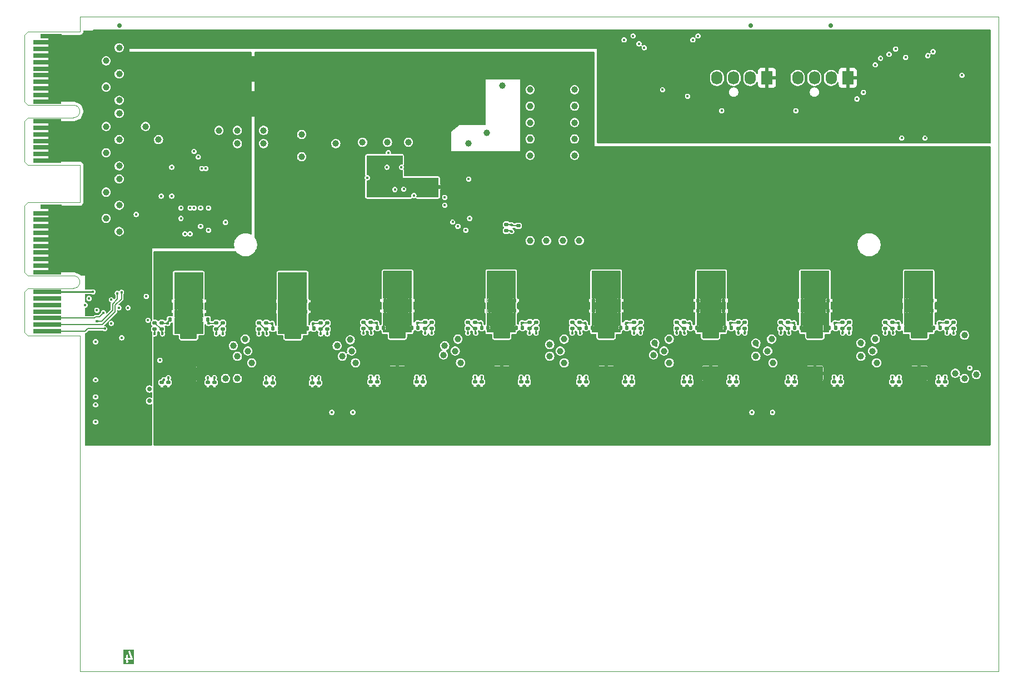
<source format=gbr>
%TF.GenerationSoftware,KiCad,Pcbnew,8.0.0*%
%TF.CreationDate,2024-03-29T21:32:46+01:00*%
%TF.ProjectId,EKO_Miner_BM1366,454b4f5f-4d69-46e6-9572-5f424d313336,rev?*%
%TF.SameCoordinates,Original*%
%TF.FileFunction,Copper,L4,Bot*%
%TF.FilePolarity,Positive*%
%FSLAX46Y46*%
G04 Gerber Fmt 4.6, Leading zero omitted, Abs format (unit mm)*
G04 Created by KiCad (PCBNEW 8.0.0) date 2024-03-29 21:32:46*
%MOMM*%
%LPD*%
G01*
G04 APERTURE LIST*
G04 Aperture macros list*
%AMRoundRect*
0 Rectangle with rounded corners*
0 $1 Rounding radius*
0 $2 $3 $4 $5 $6 $7 $8 $9 X,Y pos of 4 corners*
0 Add a 4 corners polygon primitive as box body*
4,1,4,$2,$3,$4,$5,$6,$7,$8,$9,$2,$3,0*
0 Add four circle primitives for the rounded corners*
1,1,$1+$1,$2,$3*
1,1,$1+$1,$4,$5*
1,1,$1+$1,$6,$7*
1,1,$1+$1,$8,$9*
0 Add four rect primitives between the rounded corners*
20,1,$1+$1,$2,$3,$4,$5,0*
20,1,$1+$1,$4,$5,$6,$7,0*
20,1,$1+$1,$6,$7,$8,$9,0*
20,1,$1+$1,$8,$9,$2,$3,0*%
G04 Aperture macros list end*
%ADD10C,0.300000*%
%TA.AperFunction,EtchedComponent*%
%ADD11C,0.000000*%
%TD*%
%TA.AperFunction,ComponentPad*%
%ADD12R,1.730000X2.030000*%
%TD*%
%TA.AperFunction,ComponentPad*%
%ADD13O,1.730000X2.030000*%
%TD*%
%TA.AperFunction,ConnectorPad*%
%ADD14R,3.200000X0.700000*%
%TD*%
%TA.AperFunction,ConnectorPad*%
%ADD15R,4.300000X0.700000*%
%TD*%
%TA.AperFunction,ComponentPad*%
%ADD16C,1.300000*%
%TD*%
%TA.AperFunction,ComponentPad*%
%ADD17C,0.600000*%
%TD*%
%TA.AperFunction,ComponentPad*%
%ADD18C,0.500000*%
%TD*%
%TA.AperFunction,ComponentPad*%
%ADD19C,0.400000*%
%TD*%
%TA.AperFunction,SMDPad,CuDef*%
%ADD20C,1.000000*%
%TD*%
%TA.AperFunction,SMDPad,CuDef*%
%ADD21RoundRect,0.140000X-0.140000X-0.170000X0.140000X-0.170000X0.140000X0.170000X-0.140000X0.170000X0*%
%TD*%
%TA.AperFunction,SMDPad,CuDef*%
%ADD22RoundRect,0.140000X0.140000X0.170000X-0.140000X0.170000X-0.140000X-0.170000X0.140000X-0.170000X0*%
%TD*%
%TA.AperFunction,SMDPad,CuDef*%
%ADD23RoundRect,0.140000X-0.170000X0.140000X-0.170000X-0.140000X0.170000X-0.140000X0.170000X0.140000X0*%
%TD*%
%TA.AperFunction,SMDPad,CuDef*%
%ADD24RoundRect,0.140000X0.170000X-0.140000X0.170000X0.140000X-0.170000X0.140000X-0.170000X-0.140000X0*%
%TD*%
%TA.AperFunction,SMDPad,CuDef*%
%ADD25RoundRect,0.250000X-1.025000X0.875000X-1.025000X-0.875000X1.025000X-0.875000X1.025000X0.875000X0*%
%TD*%
%TA.AperFunction,SMDPad,CuDef*%
%ADD26RoundRect,0.135000X0.185000X-0.135000X0.185000X0.135000X-0.185000X0.135000X-0.185000X-0.135000X0*%
%TD*%
%TA.AperFunction,ViaPad*%
%ADD27C,0.400000*%
%TD*%
%TA.AperFunction,ViaPad*%
%ADD28C,1.000000*%
%TD*%
%TA.AperFunction,ViaPad*%
%ADD29C,0.700000*%
%TD*%
%TA.AperFunction,Conductor*%
%ADD30C,0.200000*%
%TD*%
%TA.AperFunction,Conductor*%
%ADD31C,0.250000*%
%TD*%
%TA.AperFunction,Profile*%
%ADD32C,0.100000*%
%TD*%
G04 APERTURE END LIST*
D10*
G36*
X82982406Y-123914613D02*
G01*
X81424561Y-123914613D01*
X81424561Y-123130092D01*
X81591228Y-123130092D01*
X81613626Y-123184164D01*
X81655010Y-123225548D01*
X81709082Y-123247946D01*
X81738346Y-123250828D01*
X81804451Y-123250629D01*
X81805514Y-123630092D01*
X81827912Y-123684164D01*
X81869296Y-123725548D01*
X81923368Y-123747946D01*
X81981896Y-123747946D01*
X82035968Y-123725548D01*
X82077352Y-123684164D01*
X82099750Y-123630092D01*
X82102632Y-123600828D01*
X82101648Y-123249734D01*
X82663100Y-123248045D01*
X82685677Y-123249650D01*
X82690739Y-123247962D01*
X82696181Y-123247946D01*
X82718397Y-123238743D01*
X82741202Y-123231142D01*
X82745273Y-123227610D01*
X82750253Y-123225548D01*
X82767258Y-123208542D01*
X82785416Y-123192794D01*
X82787825Y-123187975D01*
X82791637Y-123184164D01*
X82800840Y-123161946D01*
X82811590Y-123140447D01*
X82811971Y-123135072D01*
X82814035Y-123130092D01*
X82814035Y-123106043D01*
X82815739Y-123082067D01*
X82814035Y-123074573D01*
X82814035Y-123071564D01*
X82812518Y-123067902D01*
X82809219Y-123053393D01*
X82440088Y-121955115D01*
X82401741Y-121910901D01*
X82349394Y-121884727D01*
X82291013Y-121880578D01*
X82235489Y-121899086D01*
X82191275Y-121937433D01*
X82165101Y-121989780D01*
X82160952Y-122048161D01*
X82167472Y-122076834D01*
X82461428Y-122951446D01*
X82100816Y-122952531D01*
X82099750Y-122571564D01*
X82077352Y-122517492D01*
X82035968Y-122476108D01*
X81981896Y-122453710D01*
X81923368Y-122453710D01*
X81869296Y-122476108D01*
X81827912Y-122517492D01*
X81805514Y-122571564D01*
X81802632Y-122600828D01*
X81803619Y-122953425D01*
X81709082Y-122953710D01*
X81655010Y-122976108D01*
X81613626Y-123017492D01*
X81591228Y-123071564D01*
X81591228Y-123130092D01*
X81424561Y-123130092D01*
X81424561Y-121713911D01*
X82982406Y-121713911D01*
X82982406Y-123914613D01*
G37*
D11*
%TA.AperFunction,EtchedComponent*%
%TO.C,NT2*%
G36*
X102900000Y-40550000D02*
G01*
X99000000Y-40550000D01*
X99000000Y-36650000D01*
X102900000Y-36650000D01*
X102900000Y-40550000D01*
G37*
%TD.AperFunction*%
%TA.AperFunction,EtchedComponent*%
%TO.C,T1*%
G36*
X130550000Y-51500000D02*
G01*
X129350000Y-51500000D01*
X129350000Y-50900000D01*
X130550000Y-50900000D01*
X130550000Y-51500000D01*
G37*
%TD.AperFunction*%
%TA.AperFunction,EtchedComponent*%
%TO.C,NT1*%
G36*
X102900000Y-35150000D02*
G01*
X99000000Y-35150000D01*
X99000000Y-31250000D01*
X102900000Y-31250000D01*
X102900000Y-35150000D01*
G37*
%TD.AperFunction*%
%TD*%
D12*
%TO.P,J3,1,Pin_1*%
%TO.N,GND*%
X191750000Y-34600000D03*
D13*
%TO.P,J3,2,Pin_2*%
%TO.N,+12V_PWR*%
X189210000Y-34600000D03*
%TO.P,J3,3,Pin_3*%
%TO.N,/FAN/FAN1_TACH*%
X186670000Y-34600000D03*
%TO.P,J3,4,Pin_4*%
%TO.N,/FAN/FAN1_PWM*%
X184130000Y-34600000D03*
%TD*%
D14*
%TO.P,J2,A1,A1*%
%TO.N,GND*%
X70350000Y-54200000D03*
D15*
%TO.P,J2,A2,A2*%
X69800000Y-55200000D03*
%TO.P,J2,A3,A3*%
X69800000Y-56200000D03*
%TO.P,J2,A4,A4*%
X69800000Y-57200000D03*
%TO.P,J2,A5,A5*%
X69800000Y-58200000D03*
%TO.P,J2,A6,A6*%
X69800000Y-59200000D03*
%TO.P,J2,A7,A7*%
X69800000Y-60200000D03*
%TO.P,J2,A8,A8*%
X69800000Y-61200000D03*
%TO.P,J2,A9,A9*%
X69800000Y-62200000D03*
%TO.P,J2,A10,A10*%
X69800000Y-63200000D03*
%TO.P,J2,A11,A11*%
X69800000Y-64200000D03*
%TO.P,J2,A12,A12*%
%TO.N,+5V_PSU*%
X69800000Y-67200000D03*
%TO.P,J2,A13,A13*%
%TO.N,/SPARE_0*%
X69800000Y-68200000D03*
%TO.P,J2,A14,A14*%
%TO.N,/SPARE_1*%
X69800000Y-69200000D03*
%TO.P,J2,A15,A15*%
%TO.N,/SPARE_2*%
X69800000Y-70200000D03*
%TO.P,J2,A16,A16*%
%TO.N,/DB_SCL*%
X69800000Y-71200000D03*
%TO.P,J2,A17,A17*%
%TO.N,/DB_TX*%
X69800000Y-72200000D03*
%TO.P,J2,A18,A18*%
%TO.N,/ID0*%
X69800000Y-73200000D03*
%TD*%
D14*
%TO.P,J5,A1,A1*%
%TO.N,GND*%
X70350000Y-28200000D03*
D15*
%TO.P,J5,A2,A2*%
X69800000Y-29200000D03*
%TO.P,J5,A3,A3*%
X69800000Y-30200000D03*
%TO.P,J5,A4,A4*%
X69800000Y-31200000D03*
%TO.P,J5,A5,A5*%
X69800000Y-32200000D03*
%TO.P,J5,A6,A6*%
X69800000Y-33200000D03*
%TO.P,J5,A7,A7*%
X69800000Y-34200000D03*
%TO.P,J5,A8,A8*%
X69800000Y-35200000D03*
%TO.P,J5,A9,A9*%
X69800000Y-36200000D03*
%TO.P,J5,A10,A10*%
X69800000Y-37200000D03*
%TO.P,J5,A11,A11*%
X69800000Y-38200000D03*
%TO.P,J5,A12,A12*%
X69800000Y-41200000D03*
%TO.P,J5,A13,A13*%
X69800000Y-42200000D03*
%TO.P,J5,A14,A14*%
X69800000Y-43200000D03*
%TO.P,J5,A15,A15*%
X69800000Y-44200000D03*
%TO.P,J5,A16,A16*%
X69800000Y-45200000D03*
%TO.P,J5,A17,A17*%
X69800000Y-46200000D03*
%TO.P,J5,A18,A18*%
X69800000Y-47200000D03*
%TD*%
D12*
%TO.P,J4,1,Pin_1*%
%TO.N,GND*%
X179450000Y-34600000D03*
D13*
%TO.P,J4,2,Pin_2*%
%TO.N,+12V_PWR*%
X176910000Y-34600000D03*
%TO.P,J4,3,Pin_3*%
%TO.N,/FAN/FAN2_TACH*%
X174370000Y-34600000D03*
%TO.P,J4,4,Pin_4*%
%TO.N,/FAN/FAN2_PWM*%
X171830000Y-34600000D03*
%TD*%
D16*
%TO.P,NT2,1,1*%
%TO.N,GNDPWR*%
X102250000Y-39900000D03*
%TO.P,NT2,2,2*%
%TO.N,GND*%
X99650000Y-39900000D03*
%TO.P,NT2,3,3*%
%TO.N,GNDPWR*%
X102250000Y-37300000D03*
%TO.P,NT2,4,4*%
%TO.N,GND*%
X99650000Y-37300000D03*
%TD*%
D17*
%TO.P,T1,1*%
%TO.N,GNDA*%
X129350000Y-51200000D03*
%TO.P,T1,2*%
%TO.N,GNDPWR*%
X130550000Y-51200000D03*
%TD*%
D18*
%TO.P,U5,41,PAD*%
%TO.N,GNDPWR*%
X130405000Y-47600000D03*
X130405000Y-46200000D03*
X130405000Y-44800000D03*
X129125000Y-48600000D03*
X129125000Y-47600000D03*
X129125000Y-46200000D03*
X129125000Y-44800000D03*
X129125000Y-43800000D03*
X127845000Y-47600000D03*
X127845000Y-46200000D03*
X127725000Y-44920000D03*
%TD*%
D16*
%TO.P,NT1,1,1*%
%TO.N,GNDPWR*%
X102250000Y-34500000D03*
%TO.P,NT1,2,2*%
%TO.N,GND*%
X99650000Y-34500000D03*
%TO.P,NT1,3,3*%
%TO.N,GNDPWR*%
X102250000Y-31900000D03*
%TO.P,NT1,4,4*%
%TO.N,GND*%
X99650000Y-31900000D03*
%TD*%
D19*
%TO.P,U4,17*%
%TO.N,N/C*%
X82100000Y-69615000D03*
X80700000Y-69615000D03*
%TD*%
D20*
%TO.P,TP25,1,1*%
%TO.N,/ASICs_BM1366/RI7*%
X195550000Y-76200000D03*
%TD*%
D21*
%TO.P,C110,1*%
%TO.N,VPWR_ASIC*%
X140984571Y-70092000D03*
%TO.P,C110,2*%
%TO.N,GNDPWR*%
X141944571Y-70092000D03*
%TD*%
D22*
%TO.P,C170,1*%
%TO.N,VPWR_ASIC*%
X89430000Y-70200000D03*
%TO.P,C170,2*%
%TO.N,GNDPWR*%
X88470000Y-70200000D03*
%TD*%
D23*
%TO.P,C71,1*%
%TO.N,+0.8V*%
X198584000Y-80912000D03*
%TO.P,C71,2*%
%TO.N,GNDPWR*%
X198584000Y-81872000D03*
%TD*%
D24*
%TO.P,C14,1*%
%TO.N,Net-(U5-VOSNS)*%
X139750000Y-57880000D03*
%TO.P,C14,2*%
%TO.N,Net-(U5-GOSNS)*%
X139750000Y-56920000D03*
%TD*%
D23*
%TO.P,C111,1*%
%TO.N,+1.8V*%
X141964571Y-80912000D03*
%TO.P,C111,2*%
%TO.N,GNDPWR*%
X141964571Y-81872000D03*
%TD*%
D25*
%TO.P,C92,1*%
%TO.N,VPWR_ASIC*%
X186750000Y-73192000D03*
%TO.P,C92,2*%
%TO.N,GNDPWR*%
X186750000Y-79592000D03*
%TD*%
D23*
%TO.P,C72,1*%
%TO.N,+1.8V*%
X205584000Y-80912000D03*
%TO.P,C72,2*%
%TO.N,GNDPWR*%
X205584000Y-81872000D03*
%TD*%
D21*
%TO.P,C94,1*%
%TO.N,VPWR_ASIC*%
X188699142Y-70092000D03*
%TO.P,C94,2*%
%TO.N,GNDPWR*%
X189659142Y-70092000D03*
%TD*%
D23*
%TO.P,C132,1*%
%TO.N,+1.8V*%
X120059714Y-80912000D03*
%TO.P,C132,2*%
%TO.N,GNDPWR*%
X120059714Y-81872000D03*
%TD*%
D22*
%TO.P,C112,1*%
%TO.N,VPWR_ASIC*%
X153049428Y-70092000D03*
%TO.P,C112,2*%
%TO.N,GNDPWR*%
X152089428Y-70092000D03*
%TD*%
D25*
%TO.P,C131,1*%
%TO.N,VPWR_ASIC*%
X123130572Y-73192000D03*
%TO.P,C131,2*%
%TO.N,GNDPWR*%
X123130572Y-79592000D03*
%TD*%
D24*
%TO.P,C129,1*%
%TO.N,/ASICs_BM1366/BM1366-3/VDD3_0*%
X133864571Y-72772000D03*
%TO.P,C129,2*%
%TO.N,/ASICs_BM1366/BM1366-3/VDD2_0*%
X133864571Y-71812000D03*
%TD*%
D20*
%TO.P,TP11,1,1*%
%TO.N,/ASICs_BM1366/BO4*%
X146350000Y-75200000D03*
%TD*%
D23*
%TO.P,C127,1*%
%TO.N,+0.8V*%
X127059714Y-80912000D03*
%TO.P,C127,2*%
%TO.N,GNDPWR*%
X127059714Y-81872000D03*
%TD*%
D20*
%TO.P,TP36,1,1*%
%TO.N,/ASICs_BM1366/INV_CLKO*%
X98750000Y-80400000D03*
%TD*%
%TO.P,TP12,1,1*%
%TO.N,/ASICs_BM1366/RSTO4*%
X148550000Y-74400000D03*
%TD*%
D25*
%TO.P,C76,1*%
%TO.N,VPWR_ASIC*%
X170845143Y-73192000D03*
%TO.P,C76,2*%
%TO.N,GNDPWR*%
X170845143Y-79592000D03*
%TD*%
D23*
%TO.P,C124,1*%
%TO.N,+0.8V*%
X119059714Y-80912000D03*
%TO.P,C124,2*%
%TO.N,GNDPWR*%
X119059714Y-81872000D03*
%TD*%
D20*
%TO.P,TP5,1,1*%
%TO.N,/ASICs_BM1366/BO3*%
X130350000Y-75400000D03*
%TD*%
%TO.P,TP90,1,1*%
%TO.N,/ASICs_BM1366/CLKO1*%
X98750000Y-77000000D03*
%TD*%
D23*
%TO.P,C116,1*%
%TO.N,+1.8V*%
X157869428Y-80912000D03*
%TO.P,C116,2*%
%TO.N,GNDPWR*%
X157869428Y-81872000D03*
%TD*%
D24*
%TO.P,C79,1*%
%TO.N,/ASICs_BM1366/BM1366-5/VDD2_0*%
X166774285Y-72772000D03*
%TO.P,C79,2*%
%TO.N,/ASICs_BM1366/BM1366-5/VDD1_0*%
X166774285Y-71812000D03*
%TD*%
D20*
%TO.P,TP9,1,1*%
%TO.N,/ASICs_BM1366/CLKO3*%
X130150000Y-76800000D03*
%TD*%
%TO.P,TP74,1,1*%
%TO.N,/ASICs_BM1366/RSTO2*%
X115950000Y-74500000D03*
%TD*%
%TO.P,TP13,1,1*%
%TO.N,/ASICs_BM1366/CO4*%
X148550000Y-78000000D03*
%TD*%
D21*
%TO.P,C61,1*%
%TO.N,VPWR_ASIC*%
X204854000Y-72642000D03*
%TO.P,C61,2*%
%TO.N,/ASICs_BM1366/BM1366-7/VDD1_1*%
X205814000Y-72642000D03*
%TD*%
D23*
%TO.P,C85,1*%
%TO.N,+1.8V*%
X167774285Y-80912000D03*
%TO.P,C85,2*%
%TO.N,GNDPWR*%
X167774285Y-81872000D03*
%TD*%
D20*
%TO.P,TP30,1,1*%
%TO.N,/ASICs_BM1366/RSTO7*%
X195950000Y-74400000D03*
%TD*%
%TO.P,TP29,1,1*%
%TO.N,/ASICs_BM1366/BO8*%
X211350000Y-79800000D03*
%TD*%
D23*
%TO.P,C62,1*%
%TO.N,+1.8V*%
X199584000Y-80912000D03*
%TO.P,C62,2*%
%TO.N,GNDPWR*%
X199584000Y-81872000D03*
%TD*%
D20*
%TO.P,TP16,1,1*%
%TO.N,/ASICs_BM1366/RSTO5*%
X164550000Y-74400000D03*
%TD*%
D21*
%TO.P,C160,1*%
%TO.N,/ASICs_BM1366/BM1366-1/VDD1_0*%
X104174857Y-72755000D03*
%TO.P,C160,2*%
%TO.N,VPWR_ASIC*%
X105134857Y-72755000D03*
%TD*%
D24*
%TO.P,C130,1*%
%TO.N,/ASICs_BM1366/BM1366-2/VDD3_0*%
X117959714Y-72772000D03*
%TO.P,C130,2*%
%TO.N,/ASICs_BM1366/BM1366-2/VDD2_0*%
X117959714Y-71812000D03*
%TD*%
D23*
%TO.P,C88,1*%
%TO.N,+0.8V*%
X182679142Y-80912000D03*
%TO.P,C88,2*%
%TO.N,GNDPWR*%
X182679142Y-81872000D03*
%TD*%
D20*
%TO.P,TP23,1,1*%
%TO.N,/ASICs_BM1366/RSTO6*%
X180150000Y-74400000D03*
%TD*%
D24*
%TO.P,C113,1*%
%TO.N,/ASICs_BM1366/BM1366-4/VDD2_0*%
X150869428Y-72772000D03*
%TO.P,C113,2*%
%TO.N,/ASICs_BM1366/BM1366-4/VDD1_0*%
X150869428Y-71812000D03*
%TD*%
D20*
%TO.P,TP34,1,1*%
%TO.N,/ASICs_BM1366/BO7*%
X193750000Y-75000000D03*
%TD*%
%TO.P,TP81,1,1*%
%TO.N,/ASICs_BM1366/CLKO2*%
X114750000Y-77000000D03*
%TD*%
D24*
%TO.P,C166,1*%
%TO.N,/ASICs_BM1366/BM1366-1/VDD2_0*%
X103154857Y-72885000D03*
%TO.P,C166,2*%
%TO.N,/ASICs_BM1366/BM1366-1/VDD1_0*%
X103154857Y-71925000D03*
%TD*%
%TO.P,C173,1*%
%TO.N,/ASICs_BM1366/BM1366-0/VDD3_0*%
X86150000Y-72880000D03*
%TO.P,C173,2*%
%TO.N,/ASICs_BM1366/BM1366-0/VDD2_0*%
X86150000Y-71920000D03*
%TD*%
D21*
%TO.P,C171,1*%
%TO.N,/ASICs_BM1366/BM1366-0/VDD1_0*%
X88470000Y-71400000D03*
%TO.P,C171,2*%
%TO.N,VPWR_ASIC*%
X89430000Y-71400000D03*
%TD*%
%TO.P,C45,1*%
%TO.N,VPWR_ASIC*%
X204604000Y-68492000D03*
%TO.P,C45,2*%
%TO.N,GNDPWR*%
X205564000Y-68492000D03*
%TD*%
D20*
%TO.P,TP85,1,1*%
%TO.N,/ASICs_BM1366/BO2*%
X113950000Y-75400000D03*
%TD*%
D21*
%TO.P,C35,1*%
%TO.N,VPWR_ASIC*%
X140984571Y-68492000D03*
%TO.P,C35,2*%
%TO.N,GNDPWR*%
X141944571Y-68492000D03*
%TD*%
%TO.P,C158,1*%
%TO.N,VPWR_ASIC*%
X109424857Y-72755000D03*
%TO.P,C158,2*%
%TO.N,/ASICs_BM1366/BM1366-1/VDD1_1*%
X110384857Y-72755000D03*
%TD*%
%TO.P,C32,1*%
%TO.N,VPWR_ASIC*%
X93270000Y-68600000D03*
%TO.P,C32,2*%
%TO.N,GNDPWR*%
X94230000Y-68600000D03*
%TD*%
D20*
%TO.P,TP21,1,1*%
%TO.N,/ASICs_BM1366/CO6*%
X180350000Y-78000000D03*
%TD*%
D21*
%TO.P,C152,1*%
%TO.N,VPWR_ASIC*%
X93270000Y-71400000D03*
%TO.P,C152,2*%
%TO.N,/ASICs_BM1366/BM1366-0/VDD1_1*%
X94230000Y-71400000D03*
%TD*%
D24*
%TO.P,C55,1*%
%TO.N,/ASICs_BM1366/BM1366-7/VDD3_0*%
X197484000Y-72772000D03*
%TO.P,C55,2*%
%TO.N,/ASICs_BM1366/BM1366-7/VDD2_0*%
X197484000Y-71812000D03*
%TD*%
D22*
%TO.P,C38,1*%
%TO.N,VPWR_ASIC*%
X153049428Y-68492000D03*
%TO.P,C38,2*%
%TO.N,GNDPWR*%
X152089428Y-68492000D03*
%TD*%
D21*
%TO.P,C114,1*%
%TO.N,VPWR_ASIC*%
X156889428Y-70092000D03*
%TO.P,C114,2*%
%TO.N,GNDPWR*%
X157849428Y-70092000D03*
%TD*%
D23*
%TO.P,C115,1*%
%TO.N,+0.8V*%
X150869428Y-80912000D03*
%TO.P,C115,2*%
%TO.N,GNDPWR*%
X150869428Y-81872000D03*
%TD*%
D20*
%TO.P,TP41,1,1*%
%TO.N,/ASICs_BM1366/PIN_MODE*%
X96950000Y-80400000D03*
%TD*%
%TO.P,TP26,1,1*%
%TO.N,/ASICs_BM1366/CO7*%
X196150000Y-78000000D03*
%TD*%
D23*
%TO.P,C117,1*%
%TO.N,/ASICs_BM1366/BM1366-4/VDD2_1*%
X160169428Y-71812000D03*
%TO.P,C117,2*%
%TO.N,/ASICs_BM1366/BM1366-4/VDD3_1*%
X160169428Y-72772000D03*
%TD*%
D24*
%TO.P,C96,1*%
%TO.N,/ASICs_BM1366/BM1366-6/VDD2_0*%
X182679142Y-72772000D03*
%TO.P,C96,2*%
%TO.N,/ASICs_BM1366/BM1366-6/VDD1_0*%
X182679142Y-71812000D03*
%TD*%
D23*
%TO.P,C125,1*%
%TO.N,/ASICs_BM1366/BM1366-2/VDD2_1*%
X128359714Y-71812000D03*
%TO.P,C125,2*%
%TO.N,/ASICs_BM1366/BM1366-2/VDD3_1*%
X128359714Y-72772000D03*
%TD*%
D22*
%TO.P,C42,1*%
%TO.N,VPWR_ASIC*%
X184859142Y-68492000D03*
%TO.P,C42,2*%
%TO.N,GNDPWR*%
X183899142Y-68492000D03*
%TD*%
D21*
%TO.P,C118,1*%
%TO.N,VPWR_ASIC*%
X141234571Y-72642000D03*
%TO.P,C118,2*%
%TO.N,/ASICs_BM1366/BM1366-3/VDD1_1*%
X142194571Y-72642000D03*
%TD*%
D20*
%TO.P,TP7,1,1*%
%TO.N,/ASICs_BM1366/CO3*%
X132750000Y-78000000D03*
%TD*%
D25*
%TO.P,C153,1*%
%TO.N,VPWR_ASIC*%
X91320858Y-73300000D03*
%TO.P,C153,2*%
%TO.N,GNDPWR*%
X91320858Y-79700000D03*
%TD*%
D23*
%TO.P,C91,1*%
%TO.N,+1.8V*%
X183679142Y-80912000D03*
%TO.P,C91,2*%
%TO.N,GNDPWR*%
X183679142Y-81872000D03*
%TD*%
D20*
%TO.P,TP20,1,1*%
%TO.N,/ASICs_BM1366/BO6*%
X177750000Y-75000000D03*
%TD*%
D23*
%TO.P,C86,1*%
%TO.N,+0.8V*%
X174774285Y-80912000D03*
%TO.P,C86,2*%
%TO.N,GNDPWR*%
X174774285Y-81872000D03*
%TD*%
D22*
%TO.P,C67,1*%
%TO.N,VPWR_ASIC*%
X200764000Y-70092000D03*
%TO.P,C67,2*%
%TO.N,GNDPWR*%
X199804000Y-70092000D03*
%TD*%
%TO.P,C40,1*%
%TO.N,VPWR_ASIC*%
X137144571Y-68492000D03*
%TO.P,C40,2*%
%TO.N,GNDPWR*%
X136184571Y-68492000D03*
%TD*%
D23*
%TO.P,C148,1*%
%TO.N,+1.8V*%
X110154857Y-81025000D03*
%TO.P,C148,2*%
%TO.N,GNDPWR*%
X110154857Y-81985000D03*
%TD*%
D20*
%TO.P,TP93,1,1*%
%TO.N,/ASICs_BM1366/RSTO1*%
X99950000Y-74400000D03*
%TD*%
D21*
%TO.P,C123,1*%
%TO.N,/ASICs_BM1366/BM1366-2/VDD1_0*%
X120079714Y-72642000D03*
%TO.P,C123,2*%
%TO.N,VPWR_ASIC*%
X121039714Y-72642000D03*
%TD*%
D23*
%TO.P,C119,1*%
%TO.N,/ASICs_BM1366/BM1366-4/VDD1_1*%
X159169428Y-71812000D03*
%TO.P,C119,2*%
%TO.N,/ASICs_BM1366/BM1366-4/VDD2_1*%
X159169428Y-72772000D03*
%TD*%
D22*
%TO.P,C155,1*%
%TO.N,VPWR_ASIC*%
X105334857Y-70205000D03*
%TO.P,C155,2*%
%TO.N,GNDPWR*%
X104374857Y-70205000D03*
%TD*%
D20*
%TO.P,TP6,1,1*%
%TO.N,/ASICs_BM1366/RSTO3*%
X132350000Y-74400000D03*
%TD*%
D23*
%TO.P,C81,1*%
%TO.N,/ASICs_BM1366/BM1366-5/VDD2_1*%
X176074285Y-71812000D03*
%TO.P,C81,2*%
%TO.N,/ASICs_BM1366/BM1366-5/VDD3_1*%
X176074285Y-72772000D03*
%TD*%
%TO.P,C66,1*%
%TO.N,+0.8V*%
X190679142Y-80912000D03*
%TO.P,C66,2*%
%TO.N,GNDPWR*%
X190679142Y-81872000D03*
%TD*%
D20*
%TO.P,TP100,1,1*%
%TO.N,/ASICs_BM1366/CO1*%
X100950000Y-78000000D03*
%TD*%
D23*
%TO.P,C157,1*%
%TO.N,/ASICs_BM1366/BM1366-1/VDD1_1*%
X111454857Y-71925000D03*
%TO.P,C157,2*%
%TO.N,/ASICs_BM1366/BM1366-1/VDD2_1*%
X111454857Y-72885000D03*
%TD*%
D21*
%TO.P,C128,1*%
%TO.N,VPWR_ASIC*%
X125079714Y-70092000D03*
%TO.P,C128,2*%
%TO.N,GNDPWR*%
X126039714Y-70092000D03*
%TD*%
D23*
%TO.P,C99,1*%
%TO.N,/ASICs_BM1366/BM1366-3/VDD2_1*%
X144264571Y-71812000D03*
%TO.P,C99,2*%
%TO.N,/ASICs_BM1366/BM1366-3/VDD3_1*%
X144264571Y-72772000D03*
%TD*%
%TO.P,C56,1*%
%TO.N,/ASICs_BM1366/BM1366-7/VDD2_1*%
X207884000Y-71812000D03*
%TO.P,C56,2*%
%TO.N,/ASICs_BM1366/BM1366-7/VDD3_1*%
X207884000Y-72772000D03*
%TD*%
D25*
%TO.P,C159,1*%
%TO.N,VPWR_ASIC*%
X107225715Y-73305000D03*
%TO.P,C159,2*%
%TO.N,GNDPWR*%
X107225715Y-79705000D03*
%TD*%
D20*
%TO.P,TP79,1,1*%
%TO.N,/ASICs_BM1366/CO2*%
X116750000Y-78000000D03*
%TD*%
D23*
%TO.P,C87,1*%
%TO.N,+0.8V*%
X166774285Y-80912000D03*
%TO.P,C87,2*%
%TO.N,GNDPWR*%
X166774285Y-81872000D03*
%TD*%
%TO.P,C100,1*%
%TO.N,+0.8V*%
X158869428Y-80912000D03*
%TO.P,C100,2*%
%TO.N,GNDPWR*%
X158869428Y-81872000D03*
%TD*%
%TO.P,C163,1*%
%TO.N,+0.8V*%
X95250000Y-81020000D03*
%TO.P,C163,2*%
%TO.N,GNDPWR*%
X95250000Y-81980000D03*
%TD*%
D25*
%TO.P,C57,1*%
%TO.N,VPWR_ASIC*%
X202654858Y-73192000D03*
%TO.P,C57,2*%
%TO.N,GNDPWR*%
X202654858Y-79592000D03*
%TD*%
D20*
%TO.P,TP31,1,1*%
%TO.N,/ASICs_BM1366/CLKO8*%
X209550000Y-80400000D03*
%TD*%
D21*
%TO.P,C165,1*%
%TO.N,VPWR_ASIC*%
X109174857Y-70205000D03*
%TO.P,C165,2*%
%TO.N,GNDPWR*%
X110134857Y-70205000D03*
%TD*%
%TO.P,C77,1*%
%TO.N,VPWR_ASIC*%
X172794285Y-70092000D03*
%TO.P,C77,2*%
%TO.N,GNDPWR*%
X173754285Y-70092000D03*
%TD*%
D23*
%TO.P,C58,1*%
%TO.N,/ASICs_BM1366/BM1366-6/VDD2_1*%
X191979142Y-71812000D03*
%TO.P,C58,2*%
%TO.N,/ASICs_BM1366/BM1366-6/VDD3_1*%
X191979142Y-72772000D03*
%TD*%
D20*
%TO.P,TP18,1,1*%
%TO.N,/ASICs_BM1366/RI5*%
X163750000Y-76200000D03*
%TD*%
D21*
%TO.P,C80,1*%
%TO.N,/ASICs_BM1366/BM1366-5/VDD1_0*%
X167794285Y-72642000D03*
%TO.P,C80,2*%
%TO.N,VPWR_ASIC*%
X168754285Y-72642000D03*
%TD*%
%TO.P,C101,1*%
%TO.N,/ASICs_BM1366/BM1366-4/VDD1_0*%
X151889428Y-72642000D03*
%TO.P,C101,2*%
%TO.N,VPWR_ASIC*%
X152849428Y-72642000D03*
%TD*%
%TO.P,C34,1*%
%TO.N,VPWR_ASIC*%
X109174857Y-68605000D03*
%TO.P,C34,2*%
%TO.N,GNDPWR*%
X110134857Y-68605000D03*
%TD*%
D23*
%TO.P,C126,1*%
%TO.N,/ASICs_BM1366/BM1366-2/VDD1_1*%
X127359714Y-71812000D03*
%TO.P,C126,2*%
%TO.N,/ASICs_BM1366/BM1366-2/VDD2_1*%
X127359714Y-72772000D03*
%TD*%
%TO.P,C145,1*%
%TO.N,+1.8V*%
X104154857Y-81025000D03*
%TO.P,C145,2*%
%TO.N,GNDPWR*%
X104154857Y-81985000D03*
%TD*%
D20*
%TO.P,TP33,1,1*%
%TO.N,/ASICs_BM1366/RSTO8*%
X209550000Y-73800000D03*
%TD*%
D21*
%TO.P,C98,1*%
%TO.N,VPWR_ASIC*%
X188949142Y-72642000D03*
%TO.P,C98,2*%
%TO.N,/ASICs_BM1366/BM1366-6/VDD1_1*%
X189909142Y-72642000D03*
%TD*%
%TO.P,C97,1*%
%TO.N,/ASICs_BM1366/BM1366-6/VDD1_0*%
X183699142Y-72642000D03*
%TO.P,C97,2*%
%TO.N,VPWR_ASIC*%
X184659142Y-72642000D03*
%TD*%
D23*
%TO.P,C95,1*%
%TO.N,+1.8V*%
X173774285Y-80912000D03*
%TO.P,C95,2*%
%TO.N,GNDPWR*%
X173774285Y-81872000D03*
%TD*%
D22*
%TO.P,C36,1*%
%TO.N,VPWR_ASIC*%
X121239714Y-68492000D03*
%TO.P,C36,2*%
%TO.N,GNDPWR*%
X120279714Y-68492000D03*
%TD*%
D20*
%TO.P,TP19,1,1*%
%TO.N,/ASICs_BM1366/CLKO4*%
X146350000Y-77000000D03*
%TD*%
%TO.P,TP4,1,1*%
%TO.N,/ASICs_BM1366/RI02*%
X116150000Y-76200000D03*
%TD*%
D23*
%TO.P,C90,1*%
%TO.N,+1.8V*%
X189679142Y-80912000D03*
%TO.P,C90,2*%
%TO.N,GNDPWR*%
X189679142Y-81872000D03*
%TD*%
D26*
%TO.P,R7,1*%
%TO.N,Net-(U5-GOSNS)*%
X141550000Y-57110000D03*
%TO.P,R7,2*%
%TO.N,GNDPWR*%
X141550000Y-56090000D03*
%TD*%
D23*
%TO.P,C169,1*%
%TO.N,+1.8V*%
X88250000Y-81020000D03*
%TO.P,C169,2*%
%TO.N,GNDPWR*%
X88250000Y-81980000D03*
%TD*%
D24*
%TO.P,C89,1*%
%TO.N,/ASICs_BM1366/BM1366-5/VDD3_0*%
X165674285Y-72772000D03*
%TO.P,C89,2*%
%TO.N,/ASICs_BM1366/BM1366-5/VDD2_0*%
X165674285Y-71812000D03*
%TD*%
D20*
%TO.P,TP15,1,1*%
%TO.N,/ASICs_BM1366/BO5*%
X162350000Y-75000000D03*
%TD*%
D22*
%TO.P,C43,1*%
%TO.N,VPWR_ASIC*%
X168954285Y-68492000D03*
%TO.P,C43,2*%
%TO.N,GNDPWR*%
X167994285Y-68492000D03*
%TD*%
D23*
%TO.P,C102,1*%
%TO.N,/ASICs_BM1366/BM1366-3/VDD1_1*%
X143264571Y-71812000D03*
%TO.P,C102,2*%
%TO.N,/ASICs_BM1366/BM1366-3/VDD2_1*%
X143264571Y-72772000D03*
%TD*%
D21*
%TO.P,C121,1*%
%TO.N,VPWR_ASIC*%
X125329714Y-72642000D03*
%TO.P,C121,2*%
%TO.N,/ASICs_BM1366/BM1366-2/VDD1_1*%
X126289714Y-72642000D03*
%TD*%
D24*
%TO.P,C69,1*%
%TO.N,/ASICs_BM1366/BM1366-7/VDD2_0*%
X198584000Y-72772000D03*
%TO.P,C69,2*%
%TO.N,/ASICs_BM1366/BM1366-7/VDD1_0*%
X198584000Y-71812000D03*
%TD*%
D21*
%TO.P,C39,1*%
%TO.N,VPWR_ASIC*%
X156889428Y-68492000D03*
%TO.P,C39,2*%
%TO.N,GNDPWR*%
X157849428Y-68492000D03*
%TD*%
D20*
%TO.P,TP10,1,1*%
%TO.N,/ASICs_BM1366/CLKO5*%
X162150000Y-76800000D03*
%TD*%
%TO.P,TP28,1,1*%
%TO.N,/ASICs_BM1366/CLKO7*%
X193750000Y-77000000D03*
%TD*%
%TO.P,TP24,1,1*%
%TO.N,/ASICs_BM1366/RI6*%
X179550000Y-76200000D03*
%TD*%
D25*
%TO.P,C103,1*%
%TO.N,VPWR_ASIC*%
X154940286Y-73192000D03*
%TO.P,C103,2*%
%TO.N,GNDPWR*%
X154940286Y-79592000D03*
%TD*%
D23*
%TO.P,C68,1*%
%TO.N,+0.8V*%
X206584000Y-80912000D03*
%TO.P,C68,2*%
%TO.N,GNDPWR*%
X206584000Y-81872000D03*
%TD*%
D22*
%TO.P,C46,1*%
%TO.N,VPWR_ASIC*%
X200764000Y-68492000D03*
%TO.P,C46,2*%
%TO.N,GNDPWR*%
X199804000Y-68492000D03*
%TD*%
D21*
%TO.P,C104,1*%
%TO.N,VPWR_ASIC*%
X157139428Y-72642000D03*
%TO.P,C104,2*%
%TO.N,/ASICs_BM1366/BM1366-4/VDD1_1*%
X158099428Y-72642000D03*
%TD*%
D22*
%TO.P,C83,1*%
%TO.N,VPWR_ASIC*%
X168954285Y-70092000D03*
%TO.P,C83,2*%
%TO.N,GNDPWR*%
X167994285Y-70092000D03*
%TD*%
D24*
%TO.P,C168,1*%
%TO.N,/ASICs_BM1366/BM1366-0/VDD2_0*%
X87250000Y-72880000D03*
%TO.P,C168,2*%
%TO.N,/ASICs_BM1366/BM1366-0/VDD1_0*%
X87250000Y-71920000D03*
%TD*%
D23*
%TO.P,C122,1*%
%TO.N,+1.8V*%
X135964571Y-80912000D03*
%TO.P,C122,2*%
%TO.N,GNDPWR*%
X135964571Y-81872000D03*
%TD*%
D20*
%TO.P,TP22,1,1*%
%TO.N,/ASICs_BM1366/CLKO6*%
X177750000Y-77000000D03*
%TD*%
D23*
%TO.P,C134,1*%
%TO.N,+1.8V*%
X126059714Y-80912000D03*
%TO.P,C134,2*%
%TO.N,GNDPWR*%
X126059714Y-81872000D03*
%TD*%
D21*
%TO.P,C82,1*%
%TO.N,VPWR_ASIC*%
X173044285Y-72642000D03*
%TO.P,C82,2*%
%TO.N,/ASICs_BM1366/BM1366-5/VDD1_1*%
X174004285Y-72642000D03*
%TD*%
%TO.P,C149,1*%
%TO.N,VPWR_ASIC*%
X93270000Y-70200000D03*
%TO.P,C149,2*%
%TO.N,GNDPWR*%
X94230000Y-70200000D03*
%TD*%
D23*
%TO.P,C167,1*%
%TO.N,+0.8V*%
X87250000Y-81020000D03*
%TO.P,C167,2*%
%TO.N,GNDPWR*%
X87250000Y-81980000D03*
%TD*%
D21*
%TO.P,C135,1*%
%TO.N,/ASICs_BM1366/BM1366-3/VDD1_0*%
X135984571Y-72642000D03*
%TO.P,C135,2*%
%TO.N,VPWR_ASIC*%
X136944571Y-72642000D03*
%TD*%
D23*
%TO.P,C150,1*%
%TO.N,+0.8V*%
X111154857Y-81025000D03*
%TO.P,C150,2*%
%TO.N,GNDPWR*%
X111154857Y-81985000D03*
%TD*%
D22*
%TO.P,C31,1*%
%TO.N,VPWR_ASIC*%
X105334857Y-68605000D03*
%TO.P,C31,2*%
%TO.N,GNDPWR*%
X104374857Y-68605000D03*
%TD*%
%TO.P,C136,1*%
%TO.N,VPWR_ASIC*%
X121239714Y-70092000D03*
%TO.P,C136,2*%
%TO.N,GNDPWR*%
X120279714Y-70092000D03*
%TD*%
D23*
%TO.P,C151,1*%
%TO.N,/ASICs_BM1366/BM1366-1/VDD2_1*%
X112454857Y-71925000D03*
%TO.P,C151,2*%
%TO.N,/ASICs_BM1366/BM1366-1/VDD3_1*%
X112454857Y-72885000D03*
%TD*%
%TO.P,C106,1*%
%TO.N,+0.8V*%
X142964571Y-80912000D03*
%TO.P,C106,2*%
%TO.N,GNDPWR*%
X142964571Y-81872000D03*
%TD*%
%TO.P,C70,1*%
%TO.N,/ASICs_BM1366/BM1366-6/VDD1_1*%
X190979142Y-71812000D03*
%TO.P,C70,2*%
%TO.N,/ASICs_BM1366/BM1366-6/VDD2_1*%
X190979142Y-72772000D03*
%TD*%
%TO.P,C138,1*%
%TO.N,+0.8V*%
X134964571Y-80912000D03*
%TO.P,C138,2*%
%TO.N,GNDPWR*%
X134964571Y-81872000D03*
%TD*%
%TO.P,C161,1*%
%TO.N,/ASICs_BM1366/BM1366-0/VDD2_1*%
X96550000Y-71920000D03*
%TO.P,C161,2*%
%TO.N,/ASICs_BM1366/BM1366-0/VDD3_1*%
X96550000Y-72880000D03*
%TD*%
%TO.P,C154,1*%
%TO.N,+1.8V*%
X94250000Y-81020000D03*
%TO.P,C154,2*%
%TO.N,GNDPWR*%
X94250000Y-81980000D03*
%TD*%
D20*
%TO.P,TP8,1,1*%
%TO.N,/ASICs_BM1366/RI3*%
X131950000Y-76200000D03*
%TD*%
%TO.P,TP101,1,1*%
%TO.N,/ASICs_BM1366/RI1*%
X100350000Y-76200000D03*
%TD*%
D21*
%TO.P,C37,1*%
%TO.N,VPWR_ASIC*%
X125079714Y-68492000D03*
%TO.P,C37,2*%
%TO.N,GNDPWR*%
X126039714Y-68492000D03*
%TD*%
%TO.P,C64,1*%
%TO.N,VPWR_ASIC*%
X204604000Y-70092000D03*
%TO.P,C64,2*%
%TO.N,GNDPWR*%
X205564000Y-70092000D03*
%TD*%
D23*
%TO.P,C156,1*%
%TO.N,+0.8V*%
X103154857Y-81025000D03*
%TO.P,C156,2*%
%TO.N,GNDPWR*%
X103154857Y-81985000D03*
%TD*%
D24*
%TO.P,C140,1*%
%TO.N,/ASICs_BM1366/BM1366-2/VDD2_0*%
X119059714Y-72772000D03*
%TO.P,C140,2*%
%TO.N,/ASICs_BM1366/BM1366-2/VDD1_0*%
X119059714Y-71812000D03*
%TD*%
D25*
%TO.P,C141,1*%
%TO.N,VPWR_ASIC*%
X139035429Y-73192000D03*
%TO.P,C141,2*%
%TO.N,GNDPWR*%
X139035429Y-79592000D03*
%TD*%
D23*
%TO.P,C108,1*%
%TO.N,+1.8V*%
X151869428Y-80912000D03*
%TO.P,C108,2*%
%TO.N,GNDPWR*%
X151869428Y-81872000D03*
%TD*%
D24*
%TO.P,C75,1*%
%TO.N,/ASICs_BM1366/BM1366-6/VDD3_0*%
X181579142Y-72772000D03*
%TO.P,C75,2*%
%TO.N,/ASICs_BM1366/BM1366-6/VDD2_0*%
X181579142Y-71812000D03*
%TD*%
D22*
%TO.P,C142,1*%
%TO.N,VPWR_ASIC*%
X137144571Y-70092000D03*
%TO.P,C142,2*%
%TO.N,GNDPWR*%
X136184571Y-70092000D03*
%TD*%
D24*
%TO.P,C109,1*%
%TO.N,/ASICs_BM1366/BM1366-4/VDD3_0*%
X149769428Y-72772000D03*
%TO.P,C109,2*%
%TO.N,/ASICs_BM1366/BM1366-4/VDD2_0*%
X149769428Y-71812000D03*
%TD*%
D21*
%TO.P,C44,1*%
%TO.N,VPWR_ASIC*%
X172794285Y-68492000D03*
%TO.P,C44,2*%
%TO.N,GNDPWR*%
X173754285Y-68492000D03*
%TD*%
D20*
%TO.P,TP17,1,1*%
%TO.N,/ASICs_BM1366/CO5*%
X164550000Y-78000000D03*
%TD*%
D24*
%TO.P,C162,1*%
%TO.N,/ASICs_BM1366/BM1366-1/VDD3_0*%
X102054857Y-72885000D03*
%TO.P,C162,2*%
%TO.N,/ASICs_BM1366/BM1366-1/VDD2_0*%
X102054857Y-71925000D03*
%TD*%
D23*
%TO.P,C73,1*%
%TO.N,/ASICs_BM1366/BM1366-5/VDD1_1*%
X175074285Y-71812000D03*
%TO.P,C73,2*%
%TO.N,/ASICs_BM1366/BM1366-5/VDD2_1*%
X175074285Y-72772000D03*
%TD*%
D20*
%TO.P,TP103,1,1*%
%TO.N,/ASICs_BM1366/BO1*%
X98150000Y-75400000D03*
%TD*%
D22*
%TO.P,C93,1*%
%TO.N,VPWR_ASIC*%
X184859142Y-70092000D03*
%TO.P,C93,2*%
%TO.N,GNDPWR*%
X183899142Y-70092000D03*
%TD*%
D23*
%TO.P,C164,1*%
%TO.N,/ASICs_BM1366/BM1366-0/VDD1_1*%
X95550000Y-71920000D03*
%TO.P,C164,2*%
%TO.N,/ASICs_BM1366/BM1366-0/VDD2_1*%
X95550000Y-72880000D03*
%TD*%
%TO.P,C60,1*%
%TO.N,/ASICs_BM1366/BM1366-7/VDD1_1*%
X206884000Y-71812000D03*
%TO.P,C60,2*%
%TO.N,/ASICs_BM1366/BM1366-7/VDD2_1*%
X206884000Y-72772000D03*
%TD*%
D21*
%TO.P,C54,1*%
%TO.N,/ASICs_BM1366/BM1366-7/VDD1_0*%
X199604000Y-72642000D03*
%TO.P,C54,2*%
%TO.N,VPWR_ASIC*%
X200564000Y-72642000D03*
%TD*%
D20*
%TO.P,TP32,1,1*%
%TO.N,/ASICs_BM1366/CO8*%
X208150000Y-79600000D03*
%TD*%
D21*
%TO.P,C41,1*%
%TO.N,VPWR_ASIC*%
X188699142Y-68492000D03*
%TO.P,C41,2*%
%TO.N,GNDPWR*%
X189659142Y-68492000D03*
%TD*%
D20*
%TO.P,TP14,1,1*%
%TO.N,/ASICs_BM1366/RI4*%
X147950000Y-76200000D03*
%TD*%
D22*
%TO.P,C33,1*%
%TO.N,VPWR_ASIC*%
X89430000Y-68600000D03*
%TO.P,C33,2*%
%TO.N,GNDPWR*%
X88470000Y-68600000D03*
%TD*%
D24*
%TO.P,C139,1*%
%TO.N,/ASICs_BM1366/BM1366-3/VDD2_0*%
X134964571Y-72772000D03*
%TO.P,C139,2*%
%TO.N,/ASICs_BM1366/BM1366-3/VDD1_0*%
X134964571Y-71812000D03*
%TD*%
D27*
%TO.N,GND*%
X82150000Y-73600008D03*
D28*
X80750000Y-32000000D03*
X80750000Y-52000000D03*
D27*
X94675000Y-47200000D03*
X79950000Y-86000000D03*
X79950000Y-82200000D03*
X80050000Y-76600000D03*
X199150000Y-43800000D03*
X82950000Y-87000000D03*
X201717496Y-31467496D03*
D28*
X78750000Y-40000000D03*
D27*
X156350000Y-40335000D03*
D28*
X78750000Y-34000000D03*
X78750000Y-44000000D03*
D27*
X89430000Y-54480000D03*
X204550000Y-44400000D03*
X162550000Y-34800000D03*
D28*
X80750000Y-56000000D03*
D27*
X91600000Y-47200000D03*
X99899996Y-46450004D03*
D28*
X78750000Y-30000000D03*
D27*
X88925000Y-47200000D03*
X84550000Y-79000000D03*
X83550000Y-72480000D03*
X200467493Y-41482486D03*
X82350000Y-67400000D03*
X189270000Y-42600000D03*
X97425000Y-47200000D03*
X156350000Y-41605000D03*
D28*
X78750000Y-48000000D03*
X80750000Y-46000000D03*
X78750000Y-54000000D03*
D27*
X116349996Y-85549996D03*
D28*
X78750000Y-50000000D03*
D27*
X78950000Y-69600000D03*
X180299996Y-85549996D03*
X83350000Y-70800000D03*
X84550000Y-80000000D03*
X82950000Y-83200000D03*
X99894996Y-48400004D03*
D28*
X84750000Y-44000000D03*
X86750000Y-42000000D03*
D27*
X85950000Y-54400000D03*
X176870000Y-42600000D03*
X207150000Y-35400000D03*
X78950000Y-76600000D03*
D28*
X80750000Y-36000000D03*
D27*
X83550000Y-66920000D03*
D28*
X78750000Y-58000000D03*
X80750000Y-42000000D03*
X78750000Y-38000000D03*
D27*
X164750000Y-40700000D03*
X168350000Y-35800000D03*
%TO.N,+1.8V*%
X110154857Y-80255000D03*
X94250000Y-80250000D03*
X173774285Y-80142000D03*
X210350000Y-78800000D03*
D29*
X85350000Y-82000000D03*
D27*
X120059714Y-80141992D03*
X189679142Y-80142000D03*
X141964571Y-80142000D03*
X104154857Y-80254992D03*
X167774285Y-80141992D03*
X183679142Y-80141992D03*
X85150000Y-71520000D03*
X151869428Y-80141992D03*
X126059714Y-80142000D03*
X88250000Y-80249992D03*
X135964571Y-80141992D03*
X199584000Y-80141992D03*
X205584000Y-80142000D03*
X157869428Y-80142000D03*
D28*
%TO.N,+12V_PWR*%
X80750000Y-34000000D03*
X80750000Y-38000000D03*
X80750000Y-50000000D03*
D29*
X80750000Y-26600000D03*
D28*
X80750000Y-40000000D03*
X78750000Y-42000000D03*
X78750000Y-56000000D03*
X78750000Y-52000000D03*
X78750000Y-36000000D03*
D29*
X176950000Y-26600000D03*
D28*
X80750000Y-54000000D03*
X80750000Y-58000000D03*
X80750000Y-44000000D03*
X80750000Y-30000000D03*
X78750000Y-32000000D03*
X78750000Y-46000000D03*
X84750000Y-42000000D03*
X86750000Y-44000000D03*
D29*
X189150000Y-26600000D03*
D28*
X80750000Y-48000000D03*
D27*
%TO.N,/ASICs_BM1366/BM1366-0/VDD3_0*%
X86150000Y-73600000D03*
%TO.N,Net-(U5-GOSNS)*%
X140550000Y-57000000D03*
X130350000Y-52800000D03*
%TO.N,/ASICs_BM1366/BM1366-0/VDD2_0*%
X87350000Y-73600000D03*
%TO.N,+0.8V*%
X127059714Y-80142010D03*
X182679142Y-80142000D03*
X190679142Y-80142010D03*
X111154857Y-80255010D03*
X150869428Y-80142000D03*
X198584000Y-80142000D03*
X174774285Y-80142010D03*
X158869428Y-80142010D03*
X166774285Y-80142000D03*
X119059714Y-80142000D03*
X95250000Y-80250010D03*
D29*
X85350000Y-83800000D03*
D27*
X103154857Y-80255000D03*
X134964571Y-80142000D03*
X206584000Y-80142010D03*
X142964571Y-80142010D03*
X87581587Y-80581587D03*
%TO.N,/ASICs_BM1366/BM1366-0/VDD1_0*%
X88150000Y-72000000D03*
D28*
%TO.N,GNDPWR*%
X124950000Y-83800000D03*
D27*
X95095405Y-78854595D03*
X127040547Y-78695595D03*
X161169428Y-71811998D03*
D28*
X89550000Y-83800000D03*
X113750000Y-51000000D03*
D27*
X118895142Y-78600000D03*
D28*
X138425000Y-52200000D03*
X108950000Y-86000000D03*
X139150000Y-85000000D03*
X137350000Y-83800000D03*
X181150000Y-52000000D03*
X207550000Y-63000000D03*
X123225000Y-38400000D03*
D27*
X101134858Y-71924999D03*
D28*
X121550000Y-88400000D03*
D27*
X121550000Y-48200000D03*
X97550000Y-71919998D03*
D28*
X128750000Y-32200000D03*
X170950000Y-87200000D03*
D27*
X111240547Y-78895595D03*
X158840547Y-78695595D03*
X174640547Y-78695595D03*
X198484000Y-74635002D03*
D28*
X105550000Y-86000000D03*
X159150000Y-54200000D03*
X156750000Y-88400000D03*
X205150000Y-52000000D03*
X155150000Y-85000000D03*
X159150000Y-51800000D03*
X189150000Y-52000000D03*
X121550000Y-83800000D03*
X185150000Y-83800000D03*
X207550000Y-55000000D03*
D27*
X206440547Y-78695595D03*
D28*
X186950000Y-85000000D03*
D27*
X177074285Y-71811998D03*
D28*
X128950000Y-39400000D03*
X123350000Y-85000000D03*
D27*
X206627158Y-74642000D03*
X190722142Y-74642000D03*
D28*
X177150000Y-52000000D03*
X140225000Y-48200000D03*
X121025000Y-36400000D03*
D27*
X196564001Y-71811999D03*
X86950000Y-78759000D03*
D28*
X156750000Y-86000000D03*
X91350000Y-87200000D03*
X125625000Y-36400000D03*
X186950000Y-87200000D03*
X210950000Y-67000000D03*
X169150000Y-86000000D03*
X105550000Y-83800000D03*
X115550000Y-52750000D03*
D27*
X158912428Y-74642000D03*
D28*
X124950000Y-88400000D03*
X153350000Y-86000000D03*
X140425000Y-55800000D03*
X116550000Y-51000000D03*
D27*
X190640547Y-78695595D03*
X103054857Y-74748002D03*
X118959714Y-74635002D03*
D28*
X193150000Y-52000000D03*
X119025000Y-38400000D03*
X185150000Y-52000000D03*
X105550000Y-88400000D03*
D27*
X150695142Y-78600000D03*
D28*
X111025000Y-38400000D03*
X123350000Y-87200000D03*
X116750000Y-32200000D03*
X204350000Y-83800000D03*
X109025000Y-36400000D03*
D27*
X86214397Y-71240000D03*
D28*
X92950000Y-88400000D03*
D27*
X198295142Y-78600000D03*
D28*
X140750000Y-86000000D03*
X107350000Y-85000000D03*
X170950000Y-85000000D03*
X139150000Y-87200000D03*
X111750000Y-52750000D03*
X188550000Y-86000000D03*
X200950000Y-86000000D03*
X112750000Y-32200000D03*
X188550000Y-88400000D03*
X165150000Y-52000000D03*
X120750000Y-32200000D03*
X172550000Y-88400000D03*
X115025000Y-38400000D03*
X89550000Y-86000000D03*
D27*
X182495142Y-78600000D03*
D28*
X188550000Y-83800000D03*
D27*
X103095142Y-78800000D03*
D28*
X136750000Y-32200000D03*
X210950000Y-63000000D03*
X210950000Y-55000000D03*
X169150000Y-83800000D03*
X121550000Y-86000000D03*
X107350000Y-87200000D03*
D27*
X192979142Y-71811998D03*
X174817614Y-74642000D03*
X164754286Y-71811999D03*
D28*
X200950000Y-88400000D03*
X129950000Y-41000000D03*
X169150000Y-52000000D03*
X154950000Y-48000000D03*
X155150000Y-87200000D03*
X144750000Y-32200000D03*
X137350000Y-88400000D03*
X185150000Y-86000000D03*
D27*
X134864571Y-74635002D03*
X134695142Y-78600000D03*
D28*
X140750000Y-88400000D03*
X110150000Y-51000000D03*
D27*
X166674285Y-74635002D03*
D28*
X124750000Y-32200000D03*
D27*
X142840547Y-78695595D03*
X145264571Y-71811998D03*
X208884000Y-71811998D03*
D28*
X156750000Y-83800000D03*
D27*
X166495142Y-78600000D03*
D28*
X138425000Y-50200000D03*
X204350000Y-88400000D03*
D27*
X95293000Y-74750000D03*
D28*
X153350000Y-83800000D03*
X200950000Y-83800000D03*
X104750000Y-32200000D03*
X89550000Y-88400000D03*
X201150000Y-52000000D03*
X204350000Y-86000000D03*
X148750000Y-32200000D03*
D27*
X150769428Y-74635002D03*
D28*
X172550000Y-86000000D03*
D27*
X127102714Y-74642000D03*
D28*
X157350000Y-55400000D03*
X137350000Y-86000000D03*
X169150000Y-88400000D03*
X113025000Y-36400000D03*
X209150000Y-52000000D03*
X124950000Y-86000000D03*
X108950000Y-83800000D03*
D27*
X111198309Y-74755000D03*
X129359714Y-71811998D03*
D28*
X140700000Y-32200000D03*
X117025000Y-36400000D03*
X138425000Y-48200000D03*
D27*
X87150000Y-74743002D03*
D28*
X91350000Y-85000000D03*
X210950000Y-59000000D03*
X173150000Y-52000000D03*
D27*
X143008121Y-74642000D03*
D28*
X185150000Y-88400000D03*
D27*
X117039715Y-71811999D03*
D28*
X197150000Y-52000000D03*
X157425000Y-50600000D03*
X132750000Y-32200000D03*
D27*
X132944572Y-71811999D03*
D28*
X207550000Y-59000000D03*
X157425000Y-52800000D03*
D27*
X180659143Y-71811999D03*
X182579142Y-74635002D03*
X148849429Y-71811999D03*
D28*
X172550000Y-83800000D03*
X127950000Y-41000000D03*
X153350000Y-88400000D03*
X138425000Y-54400000D03*
X92950000Y-86000000D03*
X108750000Y-32200000D03*
X92950000Y-83800000D03*
X108950000Y-88400000D03*
X202750000Y-85000000D03*
D27*
X113454857Y-71924998D03*
D28*
X207550000Y-67000000D03*
X140750000Y-83800000D03*
X202750000Y-87200000D03*
%TO.N,VPWR_ASIC*%
X138950000Y-68000000D03*
X121750000Y-65800000D03*
X140350000Y-65800000D03*
X89950000Y-66000000D03*
X105750000Y-66000000D03*
X123150000Y-70600000D03*
X156350000Y-69200000D03*
X143350000Y-38900000D03*
X202550000Y-70600000D03*
X92750000Y-69400000D03*
X154950000Y-68000000D03*
X143350000Y-46400000D03*
X153550000Y-69200000D03*
X150125000Y-43900000D03*
X203950000Y-69200000D03*
X91350000Y-70800000D03*
X121750000Y-69200000D03*
X145850000Y-59400000D03*
X185350000Y-65800000D03*
X148350000Y-59400000D03*
X137550000Y-65800000D03*
X140350000Y-69200000D03*
X185350000Y-69200000D03*
X108550000Y-69400000D03*
X169550000Y-65800000D03*
X150850000Y-59400000D03*
X124550000Y-69200000D03*
X201150000Y-65800000D03*
X172350000Y-65800000D03*
X123150000Y-68000000D03*
X156350000Y-65800000D03*
X169550000Y-69200000D03*
X150125000Y-46400000D03*
X172350000Y-69200000D03*
X91350000Y-68200000D03*
X143350000Y-43900000D03*
X203950000Y-65800000D03*
X137550000Y-69200000D03*
X150125000Y-41400000D03*
X170950000Y-68000000D03*
X154950000Y-70600000D03*
X107150000Y-70800000D03*
X170950000Y-70600000D03*
X150125000Y-38900000D03*
X89950000Y-69400000D03*
X138950000Y-70600000D03*
X150125000Y-36400000D03*
X188150000Y-65800000D03*
X186750000Y-70600000D03*
X202550000Y-68000000D03*
X186750000Y-68000000D03*
X92750000Y-66000000D03*
X124550000Y-65800000D03*
X201150000Y-69200000D03*
X188150000Y-69200000D03*
X143350000Y-41400000D03*
X153550000Y-65800000D03*
X108550000Y-66000000D03*
X107150000Y-68200000D03*
X143350000Y-36400000D03*
X143350000Y-59400000D03*
X105750000Y-69400000D03*
D27*
%TO.N,+3.3V_DB*%
X209150000Y-34200000D03*
X172550000Y-39600000D03*
X88750000Y-52600000D03*
X87150000Y-52600000D03*
X200582505Y-31467495D03*
X183850000Y-39600000D03*
X84870000Y-67880000D03*
X167350000Y-37400000D03*
X163550000Y-36400000D03*
%TO.N,Net-(U5-BP1V5)*%
X122750000Y-51600000D03*
X124100001Y-51549998D03*
X134000000Y-50000000D03*
X125640000Y-52510002D03*
X118550001Y-49799999D03*
D28*
%TO.N,/PSU/SW*%
X139150000Y-35800000D03*
X136750000Y-43000000D03*
X133950000Y-44600000D03*
%TO.N,Net-(C10-Pad1)*%
X102750000Y-44600000D03*
X108550000Y-43200000D03*
X95950000Y-42600000D03*
X102750000Y-42600000D03*
X98750000Y-42600000D03*
X113750000Y-44600000D03*
X124825000Y-44400000D03*
X121625000Y-44400000D03*
X98750000Y-44600000D03*
X117825000Y-44400000D03*
X108550000Y-46600000D03*
D27*
%TO.N,Net-(U5-VOSNS)*%
X140550000Y-58000000D03*
X130350000Y-54000000D03*
%TO.N,/ASICs_BM1366/BM1366-0/VDD1_1*%
X94350000Y-72000000D03*
%TO.N,/ASICs_BM1366/BM1366-0/VDD2_1*%
X95550022Y-73600000D03*
%TO.N,/ASICs_BM1366/BM1366-0/VDD3_1*%
X96550000Y-73600000D03*
%TO.N,/ASICs_BM1366/BM1366-1/VDD3_0*%
X102054857Y-73605000D03*
%TO.N,/ASICs_BM1366/BM1366-1/VDD2_0*%
X103254857Y-73605000D03*
%TO.N,/ASICs_BM1366/BM1366-1/VDD1_0*%
X104054857Y-72005000D03*
%TO.N,/ASICs_BM1366/BM1366-1/VDD1_1*%
X110254857Y-72005000D03*
%TO.N,/ASICs_BM1366/BM1366-1/VDD2_1*%
X111454879Y-73605000D03*
%TO.N,/ASICs_BM1366/BM1366-1/VDD3_1*%
X112454857Y-73605000D03*
%TO.N,/ASICs_BM1366/BM1366-2/VDD3_0*%
X117959714Y-73492000D03*
%TO.N,/ASICs_BM1366/BM1366-2/VDD2_0*%
X119159714Y-73492000D03*
%TO.N,/ASICs_BM1366/BM1366-2/VDD1_0*%
X119959714Y-71892000D03*
%TO.N,/ASICs_BM1366/BM1366-2/VDD1_1*%
X126159714Y-71892000D03*
%TO.N,/ASICs_BM1366/BM1366-2/VDD2_1*%
X127359736Y-73492000D03*
%TO.N,/ASICs_BM1366/BM1366-2/VDD3_1*%
X128359714Y-73492000D03*
%TO.N,/ASICs_BM1366/BM1366-3/VDD3_0*%
X133864571Y-73492000D03*
%TO.N,/ASICs_BM1366/BM1366-3/VDD2_0*%
X135064571Y-73492000D03*
%TO.N,/ASICs_BM1366/BM1366-3/VDD1_0*%
X135864571Y-71892000D03*
%TO.N,/ASICs_BM1366/BM1366-3/VDD1_1*%
X142064571Y-71892000D03*
%TO.N,/ASICs_BM1366/BM1366-3/VDD2_1*%
X143264593Y-73492000D03*
%TO.N,/ASICs_BM1366/BM1366-3/VDD3_1*%
X144264571Y-73492000D03*
%TO.N,/ASICs_BM1366/BM1366-4/VDD3_0*%
X149769428Y-73492000D03*
%TO.N,/ASICs_BM1366/BM1366-4/VDD2_0*%
X150969428Y-73492000D03*
%TO.N,/ASICs_BM1366/BM1366-4/VDD1_0*%
X151769428Y-71892000D03*
%TO.N,/ASICs_BM1366/BM1366-4/VDD1_1*%
X157969428Y-71892000D03*
%TO.N,/ASICs_BM1366/BM1366-4/VDD2_1*%
X159169450Y-73492000D03*
%TO.N,/ASICs_BM1366/BM1366-4/VDD3_1*%
X160169428Y-73492000D03*
%TO.N,/ASICs_BM1366/BM1366-5/VDD3_0*%
X165674285Y-73492000D03*
%TO.N,/ASICs_BM1366/BM1366-5/VDD2_0*%
X166874285Y-73492000D03*
%TO.N,/ASICs_BM1366/BM1366-5/VDD1_0*%
X167674285Y-71892000D03*
%TO.N,/ASICs_BM1366/BM1366-5/VDD1_1*%
X173874285Y-71892000D03*
%TO.N,/ASICs_BM1366/BM1366-5/VDD2_1*%
X175074307Y-73492000D03*
%TO.N,/ASICs_BM1366/BM1366-5/VDD3_1*%
X176074285Y-73492000D03*
%TO.N,/ASICs_BM1366/BM1366-6/VDD3_0*%
X181579142Y-73492000D03*
%TO.N,/ASICs_BM1366/BM1366-6/VDD2_0*%
X182779142Y-73492000D03*
%TO.N,/ASICs_BM1366/BM1366-6/VDD1_0*%
X183579142Y-71892000D03*
%TO.N,/ASICs_BM1366/BM1366-6/VDD1_1*%
X189779142Y-71892000D03*
%TO.N,/ASICs_BM1366/BM1366-6/VDD2_1*%
X190979164Y-73492000D03*
%TO.N,/ASICs_BM1366/BM1366-6/VDD3_1*%
X191979142Y-73492000D03*
%TO.N,/ASICs_BM1366/BM1366-7/VDD3_0*%
X197484000Y-73492000D03*
%TO.N,/ASICs_BM1366/BM1366-7/VDD2_0*%
X198684000Y-73492000D03*
%TO.N,/ASICs_BM1366/BM1366-7/VDD1_0*%
X199484000Y-71892000D03*
%TO.N,/ASICs_BM1366/BM1366-7/VDD1_1*%
X205684000Y-71892000D03*
%TO.N,/ASICs_BM1366/BM1366-7/VDD2_1*%
X206884022Y-73492000D03*
%TO.N,/ASICs_BM1366/BM1366-7/VDD3_1*%
X207884000Y-73492000D03*
%TO.N,/DB_SCL*%
X93950000Y-48400000D03*
X78350000Y-70400000D03*
X198050000Y-31000000D03*
X94350000Y-54400000D03*
X160750000Y-30000000D03*
X94350000Y-57800000D03*
X133550000Y-57800016D03*
%TO.N,/DB_SDA*%
X93350000Y-48400000D03*
X93150000Y-57200000D03*
X159950000Y-29400000D03*
X93150011Y-54399989D03*
X77350000Y-70000000D03*
X132350000Y-57200000D03*
X199050000Y-30200000D03*
%TO.N,/DB_RX*%
X77350000Y-71650000D03*
X80470169Y-67420365D03*
%TO.N,/ID0*%
X203950000Y-31200000D03*
X92150000Y-54400000D03*
X168150000Y-28800000D03*
X78550004Y-72800000D03*
X91550000Y-58349992D03*
X157674994Y-28800000D03*
X92800000Y-46645968D03*
%TO.N,/DB_TX*%
X81100000Y-67259692D03*
%TO.N,/ID1*%
X79550000Y-72000000D03*
X91550000Y-54400000D03*
X159050009Y-28200000D03*
X204750000Y-30600000D03*
X168950000Y-28200000D03*
X90750000Y-58350000D03*
X92150000Y-45800000D03*
%TO.N,Net-(U17-TH2)*%
X203517507Y-43767507D03*
X113149996Y-85549996D03*
%TO.N,Net-(U17-TH1)*%
X177149996Y-85549996D03*
X199982510Y-43767490D03*
%TO.N,/ASICs_BM1366/INV_CLKO*%
X98750000Y-80400000D03*
%TO.N,/ASICs_BM1366/PIN_MODE*%
X96950008Y-80400008D03*
%TO.N,/FAN/FAN1_PWM*%
X193150000Y-37800000D03*
%TO.N,GNDA*%
X119350000Y-51800000D03*
X123225000Y-46910000D03*
X119025000Y-48599998D03*
X120225000Y-48599998D03*
X128060000Y-52509998D03*
X121550000Y-51600000D03*
X125150000Y-51600016D03*
%TO.N,/ASICs_BM1366/BO1*%
X98150000Y-75500000D03*
%TO.N,/ASICs_BM1366/CLKO1*%
X98750000Y-77000000D03*
%TO.N,/ASICs_BM1366/CO1*%
X100950000Y-78000000D03*
%TO.N,/ASICs_BM1366/RI1*%
X100350000Y-76200000D03*
%TO.N,/ASICs_BM1366/BO2*%
X114150000Y-75400000D03*
%TO.N,/ASICs_BM1366/CLKO2*%
X114750000Y-77000000D03*
%TO.N,/ASICs_BM1366/CO2*%
X116750000Y-78000000D03*
%TO.N,/ASICs_BM1366/RI02*%
X116150000Y-76200000D03*
%TO.N,/ASICs_BM1366/BO3*%
X130350000Y-75400000D03*
%TO.N,/ASICs_BM1366/CLKO3*%
X130150000Y-77000000D03*
%TO.N,/ASICs_BM1366/CO3*%
X132751000Y-78000000D03*
%TO.N,/ASICs_BM1366/RSTO3*%
X132350000Y-74402000D03*
%TO.N,/ASICs_BM1366/RI3*%
X131950000Y-76200000D03*
%TO.N,/ASICs_BM1366/BO4*%
X146350000Y-75392000D03*
%TO.N,/ASICs_BM1366/CLKO4*%
X146350000Y-76892000D03*
%TO.N,/ASICs_BM1366/CO4*%
X148550000Y-77892000D03*
%TO.N,/ASICs_BM1366/RSTO4*%
X148550000Y-74400000D03*
%TO.N,/ASICs_BM1366/RI4*%
X147950000Y-76200000D03*
%TO.N,/ASICs_BM1366/BO5*%
X162542010Y-75392010D03*
%TO.N,/ASICs_BM1366/CLKO5*%
X162058003Y-76891997D03*
%TO.N,/ASICs_BM1366/CO5*%
X164569438Y-77887010D03*
%TO.N,/ASICs_BM1366/RSTO5*%
X164550000Y-74402000D03*
%TO.N,/ASICs_BM1366/RI5*%
X163750000Y-76200000D03*
%TO.N,/ASICs_BM1366/BO6*%
X177950000Y-75392000D03*
%TO.N,/ASICs_BM1366/CLKO6*%
X177857998Y-76892000D03*
%TO.N,/ASICs_BM1366/CO6*%
X180242002Y-77892000D03*
%TO.N,/ASICs_BM1366/RSTO6*%
X180150000Y-74400000D03*
%TO.N,/ASICs_BM1366/RI6*%
X179549998Y-76200002D03*
%TO.N,/ASICs_BM1366/BO7*%
X193822010Y-75272010D03*
%TO.N,/ASICs_BM1366/CLKO7*%
X193857984Y-76892000D03*
%TO.N,/ASICs_BM1366/CO7*%
X196374153Y-77891986D03*
%TO.N,/ASICs_BM1366/RSTO7*%
X195950000Y-74400000D03*
%TO.N,/ASICs_BM1366/RI7*%
X195549998Y-76199998D03*
%TO.N,/ASICs_BM1366/CI*%
X81150000Y-74200018D03*
X86950000Y-77600000D03*
%TO.N,/DB_PGOOD*%
X96950000Y-56600000D03*
X76150000Y-68200000D03*
X131550000Y-56550000D03*
%TO.N,/FAN/FAN2_PWM*%
X196750000Y-31600000D03*
%TO.N,/ASICs_BM1366/BO8*%
X211339609Y-79787867D03*
%TO.N,/ASICs_BM1366/CLKO8*%
X209550000Y-80400000D03*
%TO.N,+5V_PSU*%
X77150000Y-80600000D03*
X77150000Y-83200012D03*
X76750000Y-67200000D03*
X77150000Y-84400000D03*
X77150000Y-87000000D03*
%TO.N,/ASICs_BM1366/CO8*%
X208150002Y-79600000D03*
%TO.N,/ASICs_BM1366/RSTO8*%
X209550000Y-73800000D03*
%TO.N,/FAN/FAN1_TACH*%
X194150000Y-36800000D03*
%TO.N,/FAN/FAN2_TACH*%
X195950000Y-32600000D03*
%TO.N,+5V_STDBY*%
X121750001Y-46000001D03*
X123750000Y-48200000D03*
X83350000Y-55400000D03*
%TO.N,/DB_ALERT_oc*%
X90150000Y-56000000D03*
X90150000Y-54400000D03*
X75550000Y-69200000D03*
X134150002Y-56000000D03*
X88750000Y-48200000D03*
%TO.N,Net-(D2-A)*%
X77149997Y-74800003D03*
X79550000Y-68400000D03*
%TD*%
D30*
%TO.N,+1.8V*%
X135964571Y-80141992D02*
X135964571Y-80912000D01*
X120059714Y-80141992D02*
X120059714Y-80912000D01*
X173774285Y-80142000D02*
X173774285Y-80912000D01*
X104154857Y-80254992D02*
X104154857Y-81025000D01*
X167774285Y-80141992D02*
X167774285Y-80912000D01*
X110154857Y-80255000D02*
X110154857Y-81025000D01*
X205584000Y-80142000D02*
X205584000Y-80912000D01*
X126059714Y-80142000D02*
X126059714Y-80912000D01*
X183679142Y-80141992D02*
X183679142Y-80912000D01*
X88250000Y-80249992D02*
X88250000Y-81020000D01*
X151869428Y-80141992D02*
X151869428Y-80912000D01*
X157869428Y-80142000D02*
X157869428Y-80912000D01*
X94250000Y-80250000D02*
X94250000Y-81020000D01*
X141964571Y-80142000D02*
X141964571Y-80912000D01*
X189679142Y-80142000D02*
X189679142Y-80912000D01*
X199584000Y-80141992D02*
X199584000Y-80912000D01*
%TO.N,/ASICs_BM1366/BM1366-0/VDD3_0*%
X86150000Y-72880000D02*
X86150000Y-73600000D01*
X86150000Y-73640000D02*
X86150000Y-73600000D01*
%TO.N,Net-(U5-GOSNS)*%
X139750000Y-56920000D02*
X140470006Y-56920000D01*
X140660006Y-57110000D02*
X140550000Y-56999994D01*
X141550000Y-57110000D02*
X140660006Y-57110000D01*
X140470006Y-56920000D02*
X140550000Y-56999994D01*
%TO.N,/ASICs_BM1366/BM1366-0/VDD2_0*%
X87350000Y-73600000D02*
X87250000Y-73600000D01*
X87110000Y-72880000D02*
X86150000Y-71920000D01*
X87250000Y-72880000D02*
X87110000Y-72880000D01*
X87250000Y-72980000D02*
X87350000Y-73600000D01*
%TO.N,+0.8V*%
X119059714Y-80142000D02*
X119059714Y-80912000D01*
X190679142Y-80142010D02*
X190679142Y-80912000D01*
X198584000Y-80142000D02*
X198584000Y-80912000D01*
X95250000Y-80250010D02*
X95250000Y-81020000D01*
X87250000Y-81020000D02*
X87250000Y-80913174D01*
X87250000Y-80913174D02*
X87581587Y-80581587D01*
X206584000Y-80142010D02*
X206584000Y-80912000D01*
X174774285Y-80142010D02*
X174774285Y-80912000D01*
X150869428Y-80142000D02*
X150869428Y-80912000D01*
X103154857Y-80255000D02*
X103154857Y-81025000D01*
X158869428Y-80142010D02*
X158869428Y-80912000D01*
X127059714Y-80142010D02*
X127059714Y-80912000D01*
X142964571Y-80142010D02*
X142964571Y-80912000D01*
X166774285Y-80142000D02*
X166774285Y-80912000D01*
X182679142Y-80142000D02*
X182679142Y-80912000D01*
X134964571Y-80142000D02*
X134964571Y-80912000D01*
X111154857Y-80255010D02*
X111154857Y-81025000D01*
%TO.N,/ASICs_BM1366/BM1366-0/VDD1_0*%
X88150000Y-72000000D02*
X88130000Y-72020000D01*
X88150000Y-71720000D02*
X88470000Y-71400000D01*
X88130000Y-72020000D02*
X87250000Y-72020000D01*
X88150000Y-72000000D02*
X88150000Y-71720000D01*
%TO.N,Net-(U5-VOSNS)*%
X140429990Y-57880000D02*
X140549990Y-58000000D01*
X139750000Y-57880000D02*
X140429990Y-57880000D01*
%TO.N,/ASICs_BM1366/BM1366-0/VDD1_1*%
X94350000Y-72000000D02*
X95670000Y-72000000D01*
X94350000Y-71520000D02*
X94230000Y-71400000D01*
X94350000Y-72000000D02*
X94350000Y-71520000D01*
%TO.N,/ASICs_BM1366/BM1366-0/VDD2_1*%
X95550022Y-72880022D02*
X95550000Y-72880000D01*
X95550000Y-72880000D02*
X95590000Y-72880000D01*
X95550022Y-73600000D02*
X95550022Y-72880022D01*
X95590000Y-72880000D02*
X96550000Y-71920000D01*
%TO.N,/ASICs_BM1366/BM1366-0/VDD3_1*%
X96550000Y-72880000D02*
X96550000Y-73600000D01*
%TO.N,/ASICs_BM1366/BM1366-1/VDD3_0*%
X102054857Y-72885000D02*
X102054857Y-73605000D01*
X102054857Y-73645000D02*
X102054857Y-73605000D01*
%TO.N,/ASICs_BM1366/BM1366-1/VDD2_0*%
X103014857Y-72885000D02*
X102054857Y-71925000D01*
X103254857Y-73605000D02*
X103154857Y-73605000D01*
X103154857Y-72985000D02*
X103254857Y-73605000D01*
X103154857Y-72885000D02*
X103014857Y-72885000D01*
%TO.N,/ASICs_BM1366/BM1366-1/VDD1_0*%
X104054857Y-72005000D02*
X104034857Y-72025000D01*
X104174857Y-72755000D02*
X104174857Y-72125000D01*
X104174857Y-72125000D02*
X104054857Y-72005000D01*
X104034857Y-72025000D02*
X103154857Y-72025000D01*
%TO.N,/ASICs_BM1366/BM1366-1/VDD1_1*%
X110254857Y-72005000D02*
X111574857Y-72005000D01*
X110254857Y-72625000D02*
X110384857Y-72755000D01*
X110254857Y-72005000D02*
X110254857Y-72625000D01*
%TO.N,/ASICs_BM1366/BM1366-1/VDD2_1*%
X111454857Y-72885000D02*
X111494857Y-72885000D01*
X111454879Y-73605000D02*
X111454879Y-72885022D01*
X111494857Y-72885000D02*
X112454857Y-71925000D01*
X111454879Y-72885022D02*
X111454857Y-72885000D01*
%TO.N,/ASICs_BM1366/BM1366-1/VDD3_1*%
X112454857Y-72885000D02*
X112454857Y-73605000D01*
%TO.N,/ASICs_BM1366/BM1366-2/VDD3_0*%
X117959714Y-73532000D02*
X117959714Y-73492000D01*
X117959714Y-72772000D02*
X117959714Y-73492000D01*
%TO.N,/ASICs_BM1366/BM1366-2/VDD2_0*%
X119059714Y-72872000D02*
X119159714Y-73492000D01*
X118919714Y-72772000D02*
X117959714Y-71812000D01*
X119059714Y-72772000D02*
X118919714Y-72772000D01*
X119159714Y-73492000D02*
X119059714Y-73492000D01*
%TO.N,/ASICs_BM1366/BM1366-2/VDD1_0*%
X120079714Y-72012000D02*
X119959714Y-71892000D01*
X119939714Y-71912000D02*
X119059714Y-71912000D01*
X120079714Y-72642000D02*
X120079714Y-72012000D01*
X119959714Y-71892000D02*
X119939714Y-71912000D01*
%TO.N,/ASICs_BM1366/BM1366-2/VDD1_1*%
X126159714Y-71892000D02*
X126159714Y-72512000D01*
X126159714Y-71892000D02*
X127479714Y-71892000D01*
X126159714Y-72512000D02*
X126289714Y-72642000D01*
%TO.N,/ASICs_BM1366/BM1366-2/VDD2_1*%
X127359714Y-72772000D02*
X127399714Y-72772000D01*
X127359736Y-73492000D02*
X127359736Y-72772022D01*
X127359736Y-72772022D02*
X127359714Y-72772000D01*
X127399714Y-72772000D02*
X128359714Y-71812000D01*
%TO.N,/ASICs_BM1366/BM1366-2/VDD3_1*%
X128359714Y-72772000D02*
X128359714Y-73492000D01*
%TO.N,/ASICs_BM1366/BM1366-3/VDD3_0*%
X133864571Y-73532000D02*
X133864571Y-73492000D01*
X133864571Y-72772000D02*
X133864571Y-73492000D01*
%TO.N,/ASICs_BM1366/BM1366-3/VDD2_0*%
X135064571Y-73492000D02*
X134964571Y-73492000D01*
X134964571Y-72872000D02*
X135064571Y-73492000D01*
X134824571Y-72772000D02*
X133864571Y-71812000D01*
X134964571Y-72772000D02*
X134824571Y-72772000D01*
%TO.N,/ASICs_BM1366/BM1366-3/VDD1_0*%
X135864571Y-71892000D02*
X135844571Y-71912000D01*
X135984571Y-72012000D02*
X135864571Y-71892000D01*
X135984571Y-72642000D02*
X135984571Y-72012000D01*
X135844571Y-71912000D02*
X134964571Y-71912000D01*
%TO.N,/ASICs_BM1366/BM1366-3/VDD1_1*%
X142064571Y-71892000D02*
X143384571Y-71892000D01*
X142064571Y-71892000D02*
X142064571Y-72512000D01*
X142064571Y-72512000D02*
X142194571Y-72642000D01*
%TO.N,/ASICs_BM1366/BM1366-3/VDD2_1*%
X143304571Y-72772000D02*
X144264571Y-71812000D01*
X143264571Y-72772000D02*
X143304571Y-72772000D01*
X143264593Y-73492000D02*
X143264593Y-72772022D01*
X143264593Y-72772022D02*
X143264571Y-72772000D01*
%TO.N,/ASICs_BM1366/BM1366-3/VDD3_1*%
X144264571Y-72772000D02*
X144264571Y-73492000D01*
%TO.N,/ASICs_BM1366/BM1366-4/VDD3_0*%
X149769428Y-72772000D02*
X149769428Y-73492000D01*
X149769428Y-73532000D02*
X149769428Y-73492000D01*
%TO.N,/ASICs_BM1366/BM1366-4/VDD2_0*%
X150729428Y-72772000D02*
X149769428Y-71812000D01*
X150869428Y-72772000D02*
X150729428Y-72772000D01*
X150869428Y-72872000D02*
X150969428Y-73492000D01*
X150969428Y-73492000D02*
X150869428Y-73492000D01*
%TO.N,/ASICs_BM1366/BM1366-4/VDD1_0*%
X151889428Y-72012000D02*
X151769428Y-71892000D01*
X151889428Y-72642000D02*
X151889428Y-72012000D01*
X151769428Y-71892000D02*
X151749428Y-71912000D01*
X151749428Y-71912000D02*
X150869428Y-71912000D01*
%TO.N,/ASICs_BM1366/BM1366-4/VDD1_1*%
X157969428Y-71892000D02*
X157969428Y-72512000D01*
X157969428Y-71892000D02*
X159289428Y-71892000D01*
X157969428Y-72512000D02*
X158099428Y-72642000D01*
%TO.N,/ASICs_BM1366/BM1366-4/VDD2_1*%
X159169450Y-72772022D02*
X159169428Y-72772000D01*
X159169450Y-73492000D02*
X159169450Y-72772022D01*
X159169428Y-72772000D02*
X159209428Y-72772000D01*
X159209428Y-72772000D02*
X160169428Y-71812000D01*
%TO.N,/ASICs_BM1366/BM1366-4/VDD3_1*%
X160169428Y-72772000D02*
X160169428Y-73492000D01*
%TO.N,/ASICs_BM1366/BM1366-5/VDD3_0*%
X165674285Y-73532000D02*
X165674285Y-73492000D01*
X165674285Y-72772000D02*
X165674285Y-73492000D01*
%TO.N,/ASICs_BM1366/BM1366-5/VDD2_0*%
X166774285Y-72772000D02*
X166634285Y-72772000D01*
X166874285Y-73492000D02*
X166774285Y-73492000D01*
X166774285Y-72872000D02*
X166874285Y-73492000D01*
X166634285Y-72772000D02*
X165674285Y-71812000D01*
%TO.N,/ASICs_BM1366/BM1366-5/VDD1_0*%
X167654285Y-71912000D02*
X166774285Y-71912000D01*
X167794285Y-72642000D02*
X167794285Y-72012000D01*
X167674285Y-71892000D02*
X167654285Y-71912000D01*
X167794285Y-72012000D02*
X167674285Y-71892000D01*
%TO.N,/ASICs_BM1366/BM1366-5/VDD1_1*%
X173874285Y-71892000D02*
X173874285Y-72512000D01*
X173874285Y-72512000D02*
X174004285Y-72642000D01*
X173874285Y-71892000D02*
X175194285Y-71892000D01*
%TO.N,/ASICs_BM1366/BM1366-5/VDD2_1*%
X175074307Y-73492000D02*
X175074307Y-72772022D01*
X175074285Y-72772000D02*
X175114285Y-72772000D01*
X175114285Y-72772000D02*
X176074285Y-71812000D01*
X175074307Y-72772022D02*
X175074285Y-72772000D01*
%TO.N,/ASICs_BM1366/BM1366-5/VDD3_1*%
X176074285Y-72772000D02*
X176074285Y-73492000D01*
%TO.N,/ASICs_BM1366/BM1366-6/VDD3_0*%
X181579142Y-73532000D02*
X181579142Y-73492000D01*
X181579142Y-72772000D02*
X181579142Y-73492000D01*
%TO.N,/ASICs_BM1366/BM1366-6/VDD2_0*%
X182539142Y-72772000D02*
X181579142Y-71812000D01*
X182679142Y-72772000D02*
X182539142Y-72772000D01*
X182779142Y-73492000D02*
X182679142Y-73492000D01*
X182679142Y-72872000D02*
X182779142Y-73492000D01*
%TO.N,/ASICs_BM1366/BM1366-6/VDD1_0*%
X183699142Y-72012000D02*
X183579142Y-71892000D01*
X183559142Y-71912000D02*
X182679142Y-71912000D01*
X183579142Y-71892000D02*
X183559142Y-71912000D01*
X183699142Y-72642000D02*
X183699142Y-72012000D01*
%TO.N,/ASICs_BM1366/BM1366-6/VDD1_1*%
X189779142Y-71892000D02*
X189779142Y-72512000D01*
X189779142Y-71892000D02*
X191099142Y-71892000D01*
X189779142Y-72512000D02*
X189909142Y-72642000D01*
%TO.N,/ASICs_BM1366/BM1366-6/VDD2_1*%
X190979142Y-72772000D02*
X191019142Y-72772000D01*
X190979164Y-73492000D02*
X190979164Y-72772022D01*
X190979164Y-72772022D02*
X190979142Y-72772000D01*
X191019142Y-72772000D02*
X191979142Y-71812000D01*
%TO.N,/ASICs_BM1366/BM1366-6/VDD3_1*%
X191979142Y-72772000D02*
X191979142Y-73492000D01*
%TO.N,/ASICs_BM1366/BM1366-7/VDD3_0*%
X197484000Y-73532000D02*
X197484000Y-73492000D01*
X197484000Y-72772000D02*
X197484000Y-73492000D01*
%TO.N,/ASICs_BM1366/BM1366-7/VDD2_0*%
X198584000Y-72872000D02*
X198684000Y-73492000D01*
X198444000Y-72772000D02*
X197484000Y-71812000D01*
X198584000Y-72772000D02*
X198444000Y-72772000D01*
X198684000Y-73492000D02*
X198584000Y-73492000D01*
%TO.N,/ASICs_BM1366/BM1366-7/VDD1_0*%
X199464000Y-71912000D02*
X198584000Y-71912000D01*
X199604000Y-72642000D02*
X199604000Y-72012000D01*
X199484000Y-71892000D02*
X199464000Y-71912000D01*
X199604000Y-72012000D02*
X199484000Y-71892000D01*
%TO.N,/ASICs_BM1366/BM1366-7/VDD1_1*%
X205684000Y-72512000D02*
X205814000Y-72642000D01*
X205684000Y-71892000D02*
X207004000Y-71892000D01*
X205684000Y-71892000D02*
X205684000Y-72512000D01*
%TO.N,/ASICs_BM1366/BM1366-7/VDD2_1*%
X206884022Y-73492000D02*
X206884022Y-72772022D01*
X206884000Y-72772000D02*
X206924000Y-72772000D01*
X206924000Y-72772000D02*
X207884000Y-71812000D01*
X206884022Y-72772022D02*
X206884000Y-72772000D01*
%TO.N,/ASICs_BM1366/BM1366-7/VDD3_1*%
X207884000Y-72772000D02*
X207884000Y-73492000D01*
%TO.N,/DB_SCL*%
X77750000Y-71000000D02*
X78350000Y-70400000D01*
X76950000Y-71200000D02*
X77150000Y-71000000D01*
X77150000Y-71000000D02*
X77750000Y-71000000D01*
X69800000Y-71200000D02*
X76950000Y-71200000D01*
%TO.N,/DB_RX*%
X80470169Y-67420365D02*
X80470169Y-68279831D01*
X79750000Y-69000000D02*
X79750000Y-70000000D01*
X78100000Y-71650000D02*
X77350000Y-71650000D01*
X79750000Y-70000000D02*
X78100000Y-71650000D01*
X80470169Y-68279831D02*
X79750000Y-69000000D01*
%TO.N,/ID0*%
X75550000Y-73200000D02*
X75950000Y-72800000D01*
X75950000Y-72800000D02*
X78550004Y-72800000D01*
X69800000Y-73200000D02*
X75550000Y-73200000D01*
%TO.N,/DB_TX*%
X78150000Y-72200000D02*
X80150000Y-70200000D01*
X80150000Y-70200000D02*
X80150000Y-69200000D01*
X80150000Y-69200000D02*
X81100000Y-68250000D01*
X81100000Y-68250000D02*
X81100000Y-67259692D01*
X69800000Y-72200000D02*
X78150000Y-72200000D01*
D31*
%TO.N,+5V_PSU*%
X69800000Y-67200000D02*
X76750000Y-67200000D01*
%TD*%
%TA.AperFunction,Conductor*%
%TO.N,VPWR_ASIC*%
G36*
X93535648Y-64214352D02*
G01*
X93550000Y-64249000D01*
X93550000Y-68263495D01*
X93535648Y-68298143D01*
X93501000Y-68312495D01*
X93473778Y-68304238D01*
X93464624Y-68298122D01*
X93464625Y-68298122D01*
X93423792Y-68290000D01*
X93320000Y-68290000D01*
X93320000Y-68909999D01*
X93423786Y-68909999D01*
X93464627Y-68901876D01*
X93473778Y-68895762D01*
X93510560Y-68888446D01*
X93541742Y-68909282D01*
X93550000Y-68936504D01*
X93550000Y-69863495D01*
X93535648Y-69898143D01*
X93501000Y-69912495D01*
X93473778Y-69904238D01*
X93464624Y-69898122D01*
X93464625Y-69898122D01*
X93423792Y-69890000D01*
X93320000Y-69890000D01*
X93320000Y-70509999D01*
X93423786Y-70509999D01*
X93464627Y-70501876D01*
X93473778Y-70495762D01*
X93510560Y-70488446D01*
X93541742Y-70509282D01*
X93550000Y-70536504D01*
X93550000Y-71063495D01*
X93535648Y-71098143D01*
X93501000Y-71112495D01*
X93473778Y-71104238D01*
X93464624Y-71098122D01*
X93464625Y-71098122D01*
X93423792Y-71090000D01*
X93320000Y-71090000D01*
X93320000Y-71709999D01*
X93423786Y-71709999D01*
X93464627Y-71701876D01*
X93473778Y-71695762D01*
X93510560Y-71688446D01*
X93541742Y-71709282D01*
X93550000Y-71736504D01*
X93550000Y-73551000D01*
X93535648Y-73585648D01*
X93501000Y-73600000D01*
X92644858Y-73600000D01*
X92610210Y-73585648D01*
X92595858Y-73551000D01*
X92595858Y-73350000D01*
X90045858Y-73350000D01*
X90045858Y-73551000D01*
X90031506Y-73585648D01*
X89996858Y-73600000D01*
X89199000Y-73600000D01*
X89164352Y-73585648D01*
X89150000Y-73551000D01*
X89150000Y-73250000D01*
X90045858Y-73250000D01*
X91270858Y-73250000D01*
X91270858Y-72175000D01*
X91370858Y-72175000D01*
X91370858Y-73250000D01*
X92595858Y-73250000D01*
X92595858Y-72400376D01*
X92595857Y-72400370D01*
X92581354Y-72327457D01*
X92526098Y-72244759D01*
X92443400Y-72189503D01*
X92370487Y-72175000D01*
X91370858Y-72175000D01*
X91270858Y-72175000D01*
X90271228Y-72175000D01*
X90198315Y-72189503D01*
X90115617Y-72244759D01*
X90060361Y-72327457D01*
X90045858Y-72400370D01*
X90045858Y-73250000D01*
X89150000Y-73250000D01*
X89150000Y-71736504D01*
X89164352Y-71701856D01*
X89199000Y-71687504D01*
X89226224Y-71695763D01*
X89235374Y-71701877D01*
X89276209Y-71709999D01*
X89379999Y-71709999D01*
X89380000Y-71709998D01*
X89380000Y-71450000D01*
X89480000Y-71450000D01*
X89480000Y-71709999D01*
X89583786Y-71709999D01*
X89624627Y-71701876D01*
X89670934Y-71670935D01*
X89701877Y-71624625D01*
X89709999Y-71583792D01*
X89710000Y-71583789D01*
X89710000Y-71450000D01*
X92990001Y-71450000D01*
X92990001Y-71583786D01*
X92998123Y-71624627D01*
X93029064Y-71670934D01*
X93075374Y-71701877D01*
X93116209Y-71709999D01*
X93219999Y-71709999D01*
X93220000Y-71709998D01*
X93220000Y-71450000D01*
X92990001Y-71450000D01*
X89710000Y-71450000D01*
X89480000Y-71450000D01*
X89380000Y-71450000D01*
X89380000Y-71090000D01*
X89480000Y-71090000D01*
X89480000Y-71350000D01*
X89709999Y-71350000D01*
X92990000Y-71350000D01*
X93220000Y-71350000D01*
X93220000Y-71090000D01*
X93116214Y-71090000D01*
X93075372Y-71098123D01*
X93029065Y-71129064D01*
X92998122Y-71175374D01*
X92990000Y-71216207D01*
X92990000Y-71350000D01*
X89709999Y-71350000D01*
X89709999Y-71216213D01*
X89701876Y-71175372D01*
X89670935Y-71129065D01*
X89624625Y-71098122D01*
X89583792Y-71090000D01*
X89480000Y-71090000D01*
X89380000Y-71090000D01*
X89276214Y-71090000D01*
X89235373Y-71098123D01*
X89226220Y-71104239D01*
X89189437Y-71111553D01*
X89158256Y-71090715D01*
X89150000Y-71063495D01*
X89150000Y-70536504D01*
X89164352Y-70501856D01*
X89199000Y-70487504D01*
X89226224Y-70495763D01*
X89235374Y-70501877D01*
X89276209Y-70509999D01*
X89379999Y-70509999D01*
X89380000Y-70509998D01*
X89380000Y-70250000D01*
X89480000Y-70250000D01*
X89480000Y-70509999D01*
X89583786Y-70509999D01*
X89624627Y-70501876D01*
X89670934Y-70470935D01*
X89701877Y-70424625D01*
X89709999Y-70383792D01*
X89710000Y-70383789D01*
X89710000Y-70250000D01*
X92990001Y-70250000D01*
X92990001Y-70383786D01*
X92998123Y-70424627D01*
X93029064Y-70470934D01*
X93075374Y-70501877D01*
X93116209Y-70509999D01*
X93219999Y-70509999D01*
X93220000Y-70509998D01*
X93220000Y-70250000D01*
X92990001Y-70250000D01*
X89710000Y-70250000D01*
X89480000Y-70250000D01*
X89380000Y-70250000D01*
X89380000Y-69890000D01*
X89480000Y-69890000D01*
X89480000Y-70150000D01*
X89709999Y-70150000D01*
X92990000Y-70150000D01*
X93220000Y-70150000D01*
X93220000Y-69890000D01*
X93116214Y-69890000D01*
X93075372Y-69898123D01*
X93029065Y-69929064D01*
X92998122Y-69975374D01*
X92990000Y-70016207D01*
X92990000Y-70150000D01*
X89709999Y-70150000D01*
X89709999Y-70016213D01*
X89701876Y-69975372D01*
X89670935Y-69929065D01*
X89624625Y-69898122D01*
X89583792Y-69890000D01*
X89480000Y-69890000D01*
X89380000Y-69890000D01*
X89276214Y-69890000D01*
X89235373Y-69898123D01*
X89226220Y-69904239D01*
X89189437Y-69911553D01*
X89158256Y-69890715D01*
X89150000Y-69863495D01*
X89150000Y-68936504D01*
X89164352Y-68901856D01*
X89199000Y-68887504D01*
X89226224Y-68895763D01*
X89235374Y-68901877D01*
X89276209Y-68909999D01*
X89379999Y-68909999D01*
X89380000Y-68909998D01*
X89380000Y-68650000D01*
X89480000Y-68650000D01*
X89480000Y-68909999D01*
X89583786Y-68909999D01*
X89624627Y-68901876D01*
X89670934Y-68870935D01*
X89701877Y-68824625D01*
X89709999Y-68783792D01*
X89710000Y-68783789D01*
X89710000Y-68650000D01*
X92990001Y-68650000D01*
X92990001Y-68783786D01*
X92998123Y-68824627D01*
X93029064Y-68870934D01*
X93075374Y-68901877D01*
X93116209Y-68909999D01*
X93219999Y-68909999D01*
X93220000Y-68909998D01*
X93220000Y-68650000D01*
X92990001Y-68650000D01*
X89710000Y-68650000D01*
X89480000Y-68650000D01*
X89380000Y-68650000D01*
X89380000Y-68290000D01*
X89480000Y-68290000D01*
X89480000Y-68550000D01*
X89709999Y-68550000D01*
X92990000Y-68550000D01*
X93220000Y-68550000D01*
X93220000Y-68290000D01*
X93116214Y-68290000D01*
X93075372Y-68298123D01*
X93029065Y-68329064D01*
X92998122Y-68375374D01*
X92990000Y-68416207D01*
X92990000Y-68550000D01*
X89709999Y-68550000D01*
X89709999Y-68416213D01*
X89701876Y-68375372D01*
X89670935Y-68329065D01*
X89624625Y-68298122D01*
X89583792Y-68290000D01*
X89480000Y-68290000D01*
X89380000Y-68290000D01*
X89276214Y-68290000D01*
X89235373Y-68298123D01*
X89226220Y-68304239D01*
X89189437Y-68311553D01*
X89158256Y-68290715D01*
X89150000Y-68263495D01*
X89150000Y-64249000D01*
X89164352Y-64214352D01*
X89199000Y-64200000D01*
X93501000Y-64200000D01*
X93535648Y-64214352D01*
G37*
%TD.AperFunction*%
%TD*%
%TA.AperFunction,Conductor*%
%TO.N,VPWR_ASIC*%
G36*
X188935648Y-64014352D02*
G01*
X188950000Y-64049000D01*
X188950000Y-68141601D01*
X188935648Y-68176249D01*
X188901000Y-68190601D01*
X188891441Y-68189660D01*
X188852929Y-68182000D01*
X188749142Y-68182000D01*
X188749142Y-68801999D01*
X188852929Y-68801999D01*
X188852935Y-68801998D01*
X188891441Y-68794339D01*
X188928223Y-68801655D01*
X188949058Y-68832838D01*
X188950000Y-68842397D01*
X188950000Y-69741601D01*
X188935648Y-69776249D01*
X188901000Y-69790601D01*
X188891441Y-69789660D01*
X188852929Y-69782000D01*
X188749142Y-69782000D01*
X188749142Y-70401999D01*
X188852929Y-70401999D01*
X188852935Y-70401998D01*
X188891441Y-70394339D01*
X188928223Y-70401655D01*
X188949058Y-70432838D01*
X188950000Y-70442397D01*
X188950000Y-72283000D01*
X188947384Y-72289313D01*
X188948142Y-72289000D01*
X188950000Y-72289000D01*
X188950000Y-72995000D01*
X188948142Y-72995000D01*
X188947385Y-72994686D01*
X188950000Y-73000999D01*
X188950000Y-73351000D01*
X188935648Y-73385648D01*
X188901000Y-73400000D01*
X188074000Y-73400000D01*
X188039352Y-73385648D01*
X188025000Y-73351000D01*
X188025000Y-73242000D01*
X185475000Y-73242000D01*
X185475000Y-73351000D01*
X185460648Y-73385648D01*
X185426000Y-73400000D01*
X184599000Y-73400000D01*
X184564352Y-73385648D01*
X184550000Y-73351000D01*
X184550000Y-73142000D01*
X185475000Y-73142000D01*
X186700000Y-73142000D01*
X186700000Y-72067000D01*
X186800000Y-72067000D01*
X186800000Y-73142000D01*
X188025000Y-73142000D01*
X188025000Y-72692000D01*
X188669143Y-72692000D01*
X188669143Y-72825786D01*
X188677265Y-72866627D01*
X188708206Y-72912934D01*
X188754516Y-72943877D01*
X188795351Y-72951999D01*
X188901000Y-72951999D01*
X188901756Y-72952312D01*
X188899142Y-72946000D01*
X188899142Y-72692000D01*
X188669143Y-72692000D01*
X188025000Y-72692000D01*
X188025000Y-72592000D01*
X188669142Y-72592000D01*
X188899142Y-72592000D01*
X188899142Y-72338000D01*
X188901757Y-72331686D01*
X188901000Y-72332000D01*
X188795356Y-72332000D01*
X188754514Y-72340123D01*
X188708207Y-72371064D01*
X188677264Y-72417374D01*
X188669142Y-72458207D01*
X188669142Y-72592000D01*
X188025000Y-72592000D01*
X188025000Y-72292376D01*
X188024999Y-72292370D01*
X188010496Y-72219457D01*
X187955240Y-72136759D01*
X187872542Y-72081503D01*
X187799629Y-72067000D01*
X186800000Y-72067000D01*
X186700000Y-72067000D01*
X185700370Y-72067000D01*
X185627457Y-72081503D01*
X185544759Y-72136759D01*
X185489503Y-72219457D01*
X185475000Y-72292370D01*
X185475000Y-73142000D01*
X184550000Y-73142000D01*
X184550000Y-73000999D01*
X184564352Y-72966351D01*
X184599000Y-72951999D01*
X184609142Y-72951999D01*
X184609142Y-72692000D01*
X184709142Y-72692000D01*
X184709142Y-72951999D01*
X184812928Y-72951999D01*
X184853769Y-72943876D01*
X184900076Y-72912935D01*
X184931019Y-72866625D01*
X184939141Y-72825792D01*
X184939142Y-72825789D01*
X184939142Y-72692000D01*
X184709142Y-72692000D01*
X184609142Y-72692000D01*
X184609142Y-72332000D01*
X184709142Y-72332000D01*
X184709142Y-72592000D01*
X184939141Y-72592000D01*
X184939141Y-72458213D01*
X184931018Y-72417372D01*
X184900077Y-72371065D01*
X184853767Y-72340122D01*
X184812934Y-72332000D01*
X184709142Y-72332000D01*
X184609142Y-72332000D01*
X184599000Y-72332000D01*
X184564352Y-72317648D01*
X184550000Y-72283000D01*
X184550000Y-70409032D01*
X184564352Y-70374384D01*
X184599000Y-70360032D01*
X184626223Y-70368290D01*
X184664516Y-70393877D01*
X184705351Y-70401999D01*
X184809141Y-70401999D01*
X184809142Y-70401998D01*
X184809142Y-70142000D01*
X184909142Y-70142000D01*
X184909142Y-70401999D01*
X185012928Y-70401999D01*
X185053769Y-70393876D01*
X185100076Y-70362935D01*
X185131019Y-70316625D01*
X185139141Y-70275792D01*
X185139142Y-70275789D01*
X185139142Y-70142000D01*
X188419143Y-70142000D01*
X188419143Y-70275786D01*
X188427265Y-70316627D01*
X188458206Y-70362934D01*
X188504516Y-70393877D01*
X188545351Y-70401999D01*
X188649141Y-70401999D01*
X188649142Y-70401998D01*
X188649142Y-70142000D01*
X188419143Y-70142000D01*
X185139142Y-70142000D01*
X184909142Y-70142000D01*
X184809142Y-70142000D01*
X184809142Y-69782000D01*
X184909142Y-69782000D01*
X184909142Y-70042000D01*
X185139141Y-70042000D01*
X188419142Y-70042000D01*
X188649142Y-70042000D01*
X188649142Y-69782000D01*
X188545356Y-69782000D01*
X188504514Y-69790123D01*
X188458207Y-69821064D01*
X188427264Y-69867374D01*
X188419142Y-69908207D01*
X188419142Y-70042000D01*
X185139141Y-70042000D01*
X185139141Y-69908213D01*
X185131018Y-69867372D01*
X185100077Y-69821065D01*
X185053767Y-69790122D01*
X185012934Y-69782000D01*
X184909142Y-69782000D01*
X184809142Y-69782000D01*
X184705356Y-69782000D01*
X184664516Y-69790123D01*
X184626222Y-69815710D01*
X184589440Y-69823025D01*
X184558257Y-69802189D01*
X184550000Y-69774967D01*
X184550000Y-68809032D01*
X184564352Y-68774384D01*
X184599000Y-68760032D01*
X184626223Y-68768290D01*
X184664516Y-68793877D01*
X184705351Y-68801999D01*
X184809141Y-68801999D01*
X184809142Y-68801998D01*
X184809142Y-68542000D01*
X184909142Y-68542000D01*
X184909142Y-68801999D01*
X185012928Y-68801999D01*
X185053769Y-68793876D01*
X185100076Y-68762935D01*
X185131019Y-68716625D01*
X185139141Y-68675792D01*
X185139142Y-68675789D01*
X185139142Y-68542000D01*
X188419143Y-68542000D01*
X188419143Y-68675786D01*
X188427265Y-68716627D01*
X188458206Y-68762934D01*
X188504516Y-68793877D01*
X188545351Y-68801999D01*
X188649141Y-68801999D01*
X188649142Y-68801998D01*
X188649142Y-68542000D01*
X188419143Y-68542000D01*
X185139142Y-68542000D01*
X184909142Y-68542000D01*
X184809142Y-68542000D01*
X184809142Y-68182000D01*
X184909142Y-68182000D01*
X184909142Y-68442000D01*
X185139141Y-68442000D01*
X188419142Y-68442000D01*
X188649142Y-68442000D01*
X188649142Y-68182000D01*
X188545356Y-68182000D01*
X188504514Y-68190123D01*
X188458207Y-68221064D01*
X188427264Y-68267374D01*
X188419142Y-68308207D01*
X188419142Y-68442000D01*
X185139141Y-68442000D01*
X185139141Y-68308213D01*
X185131018Y-68267372D01*
X185100077Y-68221065D01*
X185053767Y-68190122D01*
X185012934Y-68182000D01*
X184909142Y-68182000D01*
X184809142Y-68182000D01*
X184705356Y-68182000D01*
X184664516Y-68190123D01*
X184626222Y-68215710D01*
X184589440Y-68223025D01*
X184558257Y-68202189D01*
X184550000Y-68174967D01*
X184550000Y-64049000D01*
X184564352Y-64014352D01*
X184599000Y-64000000D01*
X188901000Y-64000000D01*
X188935648Y-64014352D01*
G37*
%TD.AperFunction*%
%TD*%
%TA.AperFunction,Conductor*%
%TO.N,VPWR_ASIC*%
G36*
X204735648Y-64014352D02*
G01*
X204750000Y-64049000D01*
X204750000Y-68133000D01*
X204735648Y-68167648D01*
X204701000Y-68182000D01*
X204654000Y-68182000D01*
X204654000Y-68801999D01*
X204701000Y-68801999D01*
X204735648Y-68816351D01*
X204750000Y-68850999D01*
X204750000Y-69733000D01*
X204735648Y-69767648D01*
X204701000Y-69782000D01*
X204654000Y-69782000D01*
X204654000Y-70401999D01*
X204701000Y-70401999D01*
X204735648Y-70416351D01*
X204750000Y-70450999D01*
X204750000Y-72283000D01*
X204735648Y-72317648D01*
X204702568Y-72331356D01*
X204702609Y-72331765D01*
X204701261Y-72331897D01*
X204701015Y-72332000D01*
X204700221Y-72332000D01*
X204700213Y-72332001D01*
X204659372Y-72340123D01*
X204613065Y-72371064D01*
X204582122Y-72417374D01*
X204574000Y-72458207D01*
X204574000Y-72592000D01*
X204750000Y-72592000D01*
X204750000Y-72692000D01*
X204574001Y-72692000D01*
X204574001Y-72825786D01*
X204582123Y-72866627D01*
X204613064Y-72912934D01*
X204659375Y-72943877D01*
X204700205Y-72951999D01*
X204700985Y-72951999D01*
X204701229Y-72952100D01*
X204702608Y-72952236D01*
X204702566Y-72952653D01*
X204735637Y-72966340D01*
X204750000Y-73000984D01*
X204750000Y-73351000D01*
X204735648Y-73385648D01*
X204701000Y-73400000D01*
X203978858Y-73400000D01*
X203944210Y-73385648D01*
X203929858Y-73351000D01*
X203929858Y-73242000D01*
X201379858Y-73242000D01*
X201379858Y-73351000D01*
X201365506Y-73385648D01*
X201330858Y-73400000D01*
X200399000Y-73400000D01*
X200364352Y-73385648D01*
X200350000Y-73351000D01*
X200350000Y-73142000D01*
X201379858Y-73142000D01*
X202604858Y-73142000D01*
X202604858Y-72067000D01*
X202704858Y-72067000D01*
X202704858Y-73142000D01*
X203929858Y-73142000D01*
X203929858Y-72292376D01*
X203929857Y-72292370D01*
X203915354Y-72219457D01*
X203860098Y-72136759D01*
X203777400Y-72081503D01*
X203704487Y-72067000D01*
X202704858Y-72067000D01*
X202604858Y-72067000D01*
X201605228Y-72067000D01*
X201532315Y-72081503D01*
X201449617Y-72136759D01*
X201394361Y-72219457D01*
X201379858Y-72292370D01*
X201379858Y-73142000D01*
X200350000Y-73142000D01*
X200350000Y-72999729D01*
X200364352Y-72965081D01*
X200399000Y-72950729D01*
X200408571Y-72951673D01*
X200410212Y-72951999D01*
X200513999Y-72951999D01*
X200514000Y-72951998D01*
X200514000Y-72692000D01*
X200614000Y-72692000D01*
X200614000Y-72951999D01*
X200717786Y-72951999D01*
X200758627Y-72943876D01*
X200804934Y-72912935D01*
X200835877Y-72866625D01*
X200843999Y-72825792D01*
X200844000Y-72825789D01*
X200844000Y-72692000D01*
X200614000Y-72692000D01*
X200514000Y-72692000D01*
X200514000Y-72332000D01*
X200614000Y-72332000D01*
X200614000Y-72592000D01*
X200843999Y-72592000D01*
X200843999Y-72458213D01*
X200835876Y-72417372D01*
X200804935Y-72371065D01*
X200758625Y-72340122D01*
X200717792Y-72332000D01*
X200614000Y-72332000D01*
X200514000Y-72332000D01*
X200410213Y-72332000D01*
X200410204Y-72332001D01*
X200408554Y-72332330D01*
X200407997Y-72332219D01*
X200407818Y-72332237D01*
X200407812Y-72332182D01*
X200371773Y-72325010D01*
X200350941Y-72293825D01*
X200350000Y-72284271D01*
X200350000Y-70142000D01*
X200484001Y-70142000D01*
X200484001Y-70275786D01*
X200492123Y-70316627D01*
X200523064Y-70362934D01*
X200569374Y-70393877D01*
X200610209Y-70401999D01*
X200713999Y-70401999D01*
X200714000Y-70401998D01*
X200714000Y-70142000D01*
X200814000Y-70142000D01*
X200814000Y-70401999D01*
X200917786Y-70401999D01*
X200958627Y-70393876D01*
X201004934Y-70362935D01*
X201035877Y-70316625D01*
X201043999Y-70275792D01*
X201044000Y-70275789D01*
X201044000Y-70142000D01*
X204324001Y-70142000D01*
X204324001Y-70275786D01*
X204332123Y-70316627D01*
X204363064Y-70362934D01*
X204409374Y-70393877D01*
X204450209Y-70401999D01*
X204553999Y-70401999D01*
X204554000Y-70401998D01*
X204554000Y-70142000D01*
X204324001Y-70142000D01*
X201044000Y-70142000D01*
X200814000Y-70142000D01*
X200714000Y-70142000D01*
X200484001Y-70142000D01*
X200350000Y-70142000D01*
X200350000Y-70042000D01*
X200484000Y-70042000D01*
X200714000Y-70042000D01*
X200714000Y-69782000D01*
X200814000Y-69782000D01*
X200814000Y-70042000D01*
X201043999Y-70042000D01*
X204324000Y-70042000D01*
X204554000Y-70042000D01*
X204554000Y-69782000D01*
X204450214Y-69782000D01*
X204409372Y-69790123D01*
X204363065Y-69821064D01*
X204332122Y-69867374D01*
X204324000Y-69908207D01*
X204324000Y-70042000D01*
X201043999Y-70042000D01*
X201043999Y-69908213D01*
X201035876Y-69867372D01*
X201004935Y-69821065D01*
X200958625Y-69790122D01*
X200917792Y-69782000D01*
X200814000Y-69782000D01*
X200714000Y-69782000D01*
X200610214Y-69782000D01*
X200569372Y-69790123D01*
X200523065Y-69821064D01*
X200492122Y-69867374D01*
X200484000Y-69908207D01*
X200484000Y-70042000D01*
X200350000Y-70042000D01*
X200350000Y-68542000D01*
X200484001Y-68542000D01*
X200484001Y-68675786D01*
X200492123Y-68716627D01*
X200523064Y-68762934D01*
X200569374Y-68793877D01*
X200610209Y-68801999D01*
X200713999Y-68801999D01*
X200714000Y-68801998D01*
X200714000Y-68542000D01*
X200814000Y-68542000D01*
X200814000Y-68801999D01*
X200917786Y-68801999D01*
X200958627Y-68793876D01*
X201004934Y-68762935D01*
X201035877Y-68716625D01*
X201043999Y-68675792D01*
X201044000Y-68675789D01*
X201044000Y-68542000D01*
X204324001Y-68542000D01*
X204324001Y-68675786D01*
X204332123Y-68716627D01*
X204363064Y-68762934D01*
X204409374Y-68793877D01*
X204450209Y-68801999D01*
X204553999Y-68801999D01*
X204554000Y-68801998D01*
X204554000Y-68542000D01*
X204324001Y-68542000D01*
X201044000Y-68542000D01*
X200814000Y-68542000D01*
X200714000Y-68542000D01*
X200484001Y-68542000D01*
X200350000Y-68542000D01*
X200350000Y-68442000D01*
X200484000Y-68442000D01*
X200714000Y-68442000D01*
X200714000Y-68182000D01*
X200814000Y-68182000D01*
X200814000Y-68442000D01*
X201043999Y-68442000D01*
X204324000Y-68442000D01*
X204554000Y-68442000D01*
X204554000Y-68182000D01*
X204450214Y-68182000D01*
X204409372Y-68190123D01*
X204363065Y-68221064D01*
X204332122Y-68267374D01*
X204324000Y-68308207D01*
X204324000Y-68442000D01*
X201043999Y-68442000D01*
X201043999Y-68308213D01*
X201035876Y-68267372D01*
X201004935Y-68221065D01*
X200958625Y-68190122D01*
X200917792Y-68182000D01*
X200814000Y-68182000D01*
X200714000Y-68182000D01*
X200610214Y-68182000D01*
X200569372Y-68190123D01*
X200523065Y-68221064D01*
X200492122Y-68267374D01*
X200484000Y-68308207D01*
X200484000Y-68442000D01*
X200350000Y-68442000D01*
X200350000Y-64049000D01*
X200364352Y-64014352D01*
X200399000Y-64000000D01*
X204701000Y-64000000D01*
X204735648Y-64014352D01*
G37*
%TD.AperFunction*%
%TD*%
%TA.AperFunction,Conductor*%
%TO.N,VPWR_ASIC*%
G36*
X125335648Y-64014352D02*
G01*
X125350000Y-64049000D01*
X125350000Y-68149004D01*
X125335648Y-68183652D01*
X125301000Y-68198004D01*
X125279056Y-68191349D01*
X125278800Y-68191970D01*
X125274339Y-68190122D01*
X125233506Y-68182000D01*
X125129714Y-68182000D01*
X125129714Y-68801999D01*
X125233500Y-68801999D01*
X125274341Y-68793876D01*
X125278799Y-68792030D01*
X125279267Y-68793160D01*
X125310555Y-68786935D01*
X125341740Y-68807767D01*
X125350000Y-68834994D01*
X125350000Y-69749004D01*
X125335648Y-69783652D01*
X125301000Y-69798004D01*
X125279056Y-69791349D01*
X125278800Y-69791970D01*
X125274339Y-69790122D01*
X125233506Y-69782000D01*
X125129714Y-69782000D01*
X125129714Y-70401999D01*
X125233500Y-70401999D01*
X125274341Y-70393876D01*
X125278799Y-70392030D01*
X125279267Y-70393160D01*
X125310555Y-70386935D01*
X125341740Y-70407767D01*
X125350000Y-70434994D01*
X125350000Y-72283989D01*
X125345460Y-72294946D01*
X125350000Y-72296826D01*
X125350000Y-72987172D01*
X125345465Y-72989051D01*
X125350000Y-72999984D01*
X125350000Y-73351000D01*
X125335648Y-73385648D01*
X125301000Y-73400000D01*
X124454572Y-73400000D01*
X124419924Y-73385648D01*
X124405572Y-73351000D01*
X124405572Y-73242000D01*
X121855572Y-73242000D01*
X121855572Y-73351000D01*
X121841220Y-73385648D01*
X121806572Y-73400000D01*
X120999000Y-73400000D01*
X120964352Y-73385648D01*
X120950000Y-73351000D01*
X120950000Y-73142000D01*
X121855572Y-73142000D01*
X123080572Y-73142000D01*
X123080572Y-72067000D01*
X123180572Y-72067000D01*
X123180572Y-73142000D01*
X124405572Y-73142000D01*
X124405572Y-72692000D01*
X125049715Y-72692000D01*
X125049715Y-72825786D01*
X125057837Y-72866627D01*
X125088778Y-72912934D01*
X125135088Y-72943877D01*
X125175923Y-72951999D01*
X125281788Y-72951999D01*
X125279714Y-72946990D01*
X125279714Y-72692000D01*
X125049715Y-72692000D01*
X124405572Y-72692000D01*
X124405572Y-72592000D01*
X125049714Y-72592000D01*
X125279714Y-72592000D01*
X125279714Y-72337010D01*
X125281789Y-72332000D01*
X125175928Y-72332000D01*
X125135086Y-72340123D01*
X125088779Y-72371064D01*
X125057836Y-72417374D01*
X125049714Y-72458207D01*
X125049714Y-72592000D01*
X124405572Y-72592000D01*
X124405572Y-72292376D01*
X124405571Y-72292370D01*
X124391068Y-72219457D01*
X124335812Y-72136759D01*
X124253114Y-72081503D01*
X124180201Y-72067000D01*
X123180572Y-72067000D01*
X123080572Y-72067000D01*
X122080942Y-72067000D01*
X122008029Y-72081503D01*
X121925331Y-72136759D01*
X121870075Y-72219457D01*
X121855572Y-72292370D01*
X121855572Y-73142000D01*
X120950000Y-73142000D01*
X120950000Y-73000999D01*
X120964352Y-72966351D01*
X120983147Y-72958565D01*
X120989714Y-72951999D01*
X120989714Y-72692000D01*
X121089714Y-72692000D01*
X121089714Y-72951999D01*
X121193500Y-72951999D01*
X121234341Y-72943876D01*
X121280648Y-72912935D01*
X121311591Y-72866625D01*
X121319713Y-72825792D01*
X121319714Y-72825789D01*
X121319714Y-72692000D01*
X121089714Y-72692000D01*
X120989714Y-72692000D01*
X120989714Y-72332000D01*
X121089714Y-72332000D01*
X121089714Y-72592000D01*
X121319713Y-72592000D01*
X121319713Y-72458213D01*
X121311590Y-72417372D01*
X121280649Y-72371065D01*
X121234339Y-72340122D01*
X121193506Y-72332000D01*
X121089714Y-72332000D01*
X120989714Y-72332000D01*
X120983147Y-72325433D01*
X120964352Y-72317648D01*
X120950000Y-72283000D01*
X120950000Y-70422013D01*
X120964352Y-70387365D01*
X120999000Y-70373013D01*
X121026224Y-70381272D01*
X121045088Y-70393877D01*
X121085923Y-70401999D01*
X121189713Y-70401999D01*
X121189714Y-70401998D01*
X121189714Y-70142000D01*
X121289714Y-70142000D01*
X121289714Y-70401999D01*
X121393500Y-70401999D01*
X121434341Y-70393876D01*
X121480648Y-70362935D01*
X121511591Y-70316625D01*
X121519713Y-70275792D01*
X121519714Y-70275789D01*
X121519714Y-70142000D01*
X124799715Y-70142000D01*
X124799715Y-70275786D01*
X124807837Y-70316627D01*
X124838778Y-70362934D01*
X124885088Y-70393877D01*
X124925923Y-70401999D01*
X125029713Y-70401999D01*
X125029714Y-70401998D01*
X125029714Y-70142000D01*
X124799715Y-70142000D01*
X121519714Y-70142000D01*
X121289714Y-70142000D01*
X121189714Y-70142000D01*
X121189714Y-69782000D01*
X121289714Y-69782000D01*
X121289714Y-70042000D01*
X121519713Y-70042000D01*
X124799714Y-70042000D01*
X125029714Y-70042000D01*
X125029714Y-69782000D01*
X124925928Y-69782000D01*
X124885086Y-69790123D01*
X124838779Y-69821064D01*
X124807836Y-69867374D01*
X124799714Y-69908207D01*
X124799714Y-70042000D01*
X121519713Y-70042000D01*
X121519713Y-69908213D01*
X121511590Y-69867372D01*
X121480649Y-69821065D01*
X121434339Y-69790122D01*
X121393506Y-69782000D01*
X121289714Y-69782000D01*
X121189714Y-69782000D01*
X121085928Y-69782000D01*
X121045088Y-69790123D01*
X121026222Y-69802729D01*
X120989439Y-69810044D01*
X120958257Y-69789208D01*
X120950000Y-69761986D01*
X120950000Y-68822013D01*
X120964352Y-68787365D01*
X120999000Y-68773013D01*
X121026224Y-68781272D01*
X121045088Y-68793877D01*
X121085923Y-68801999D01*
X121189713Y-68801999D01*
X121189714Y-68801998D01*
X121189714Y-68542000D01*
X121289714Y-68542000D01*
X121289714Y-68801999D01*
X121393500Y-68801999D01*
X121434341Y-68793876D01*
X121480648Y-68762935D01*
X121511591Y-68716625D01*
X121519713Y-68675792D01*
X121519714Y-68675789D01*
X121519714Y-68542000D01*
X124799715Y-68542000D01*
X124799715Y-68675786D01*
X124807837Y-68716627D01*
X124838778Y-68762934D01*
X124885088Y-68793877D01*
X124925923Y-68801999D01*
X125029713Y-68801999D01*
X125029714Y-68801998D01*
X125029714Y-68542000D01*
X124799715Y-68542000D01*
X121519714Y-68542000D01*
X121289714Y-68542000D01*
X121189714Y-68542000D01*
X121189714Y-68182000D01*
X121289714Y-68182000D01*
X121289714Y-68442000D01*
X121519713Y-68442000D01*
X124799714Y-68442000D01*
X125029714Y-68442000D01*
X125029714Y-68182000D01*
X124925928Y-68182000D01*
X124885086Y-68190123D01*
X124838779Y-68221064D01*
X124807836Y-68267374D01*
X124799714Y-68308207D01*
X124799714Y-68442000D01*
X121519713Y-68442000D01*
X121519713Y-68308213D01*
X121511590Y-68267372D01*
X121480649Y-68221065D01*
X121434339Y-68190122D01*
X121393506Y-68182000D01*
X121289714Y-68182000D01*
X121189714Y-68182000D01*
X121085928Y-68182000D01*
X121045088Y-68190123D01*
X121026222Y-68202729D01*
X120989439Y-68210044D01*
X120958257Y-68189208D01*
X120950000Y-68161986D01*
X120950000Y-64049000D01*
X120964352Y-64014352D01*
X120999000Y-64000000D01*
X125301000Y-64000000D01*
X125335648Y-64014352D01*
G37*
%TD.AperFunction*%
%TD*%
%TA.AperFunction,Conductor*%
%TO.N,VPWR_ASIC*%
G36*
X109335648Y-64214352D02*
G01*
X109350000Y-64249000D01*
X109350000Y-68246000D01*
X109335648Y-68280648D01*
X109301000Y-68295000D01*
X109224857Y-68295000D01*
X109224857Y-68914999D01*
X109301000Y-68914999D01*
X109335648Y-68929351D01*
X109350000Y-68963999D01*
X109350000Y-69846000D01*
X109335648Y-69880648D01*
X109301000Y-69895000D01*
X109224857Y-69895000D01*
X109224857Y-70514999D01*
X109301000Y-70514999D01*
X109335648Y-70529351D01*
X109350000Y-70563999D01*
X109350000Y-72396000D01*
X109335648Y-72430648D01*
X109301002Y-72445000D01*
X109271071Y-72445000D01*
X109230229Y-72453123D01*
X109183922Y-72484064D01*
X109152979Y-72530374D01*
X109144857Y-72571207D01*
X109144857Y-72705000D01*
X109350000Y-72705000D01*
X109350000Y-72805000D01*
X109144858Y-72805000D01*
X109144858Y-72938786D01*
X109152980Y-72979627D01*
X109183921Y-73025934D01*
X109230232Y-73056877D01*
X109271065Y-73064999D01*
X109300998Y-73064999D01*
X109335647Y-73079350D01*
X109350000Y-73113997D01*
X109350000Y-73551000D01*
X109335648Y-73585648D01*
X109301000Y-73600000D01*
X108549715Y-73600000D01*
X108515067Y-73585648D01*
X108500715Y-73551000D01*
X108500715Y-73355000D01*
X105950715Y-73355000D01*
X105950715Y-73551000D01*
X105936363Y-73585648D01*
X105901715Y-73600000D01*
X104999000Y-73600000D01*
X104964352Y-73585648D01*
X104950000Y-73551000D01*
X104950000Y-73255000D01*
X105950715Y-73255000D01*
X107175715Y-73255000D01*
X107175715Y-72180000D01*
X107275715Y-72180000D01*
X107275715Y-73255000D01*
X108500715Y-73255000D01*
X108500715Y-72405376D01*
X108500714Y-72405370D01*
X108486211Y-72332457D01*
X108430955Y-72249759D01*
X108348257Y-72194503D01*
X108275344Y-72180000D01*
X107275715Y-72180000D01*
X107175715Y-72180000D01*
X106176085Y-72180000D01*
X106103172Y-72194503D01*
X106020474Y-72249759D01*
X105965218Y-72332457D01*
X105950715Y-72405370D01*
X105950715Y-73255000D01*
X104950000Y-73255000D01*
X104950000Y-73113999D01*
X104964352Y-73079351D01*
X104999000Y-73064999D01*
X105084857Y-73064999D01*
X105084857Y-72805000D01*
X105184857Y-72805000D01*
X105184857Y-73064999D01*
X105288643Y-73064999D01*
X105329484Y-73056876D01*
X105375791Y-73025935D01*
X105406734Y-72979625D01*
X105414856Y-72938792D01*
X105414857Y-72938789D01*
X105414857Y-72805000D01*
X105184857Y-72805000D01*
X105084857Y-72805000D01*
X105084857Y-72445000D01*
X105184857Y-72445000D01*
X105184857Y-72705000D01*
X105414856Y-72705000D01*
X105414856Y-72571213D01*
X105406733Y-72530372D01*
X105375792Y-72484065D01*
X105329482Y-72453122D01*
X105288649Y-72445000D01*
X105184857Y-72445000D01*
X105084857Y-72445000D01*
X104999000Y-72445000D01*
X104964352Y-72430648D01*
X104950000Y-72396000D01*
X104950000Y-70255000D01*
X105054858Y-70255000D01*
X105054858Y-70388786D01*
X105062980Y-70429627D01*
X105093921Y-70475934D01*
X105140231Y-70506877D01*
X105181066Y-70514999D01*
X105284856Y-70514999D01*
X105284857Y-70514998D01*
X105284857Y-70255000D01*
X105384857Y-70255000D01*
X105384857Y-70514999D01*
X105488643Y-70514999D01*
X105529484Y-70506876D01*
X105575791Y-70475935D01*
X105606734Y-70429625D01*
X105614856Y-70388792D01*
X105614857Y-70388789D01*
X105614857Y-70255000D01*
X108894858Y-70255000D01*
X108894858Y-70388786D01*
X108902980Y-70429627D01*
X108933921Y-70475934D01*
X108980231Y-70506877D01*
X109021066Y-70514999D01*
X109124856Y-70514999D01*
X109124857Y-70514998D01*
X109124857Y-70255000D01*
X108894858Y-70255000D01*
X105614857Y-70255000D01*
X105384857Y-70255000D01*
X105284857Y-70255000D01*
X105054858Y-70255000D01*
X104950000Y-70255000D01*
X104950000Y-70155000D01*
X105054857Y-70155000D01*
X105284857Y-70155000D01*
X105284857Y-69895000D01*
X105384857Y-69895000D01*
X105384857Y-70155000D01*
X105614856Y-70155000D01*
X108894857Y-70155000D01*
X109124857Y-70155000D01*
X109124857Y-69895000D01*
X109021071Y-69895000D01*
X108980229Y-69903123D01*
X108933922Y-69934064D01*
X108902979Y-69980374D01*
X108894857Y-70021207D01*
X108894857Y-70155000D01*
X105614856Y-70155000D01*
X105614856Y-70021213D01*
X105606733Y-69980372D01*
X105575792Y-69934065D01*
X105529482Y-69903122D01*
X105488649Y-69895000D01*
X105384857Y-69895000D01*
X105284857Y-69895000D01*
X105181071Y-69895000D01*
X105140229Y-69903123D01*
X105093922Y-69934064D01*
X105062979Y-69980374D01*
X105054857Y-70021207D01*
X105054857Y-70155000D01*
X104950000Y-70155000D01*
X104950000Y-68655000D01*
X105054858Y-68655000D01*
X105054858Y-68788786D01*
X105062980Y-68829627D01*
X105093921Y-68875934D01*
X105140231Y-68906877D01*
X105181066Y-68914999D01*
X105284856Y-68914999D01*
X105284857Y-68914998D01*
X105284857Y-68655000D01*
X105384857Y-68655000D01*
X105384857Y-68914999D01*
X105488643Y-68914999D01*
X105529484Y-68906876D01*
X105575791Y-68875935D01*
X105606734Y-68829625D01*
X105614856Y-68788792D01*
X105614857Y-68788789D01*
X105614857Y-68655000D01*
X108894858Y-68655000D01*
X108894858Y-68788786D01*
X108902980Y-68829627D01*
X108933921Y-68875934D01*
X108980231Y-68906877D01*
X109021066Y-68914999D01*
X109124856Y-68914999D01*
X109124857Y-68914998D01*
X109124857Y-68655000D01*
X108894858Y-68655000D01*
X105614857Y-68655000D01*
X105384857Y-68655000D01*
X105284857Y-68655000D01*
X105054858Y-68655000D01*
X104950000Y-68655000D01*
X104950000Y-68555000D01*
X105054857Y-68555000D01*
X105284857Y-68555000D01*
X105284857Y-68295000D01*
X105384857Y-68295000D01*
X105384857Y-68555000D01*
X105614856Y-68555000D01*
X108894857Y-68555000D01*
X109124857Y-68555000D01*
X109124857Y-68295000D01*
X109021071Y-68295000D01*
X108980229Y-68303123D01*
X108933922Y-68334064D01*
X108902979Y-68380374D01*
X108894857Y-68421207D01*
X108894857Y-68555000D01*
X105614856Y-68555000D01*
X105614856Y-68421213D01*
X105606733Y-68380372D01*
X105575792Y-68334065D01*
X105529482Y-68303122D01*
X105488649Y-68295000D01*
X105384857Y-68295000D01*
X105284857Y-68295000D01*
X105181071Y-68295000D01*
X105140229Y-68303123D01*
X105093922Y-68334064D01*
X105062979Y-68380374D01*
X105054857Y-68421207D01*
X105054857Y-68555000D01*
X104950000Y-68555000D01*
X104950000Y-64249000D01*
X104964352Y-64214352D01*
X104999000Y-64200000D01*
X109301000Y-64200000D01*
X109335648Y-64214352D01*
G37*
%TD.AperFunction*%
%TD*%
%TA.AperFunction,Conductor*%
%TO.N,VPWR_ASIC*%
G36*
X157135648Y-64014352D02*
G01*
X157150000Y-64049000D01*
X157150000Y-68144105D01*
X157135648Y-68178753D01*
X157101000Y-68193105D01*
X157088860Y-68190690D01*
X157088786Y-68191064D01*
X157043220Y-68182000D01*
X156939428Y-68182000D01*
X156939428Y-68801999D01*
X157043214Y-68801999D01*
X157088787Y-68792935D01*
X157089122Y-68794624D01*
X157119748Y-68794622D01*
X157146269Y-68821139D01*
X157150000Y-68839894D01*
X157150000Y-69744105D01*
X157135648Y-69778753D01*
X157101000Y-69793105D01*
X157088860Y-69790690D01*
X157088786Y-69791064D01*
X157043220Y-69782000D01*
X156939428Y-69782000D01*
X156939428Y-70401999D01*
X157043214Y-70401999D01*
X157088787Y-70392935D01*
X157089122Y-70394624D01*
X157119748Y-70394622D01*
X157146269Y-70421139D01*
X157150000Y-70439894D01*
X157150000Y-72283000D01*
X157146476Y-72291505D01*
X157150000Y-72292964D01*
X157150000Y-72991034D01*
X157146477Y-72992494D01*
X157150000Y-73000999D01*
X157150000Y-73351000D01*
X157135648Y-73385648D01*
X157101000Y-73400000D01*
X156264286Y-73400000D01*
X156229638Y-73385648D01*
X156215286Y-73351000D01*
X156215286Y-73242000D01*
X153665286Y-73242000D01*
X153665286Y-73351000D01*
X153650934Y-73385648D01*
X153616286Y-73400000D01*
X152799000Y-73400000D01*
X152764352Y-73385648D01*
X152750000Y-73351000D01*
X152750000Y-73142000D01*
X153665286Y-73142000D01*
X154890286Y-73142000D01*
X154890286Y-72067000D01*
X154990286Y-72067000D01*
X154990286Y-73142000D01*
X156215286Y-73142000D01*
X156215286Y-72692000D01*
X156859429Y-72692000D01*
X156859429Y-72825786D01*
X156867551Y-72866627D01*
X156898492Y-72912934D01*
X156944802Y-72943877D01*
X156985637Y-72951999D01*
X157091912Y-72951999D01*
X157089428Y-72946000D01*
X157089428Y-72692000D01*
X156859429Y-72692000D01*
X156215286Y-72692000D01*
X156215286Y-72592000D01*
X156859428Y-72592000D01*
X157089428Y-72592000D01*
X157089428Y-72338000D01*
X157091913Y-72332000D01*
X156985642Y-72332000D01*
X156944800Y-72340123D01*
X156898493Y-72371064D01*
X156867550Y-72417374D01*
X156859428Y-72458207D01*
X156859428Y-72592000D01*
X156215286Y-72592000D01*
X156215286Y-72292376D01*
X156215285Y-72292370D01*
X156200782Y-72219457D01*
X156145526Y-72136759D01*
X156062828Y-72081503D01*
X155989915Y-72067000D01*
X154990286Y-72067000D01*
X154890286Y-72067000D01*
X153890656Y-72067000D01*
X153817743Y-72081503D01*
X153735045Y-72136759D01*
X153679789Y-72219457D01*
X153665286Y-72292370D01*
X153665286Y-73142000D01*
X152750000Y-73142000D01*
X152750000Y-73000999D01*
X152764352Y-72966351D01*
X152799000Y-72951999D01*
X152799428Y-72951999D01*
X152799428Y-72692000D01*
X152899428Y-72692000D01*
X152899428Y-72951999D01*
X153003214Y-72951999D01*
X153044055Y-72943876D01*
X153090362Y-72912935D01*
X153121305Y-72866625D01*
X153129427Y-72825792D01*
X153129428Y-72825789D01*
X153129428Y-72692000D01*
X152899428Y-72692000D01*
X152799428Y-72692000D01*
X152799428Y-72332000D01*
X152899428Y-72332000D01*
X152899428Y-72592000D01*
X153129427Y-72592000D01*
X153129427Y-72458213D01*
X153121304Y-72417372D01*
X153090363Y-72371065D01*
X153044053Y-72340122D01*
X153003220Y-72332000D01*
X152899428Y-72332000D01*
X152799428Y-72332000D01*
X152799000Y-72332000D01*
X152764352Y-72317648D01*
X152750000Y-72283000D01*
X152750000Y-70415523D01*
X152764352Y-70380875D01*
X152799000Y-70366523D01*
X152826223Y-70374781D01*
X152854802Y-70393877D01*
X152895637Y-70401999D01*
X152999427Y-70401999D01*
X152999428Y-70401998D01*
X152999428Y-70142000D01*
X153099428Y-70142000D01*
X153099428Y-70401999D01*
X153203214Y-70401999D01*
X153244055Y-70393876D01*
X153290362Y-70362935D01*
X153321305Y-70316625D01*
X153329427Y-70275792D01*
X153329428Y-70275789D01*
X153329428Y-70142000D01*
X156609429Y-70142000D01*
X156609429Y-70275786D01*
X156617551Y-70316627D01*
X156648492Y-70362934D01*
X156694802Y-70393877D01*
X156735637Y-70401999D01*
X156839427Y-70401999D01*
X156839428Y-70401998D01*
X156839428Y-70142000D01*
X156609429Y-70142000D01*
X153329428Y-70142000D01*
X153099428Y-70142000D01*
X152999428Y-70142000D01*
X152999428Y-69782000D01*
X153099428Y-69782000D01*
X153099428Y-70042000D01*
X153329427Y-70042000D01*
X156609428Y-70042000D01*
X156839428Y-70042000D01*
X156839428Y-69782000D01*
X156735642Y-69782000D01*
X156694800Y-69790123D01*
X156648493Y-69821064D01*
X156617550Y-69867374D01*
X156609428Y-69908207D01*
X156609428Y-70042000D01*
X153329427Y-70042000D01*
X153329427Y-69908213D01*
X153321304Y-69867372D01*
X153290363Y-69821065D01*
X153244053Y-69790122D01*
X153203220Y-69782000D01*
X153099428Y-69782000D01*
X152999428Y-69782000D01*
X152895642Y-69782000D01*
X152854802Y-69790123D01*
X152826222Y-69809219D01*
X152789439Y-69816534D01*
X152758257Y-69795698D01*
X152750000Y-69768476D01*
X152750000Y-68815523D01*
X152764352Y-68780875D01*
X152799000Y-68766523D01*
X152826223Y-68774781D01*
X152854802Y-68793877D01*
X152895637Y-68801999D01*
X152999427Y-68801999D01*
X152999428Y-68801998D01*
X152999428Y-68542000D01*
X153099428Y-68542000D01*
X153099428Y-68801999D01*
X153203214Y-68801999D01*
X153244055Y-68793876D01*
X153290362Y-68762935D01*
X153321305Y-68716625D01*
X153329427Y-68675792D01*
X153329428Y-68675789D01*
X153329428Y-68542000D01*
X156609429Y-68542000D01*
X156609429Y-68675786D01*
X156617551Y-68716627D01*
X156648492Y-68762934D01*
X156694802Y-68793877D01*
X156735637Y-68801999D01*
X156839427Y-68801999D01*
X156839428Y-68801998D01*
X156839428Y-68542000D01*
X156609429Y-68542000D01*
X153329428Y-68542000D01*
X153099428Y-68542000D01*
X152999428Y-68542000D01*
X152999428Y-68182000D01*
X153099428Y-68182000D01*
X153099428Y-68442000D01*
X153329427Y-68442000D01*
X156609428Y-68442000D01*
X156839428Y-68442000D01*
X156839428Y-68182000D01*
X156735642Y-68182000D01*
X156694800Y-68190123D01*
X156648493Y-68221064D01*
X156617550Y-68267374D01*
X156609428Y-68308207D01*
X156609428Y-68442000D01*
X153329427Y-68442000D01*
X153329427Y-68308213D01*
X153321304Y-68267372D01*
X153290363Y-68221065D01*
X153244053Y-68190122D01*
X153203220Y-68182000D01*
X153099428Y-68182000D01*
X152999428Y-68182000D01*
X152895642Y-68182000D01*
X152854802Y-68190123D01*
X152826222Y-68209219D01*
X152789439Y-68216534D01*
X152758257Y-68195698D01*
X152750000Y-68168476D01*
X152750000Y-64049000D01*
X152764352Y-64014352D01*
X152799000Y-64000000D01*
X157101000Y-64000000D01*
X157135648Y-64014352D01*
G37*
%TD.AperFunction*%
%TD*%
%TA.AperFunction,Conductor*%
%TO.N,VPWR_ASIC*%
G36*
X141135648Y-64014352D02*
G01*
X141150000Y-64049000D01*
X141150000Y-68133000D01*
X141135648Y-68167648D01*
X141101000Y-68182000D01*
X141034571Y-68182000D01*
X141034571Y-68801999D01*
X141101000Y-68801999D01*
X141135648Y-68816351D01*
X141150000Y-68850999D01*
X141150000Y-69733000D01*
X141135648Y-69767648D01*
X141101000Y-69782000D01*
X141034571Y-69782000D01*
X141034571Y-70401999D01*
X141101000Y-70401999D01*
X141135648Y-70416351D01*
X141150000Y-70450999D01*
X141150000Y-72283000D01*
X141135648Y-72317648D01*
X141101002Y-72332000D01*
X141080785Y-72332000D01*
X141039943Y-72340123D01*
X140993636Y-72371064D01*
X140962693Y-72417374D01*
X140954571Y-72458207D01*
X140954571Y-72592000D01*
X141150000Y-72592000D01*
X141150000Y-72692000D01*
X140954572Y-72692000D01*
X140954572Y-72825786D01*
X140962694Y-72866627D01*
X140993635Y-72912934D01*
X141039946Y-72943877D01*
X141080779Y-72951999D01*
X141100998Y-72951999D01*
X141135647Y-72966349D01*
X141150000Y-73000997D01*
X141150000Y-73351000D01*
X141135648Y-73385648D01*
X141101000Y-73400000D01*
X140359429Y-73400000D01*
X140324781Y-73385648D01*
X140310429Y-73351000D01*
X140310429Y-73242000D01*
X137760429Y-73242000D01*
X137760429Y-73351000D01*
X137746077Y-73385648D01*
X137711429Y-73400000D01*
X136799000Y-73400000D01*
X136764352Y-73385648D01*
X136750000Y-73351000D01*
X136750000Y-73142000D01*
X137760429Y-73142000D01*
X138985429Y-73142000D01*
X138985429Y-72067000D01*
X139085429Y-72067000D01*
X139085429Y-73142000D01*
X140310429Y-73142000D01*
X140310429Y-72292376D01*
X140310428Y-72292370D01*
X140295925Y-72219457D01*
X140240669Y-72136759D01*
X140157971Y-72081503D01*
X140085058Y-72067000D01*
X139085429Y-72067000D01*
X138985429Y-72067000D01*
X137985799Y-72067000D01*
X137912886Y-72081503D01*
X137830188Y-72136759D01*
X137774932Y-72219457D01*
X137760429Y-72292370D01*
X137760429Y-73142000D01*
X136750000Y-73142000D01*
X136750000Y-73000999D01*
X136764352Y-72966351D01*
X136799000Y-72951999D01*
X136894571Y-72951999D01*
X136894571Y-72692000D01*
X136994571Y-72692000D01*
X136994571Y-72951999D01*
X137098357Y-72951999D01*
X137139198Y-72943876D01*
X137185505Y-72912935D01*
X137216448Y-72866625D01*
X137224570Y-72825792D01*
X137224571Y-72825789D01*
X137224571Y-72692000D01*
X136994571Y-72692000D01*
X136894571Y-72692000D01*
X136894571Y-72332000D01*
X136994571Y-72332000D01*
X136994571Y-72592000D01*
X137224570Y-72592000D01*
X137224570Y-72458213D01*
X137216447Y-72417372D01*
X137185506Y-72371065D01*
X137139196Y-72340122D01*
X137098363Y-72332000D01*
X136994571Y-72332000D01*
X136894571Y-72332000D01*
X136799000Y-72332000D01*
X136764352Y-72317648D01*
X136750000Y-72283000D01*
X136750000Y-70142000D01*
X136864572Y-70142000D01*
X136864572Y-70275786D01*
X136872694Y-70316627D01*
X136903635Y-70362934D01*
X136949945Y-70393877D01*
X136990780Y-70401999D01*
X137094570Y-70401999D01*
X137094571Y-70401998D01*
X137094571Y-70142000D01*
X137194571Y-70142000D01*
X137194571Y-70401999D01*
X137298357Y-70401999D01*
X137339198Y-70393876D01*
X137385505Y-70362935D01*
X137416448Y-70316625D01*
X137424570Y-70275792D01*
X137424571Y-70275789D01*
X137424571Y-70142000D01*
X140704572Y-70142000D01*
X140704572Y-70275786D01*
X140712694Y-70316627D01*
X140743635Y-70362934D01*
X140789945Y-70393877D01*
X140830780Y-70401999D01*
X140934570Y-70401999D01*
X140934571Y-70401998D01*
X140934571Y-70142000D01*
X140704572Y-70142000D01*
X137424571Y-70142000D01*
X137194571Y-70142000D01*
X137094571Y-70142000D01*
X136864572Y-70142000D01*
X136750000Y-70142000D01*
X136750000Y-70042000D01*
X136864571Y-70042000D01*
X137094571Y-70042000D01*
X137094571Y-69782000D01*
X137194571Y-69782000D01*
X137194571Y-70042000D01*
X137424570Y-70042000D01*
X140704571Y-70042000D01*
X140934571Y-70042000D01*
X140934571Y-69782000D01*
X140830785Y-69782000D01*
X140789943Y-69790123D01*
X140743636Y-69821064D01*
X140712693Y-69867374D01*
X140704571Y-69908207D01*
X140704571Y-70042000D01*
X137424570Y-70042000D01*
X137424570Y-69908213D01*
X137416447Y-69867372D01*
X137385506Y-69821065D01*
X137339196Y-69790122D01*
X137298363Y-69782000D01*
X137194571Y-69782000D01*
X137094571Y-69782000D01*
X136990785Y-69782000D01*
X136949943Y-69790123D01*
X136903636Y-69821064D01*
X136872693Y-69867374D01*
X136864571Y-69908207D01*
X136864571Y-70042000D01*
X136750000Y-70042000D01*
X136750000Y-68542000D01*
X136864572Y-68542000D01*
X136864572Y-68675786D01*
X136872694Y-68716627D01*
X136903635Y-68762934D01*
X136949945Y-68793877D01*
X136990780Y-68801999D01*
X137094570Y-68801999D01*
X137094571Y-68801998D01*
X137094571Y-68542000D01*
X137194571Y-68542000D01*
X137194571Y-68801999D01*
X137298357Y-68801999D01*
X137339198Y-68793876D01*
X137385505Y-68762935D01*
X137416448Y-68716625D01*
X137424570Y-68675792D01*
X137424571Y-68675789D01*
X137424571Y-68542000D01*
X140704572Y-68542000D01*
X140704572Y-68675786D01*
X140712694Y-68716627D01*
X140743635Y-68762934D01*
X140789945Y-68793877D01*
X140830780Y-68801999D01*
X140934570Y-68801999D01*
X140934571Y-68801998D01*
X140934571Y-68542000D01*
X140704572Y-68542000D01*
X137424571Y-68542000D01*
X137194571Y-68542000D01*
X137094571Y-68542000D01*
X136864572Y-68542000D01*
X136750000Y-68542000D01*
X136750000Y-68442000D01*
X136864571Y-68442000D01*
X137094571Y-68442000D01*
X137094571Y-68182000D01*
X137194571Y-68182000D01*
X137194571Y-68442000D01*
X137424570Y-68442000D01*
X140704571Y-68442000D01*
X140934571Y-68442000D01*
X140934571Y-68182000D01*
X140830785Y-68182000D01*
X140789943Y-68190123D01*
X140743636Y-68221064D01*
X140712693Y-68267374D01*
X140704571Y-68308207D01*
X140704571Y-68442000D01*
X137424570Y-68442000D01*
X137424570Y-68308213D01*
X137416447Y-68267372D01*
X137385506Y-68221065D01*
X137339196Y-68190122D01*
X137298363Y-68182000D01*
X137194571Y-68182000D01*
X137094571Y-68182000D01*
X136990785Y-68182000D01*
X136949943Y-68190123D01*
X136903636Y-68221064D01*
X136872693Y-68267374D01*
X136864571Y-68308207D01*
X136864571Y-68442000D01*
X136750000Y-68442000D01*
X136750000Y-64049000D01*
X136764352Y-64014352D01*
X136799000Y-64000000D01*
X141101000Y-64000000D01*
X141135648Y-64014352D01*
G37*
%TD.AperFunction*%
%TD*%
%TA.AperFunction,Conductor*%
%TO.N,VPWR_ASIC*%
G36*
X173135648Y-64014352D02*
G01*
X173150000Y-64049000D01*
X173150000Y-68231315D01*
X173135648Y-68265963D01*
X173101000Y-68280315D01*
X173066352Y-68265963D01*
X173060258Y-68258538D01*
X173035219Y-68221065D01*
X172988910Y-68190122D01*
X172948077Y-68182000D01*
X172844285Y-68182000D01*
X172844285Y-68801999D01*
X172948071Y-68801999D01*
X172988912Y-68793876D01*
X173035219Y-68762935D01*
X173060258Y-68725462D01*
X173091440Y-68704627D01*
X173128223Y-68711943D01*
X173149058Y-68743125D01*
X173150000Y-68752685D01*
X173150000Y-69831315D01*
X173135648Y-69865963D01*
X173101000Y-69880315D01*
X173066352Y-69865963D01*
X173060258Y-69858538D01*
X173035219Y-69821065D01*
X172988910Y-69790122D01*
X172948077Y-69782000D01*
X172844285Y-69782000D01*
X172844285Y-70401999D01*
X172948071Y-70401999D01*
X172988912Y-70393876D01*
X173035219Y-70362935D01*
X173060258Y-70325462D01*
X173091440Y-70304627D01*
X173128223Y-70311943D01*
X173149058Y-70343125D01*
X173150000Y-70352685D01*
X173150000Y-72283000D01*
X173135648Y-72317648D01*
X173101000Y-72332000D01*
X173094285Y-72332000D01*
X173094285Y-72951999D01*
X173101000Y-72951999D01*
X173135648Y-72966351D01*
X173150000Y-73000999D01*
X173150000Y-73351000D01*
X173135648Y-73385648D01*
X173101000Y-73400000D01*
X172169143Y-73400000D01*
X172134495Y-73385648D01*
X172120143Y-73351000D01*
X172120143Y-73242000D01*
X169570143Y-73242000D01*
X169570143Y-73351000D01*
X169555791Y-73385648D01*
X169521143Y-73400000D01*
X168799000Y-73400000D01*
X168764352Y-73385648D01*
X168750000Y-73351000D01*
X168750000Y-73142000D01*
X169570143Y-73142000D01*
X170795143Y-73142000D01*
X170795143Y-72067000D01*
X170895143Y-72067000D01*
X170895143Y-73142000D01*
X172120143Y-73142000D01*
X172120143Y-72692000D01*
X172764286Y-72692000D01*
X172764286Y-72825786D01*
X172772408Y-72866627D01*
X172803349Y-72912934D01*
X172849659Y-72943877D01*
X172890494Y-72951999D01*
X172994284Y-72951999D01*
X172994285Y-72951998D01*
X172994285Y-72692000D01*
X172764286Y-72692000D01*
X172120143Y-72692000D01*
X172120143Y-72592000D01*
X172764285Y-72592000D01*
X172994285Y-72592000D01*
X172994285Y-72332000D01*
X172890499Y-72332000D01*
X172849657Y-72340123D01*
X172803350Y-72371064D01*
X172772407Y-72417374D01*
X172764285Y-72458207D01*
X172764285Y-72592000D01*
X172120143Y-72592000D01*
X172120143Y-72292376D01*
X172120142Y-72292370D01*
X172105639Y-72219457D01*
X172050383Y-72136759D01*
X171967685Y-72081503D01*
X171894772Y-72067000D01*
X170895143Y-72067000D01*
X170795143Y-72067000D01*
X169795513Y-72067000D01*
X169722600Y-72081503D01*
X169639902Y-72136759D01*
X169584646Y-72219457D01*
X169570143Y-72292370D01*
X169570143Y-73142000D01*
X168750000Y-73142000D01*
X168750000Y-73000999D01*
X168752602Y-72994717D01*
X168750000Y-72993639D01*
X168750000Y-72951999D01*
X168801800Y-72951999D01*
X168908071Y-72951999D01*
X168948912Y-72943876D01*
X168995219Y-72912935D01*
X169026162Y-72866625D01*
X169034284Y-72825792D01*
X169034285Y-72825789D01*
X169034285Y-72692000D01*
X168804285Y-72692000D01*
X168804285Y-72946000D01*
X168801800Y-72951999D01*
X168750000Y-72951999D01*
X168750000Y-72332000D01*
X168801800Y-72332000D01*
X168804285Y-72338000D01*
X168804285Y-72592000D01*
X169034284Y-72592000D01*
X169034284Y-72458213D01*
X169026161Y-72417372D01*
X168995220Y-72371065D01*
X168948910Y-72340122D01*
X168908077Y-72332000D01*
X168801800Y-72332000D01*
X168750000Y-72332000D01*
X168750000Y-72290359D01*
X168752602Y-72289282D01*
X168750000Y-72283000D01*
X168750000Y-70450999D01*
X168764352Y-70416351D01*
X168799000Y-70401999D01*
X168904285Y-70401999D01*
X168904285Y-70142000D01*
X169004285Y-70142000D01*
X169004285Y-70401999D01*
X169108071Y-70401999D01*
X169148912Y-70393876D01*
X169195219Y-70362935D01*
X169226162Y-70316625D01*
X169234284Y-70275792D01*
X169234285Y-70275789D01*
X169234285Y-70142000D01*
X172514286Y-70142000D01*
X172514286Y-70275786D01*
X172522408Y-70316627D01*
X172553349Y-70362934D01*
X172599659Y-70393877D01*
X172640494Y-70401999D01*
X172744284Y-70401999D01*
X172744285Y-70401998D01*
X172744285Y-70142000D01*
X172514286Y-70142000D01*
X169234285Y-70142000D01*
X169004285Y-70142000D01*
X168904285Y-70142000D01*
X168904285Y-69782000D01*
X169004285Y-69782000D01*
X169004285Y-70042000D01*
X169234284Y-70042000D01*
X172514285Y-70042000D01*
X172744285Y-70042000D01*
X172744285Y-69782000D01*
X172640499Y-69782000D01*
X172599657Y-69790123D01*
X172553350Y-69821064D01*
X172522407Y-69867374D01*
X172514285Y-69908207D01*
X172514285Y-70042000D01*
X169234284Y-70042000D01*
X169234284Y-69908213D01*
X169226161Y-69867372D01*
X169195220Y-69821065D01*
X169148910Y-69790122D01*
X169108077Y-69782000D01*
X169004285Y-69782000D01*
X168904285Y-69782000D01*
X168799000Y-69782000D01*
X168764352Y-69767648D01*
X168750000Y-69733000D01*
X168750000Y-68850999D01*
X168764352Y-68816351D01*
X168799000Y-68801999D01*
X168904285Y-68801999D01*
X168904285Y-68542000D01*
X169004285Y-68542000D01*
X169004285Y-68801999D01*
X169108071Y-68801999D01*
X169148912Y-68793876D01*
X169195219Y-68762935D01*
X169226162Y-68716625D01*
X169234284Y-68675792D01*
X169234285Y-68675789D01*
X169234285Y-68542000D01*
X172514286Y-68542000D01*
X172514286Y-68675786D01*
X172522408Y-68716627D01*
X172553349Y-68762934D01*
X172599659Y-68793877D01*
X172640494Y-68801999D01*
X172744284Y-68801999D01*
X172744285Y-68801998D01*
X172744285Y-68542000D01*
X172514286Y-68542000D01*
X169234285Y-68542000D01*
X169004285Y-68542000D01*
X168904285Y-68542000D01*
X168904285Y-68182000D01*
X169004285Y-68182000D01*
X169004285Y-68442000D01*
X169234284Y-68442000D01*
X172514285Y-68442000D01*
X172744285Y-68442000D01*
X172744285Y-68182000D01*
X172640499Y-68182000D01*
X172599657Y-68190123D01*
X172553350Y-68221064D01*
X172522407Y-68267374D01*
X172514285Y-68308207D01*
X172514285Y-68442000D01*
X169234284Y-68442000D01*
X169234284Y-68308213D01*
X169226161Y-68267372D01*
X169195220Y-68221065D01*
X169148910Y-68190122D01*
X169108077Y-68182000D01*
X169004285Y-68182000D01*
X168904285Y-68182000D01*
X168799000Y-68182000D01*
X168764352Y-68167648D01*
X168750000Y-68133000D01*
X168750000Y-64049000D01*
X168764352Y-64014352D01*
X168799000Y-64000000D01*
X173101000Y-64000000D01*
X173135648Y-64014352D01*
G37*
%TD.AperFunction*%
%TD*%
%TA.AperFunction,Conductor*%
%TO.N,GNDPWR*%
G36*
X153093039Y-30619685D02*
G01*
X153138794Y-30672489D01*
X153150000Y-30724000D01*
X153150000Y-45000000D01*
X213426000Y-45000000D01*
X213493039Y-45019685D01*
X213538794Y-45072489D01*
X213550000Y-45124000D01*
X213550000Y-90476000D01*
X213530315Y-90543039D01*
X213477511Y-90588794D01*
X213426000Y-90600000D01*
X86074000Y-90600000D01*
X86006961Y-90580315D01*
X85961206Y-90527511D01*
X85950000Y-90476000D01*
X85950000Y-85549999D01*
X112744504Y-85549999D01*
X112764348Y-85675296D01*
X112764348Y-85675297D01*
X112764350Y-85675300D01*
X112821946Y-85788338D01*
X112821948Y-85788340D01*
X112821950Y-85788343D01*
X112911648Y-85878041D01*
X112911650Y-85878042D01*
X112911654Y-85878046D01*
X113024692Y-85935642D01*
X113024693Y-85935642D01*
X113024695Y-85935643D01*
X113149993Y-85955488D01*
X113149996Y-85955488D01*
X113149999Y-85955488D01*
X113275296Y-85935643D01*
X113275297Y-85935643D01*
X113275298Y-85935642D01*
X113275300Y-85935642D01*
X113388338Y-85878046D01*
X113478046Y-85788338D01*
X113535642Y-85675300D01*
X113535642Y-85675298D01*
X113535643Y-85675297D01*
X113535643Y-85675296D01*
X113555488Y-85549999D01*
X115944504Y-85549999D01*
X115964348Y-85675296D01*
X115964348Y-85675297D01*
X115964350Y-85675300D01*
X116021946Y-85788338D01*
X116021948Y-85788340D01*
X116021950Y-85788343D01*
X116111648Y-85878041D01*
X116111650Y-85878042D01*
X116111654Y-85878046D01*
X116224692Y-85935642D01*
X116224693Y-85935642D01*
X116224695Y-85935643D01*
X116349993Y-85955488D01*
X116349996Y-85955488D01*
X116349999Y-85955488D01*
X116475296Y-85935643D01*
X116475297Y-85935643D01*
X116475298Y-85935642D01*
X116475300Y-85935642D01*
X116588338Y-85878046D01*
X116678046Y-85788338D01*
X116735642Y-85675300D01*
X116735642Y-85675298D01*
X116735643Y-85675297D01*
X116735643Y-85675296D01*
X116755488Y-85549999D01*
X176744504Y-85549999D01*
X176764348Y-85675296D01*
X176764348Y-85675297D01*
X176764350Y-85675300D01*
X176821946Y-85788338D01*
X176821948Y-85788340D01*
X176821950Y-85788343D01*
X176911648Y-85878041D01*
X176911650Y-85878042D01*
X176911654Y-85878046D01*
X177024692Y-85935642D01*
X177024693Y-85935642D01*
X177024695Y-85935643D01*
X177149993Y-85955488D01*
X177149996Y-85955488D01*
X177149999Y-85955488D01*
X177275296Y-85935643D01*
X177275297Y-85935643D01*
X177275298Y-85935642D01*
X177275300Y-85935642D01*
X177388338Y-85878046D01*
X177478046Y-85788338D01*
X177535642Y-85675300D01*
X177535642Y-85675298D01*
X177535643Y-85675297D01*
X177535643Y-85675296D01*
X177555488Y-85549999D01*
X179894504Y-85549999D01*
X179914348Y-85675296D01*
X179914348Y-85675297D01*
X179914350Y-85675300D01*
X179971946Y-85788338D01*
X179971948Y-85788340D01*
X179971950Y-85788343D01*
X180061648Y-85878041D01*
X180061650Y-85878042D01*
X180061654Y-85878046D01*
X180174692Y-85935642D01*
X180174693Y-85935642D01*
X180174695Y-85935643D01*
X180299993Y-85955488D01*
X180299996Y-85955488D01*
X180299999Y-85955488D01*
X180425296Y-85935643D01*
X180425297Y-85935643D01*
X180425298Y-85935642D01*
X180425300Y-85935642D01*
X180538338Y-85878046D01*
X180628046Y-85788338D01*
X180685642Y-85675300D01*
X180685642Y-85675298D01*
X180685643Y-85675297D01*
X180685643Y-85675296D01*
X180705488Y-85549999D01*
X180705488Y-85549992D01*
X180685643Y-85424695D01*
X180685643Y-85424694D01*
X180685642Y-85424692D01*
X180628046Y-85311654D01*
X180628042Y-85311650D01*
X180628041Y-85311648D01*
X180538343Y-85221950D01*
X180538340Y-85221948D01*
X180538338Y-85221946D01*
X180425300Y-85164350D01*
X180425299Y-85164349D01*
X180425296Y-85164348D01*
X180299999Y-85144504D01*
X180299993Y-85144504D01*
X180174695Y-85164348D01*
X180174694Y-85164348D01*
X180099333Y-85202747D01*
X180061654Y-85221946D01*
X180061653Y-85221947D01*
X180061648Y-85221950D01*
X179971950Y-85311648D01*
X179971947Y-85311653D01*
X179914348Y-85424694D01*
X179914348Y-85424695D01*
X179894504Y-85549992D01*
X179894504Y-85549999D01*
X177555488Y-85549999D01*
X177555488Y-85549992D01*
X177535643Y-85424695D01*
X177535643Y-85424694D01*
X177535642Y-85424692D01*
X177478046Y-85311654D01*
X177478042Y-85311650D01*
X177478041Y-85311648D01*
X177388343Y-85221950D01*
X177388340Y-85221948D01*
X177388338Y-85221946D01*
X177275300Y-85164350D01*
X177275299Y-85164349D01*
X177275296Y-85164348D01*
X177149999Y-85144504D01*
X177149993Y-85144504D01*
X177024695Y-85164348D01*
X177024694Y-85164348D01*
X176949333Y-85202747D01*
X176911654Y-85221946D01*
X176911653Y-85221947D01*
X176911648Y-85221950D01*
X176821950Y-85311648D01*
X176821947Y-85311653D01*
X176764348Y-85424694D01*
X176764348Y-85424695D01*
X176744504Y-85549992D01*
X176744504Y-85549999D01*
X116755488Y-85549999D01*
X116755488Y-85549992D01*
X116735643Y-85424695D01*
X116735643Y-85424694D01*
X116735642Y-85424692D01*
X116678046Y-85311654D01*
X116678042Y-85311650D01*
X116678041Y-85311648D01*
X116588343Y-85221950D01*
X116588340Y-85221948D01*
X116588338Y-85221946D01*
X116475300Y-85164350D01*
X116475299Y-85164349D01*
X116475296Y-85164348D01*
X116349999Y-85144504D01*
X116349993Y-85144504D01*
X116224695Y-85164348D01*
X116224694Y-85164348D01*
X116149333Y-85202747D01*
X116111654Y-85221946D01*
X116111653Y-85221947D01*
X116111648Y-85221950D01*
X116021950Y-85311648D01*
X116021947Y-85311653D01*
X115964348Y-85424694D01*
X115964348Y-85424695D01*
X115944504Y-85549992D01*
X115944504Y-85549999D01*
X113555488Y-85549999D01*
X113555488Y-85549992D01*
X113535643Y-85424695D01*
X113535643Y-85424694D01*
X113535642Y-85424692D01*
X113478046Y-85311654D01*
X113478042Y-85311650D01*
X113478041Y-85311648D01*
X113388343Y-85221950D01*
X113388340Y-85221948D01*
X113388338Y-85221946D01*
X113275300Y-85164350D01*
X113275299Y-85164349D01*
X113275296Y-85164348D01*
X113149999Y-85144504D01*
X113149993Y-85144504D01*
X113024695Y-85164348D01*
X113024694Y-85164348D01*
X112949333Y-85202747D01*
X112911654Y-85221946D01*
X112911653Y-85221947D01*
X112911648Y-85221950D01*
X112821950Y-85311648D01*
X112821947Y-85311653D01*
X112764348Y-85424694D01*
X112764348Y-85424695D01*
X112744504Y-85549992D01*
X112744504Y-85549999D01*
X85950000Y-85549999D01*
X85950000Y-82235000D01*
X102897489Y-82235000D01*
X102904856Y-82239922D01*
X102904857Y-82239922D01*
X102904857Y-82235000D01*
X103404857Y-82235000D01*
X103404857Y-82239922D01*
X103412224Y-82235000D01*
X103897489Y-82235000D01*
X103904856Y-82239922D01*
X103904857Y-82239922D01*
X103904857Y-82235000D01*
X104404857Y-82235000D01*
X104404857Y-82239922D01*
X104412224Y-82235000D01*
X109897489Y-82235000D01*
X109904856Y-82239922D01*
X109904857Y-82239922D01*
X109904857Y-82235000D01*
X110404857Y-82235000D01*
X110404857Y-82239922D01*
X110412224Y-82235000D01*
X110897489Y-82235000D01*
X110904856Y-82239922D01*
X110904857Y-82239922D01*
X110904857Y-82235000D01*
X111404857Y-82235000D01*
X111404857Y-82239922D01*
X111412224Y-82235000D01*
X111404857Y-82235000D01*
X110904857Y-82235000D01*
X110897489Y-82235000D01*
X110412224Y-82235000D01*
X110404857Y-82235000D01*
X109904857Y-82235000D01*
X109897489Y-82235000D01*
X104412224Y-82235000D01*
X104404857Y-82235000D01*
X103904857Y-82235000D01*
X103897489Y-82235000D01*
X103412224Y-82235000D01*
X103404857Y-82235000D01*
X102904857Y-82235000D01*
X102897489Y-82235000D01*
X85950000Y-82235000D01*
X85950000Y-82230000D01*
X86992632Y-82230000D01*
X86999999Y-82234922D01*
X87000000Y-82234922D01*
X87000000Y-82230000D01*
X87500000Y-82230000D01*
X87500000Y-82234922D01*
X87507367Y-82230000D01*
X87992632Y-82230000D01*
X87999999Y-82234922D01*
X88000000Y-82234922D01*
X88000000Y-82230000D01*
X88500000Y-82230000D01*
X88500000Y-82234922D01*
X88507367Y-82230000D01*
X93992632Y-82230000D01*
X93999999Y-82234922D01*
X94000000Y-82234922D01*
X94000000Y-82230000D01*
X94500000Y-82230000D01*
X94500000Y-82234922D01*
X94507367Y-82230000D01*
X94992632Y-82230000D01*
X94999999Y-82234922D01*
X95000000Y-82234922D01*
X95000000Y-82230000D01*
X95500000Y-82230000D01*
X95500000Y-82234922D01*
X95507367Y-82230000D01*
X95500000Y-82230000D01*
X95000000Y-82230000D01*
X94992632Y-82230000D01*
X94507367Y-82230000D01*
X94500000Y-82230000D01*
X94000000Y-82230000D01*
X93992632Y-82230000D01*
X88507367Y-82230000D01*
X88500000Y-82230000D01*
X88000000Y-82230000D01*
X87992632Y-82230000D01*
X87507367Y-82230000D01*
X87500000Y-82230000D01*
X87000000Y-82230000D01*
X86992632Y-82230000D01*
X85950000Y-82230000D01*
X85950000Y-82122000D01*
X118802346Y-82122000D01*
X118809713Y-82126922D01*
X118809714Y-82126922D01*
X118809714Y-82122000D01*
X119309714Y-82122000D01*
X119309714Y-82126922D01*
X119317081Y-82122000D01*
X119802346Y-82122000D01*
X119809713Y-82126922D01*
X119809714Y-82126922D01*
X119809714Y-82122000D01*
X120309714Y-82122000D01*
X120309714Y-82126922D01*
X120317081Y-82122000D01*
X125802346Y-82122000D01*
X125809714Y-82126922D01*
X125809714Y-82122000D01*
X126309714Y-82122000D01*
X126309714Y-82126922D01*
X126317081Y-82122000D01*
X126802346Y-82122000D01*
X126809714Y-82126922D01*
X126809714Y-82122000D01*
X127309714Y-82122000D01*
X127309714Y-82126922D01*
X127317081Y-82122000D01*
X134707203Y-82122000D01*
X134714571Y-82126922D01*
X134714571Y-82122000D01*
X135214571Y-82122000D01*
X135214571Y-82126922D01*
X135221938Y-82122000D01*
X135707203Y-82122000D01*
X135714571Y-82126922D01*
X135714571Y-82122000D01*
X136214571Y-82122000D01*
X136214571Y-82126922D01*
X136221938Y-82122000D01*
X141707203Y-82122000D01*
X141714570Y-82126922D01*
X141714571Y-82126922D01*
X141714571Y-82122000D01*
X142214571Y-82122000D01*
X142214571Y-82126922D01*
X142221938Y-82122000D01*
X142707203Y-82122000D01*
X142714571Y-82126922D01*
X142714571Y-82122000D01*
X143214571Y-82122000D01*
X143214571Y-82126922D01*
X143221938Y-82122000D01*
X150612060Y-82122000D01*
X150619428Y-82126922D01*
X150619428Y-82122000D01*
X151119428Y-82122000D01*
X151119428Y-82126922D01*
X151126795Y-82122000D01*
X151612060Y-82122000D01*
X151619427Y-82126922D01*
X151619428Y-82126922D01*
X151619428Y-82122000D01*
X152119428Y-82122000D01*
X152119428Y-82126922D01*
X152126795Y-82122000D01*
X157612060Y-82122000D01*
X157619427Y-82126922D01*
X157619428Y-82126922D01*
X157619428Y-82122000D01*
X158119428Y-82122000D01*
X158119428Y-82126922D01*
X158126795Y-82122000D01*
X158612060Y-82122000D01*
X158619427Y-82126922D01*
X158619428Y-82126922D01*
X158619428Y-82122000D01*
X159119428Y-82122000D01*
X159119428Y-82126922D01*
X159126795Y-82122000D01*
X166516917Y-82122000D01*
X166524285Y-82126922D01*
X166524285Y-82122000D01*
X167024285Y-82122000D01*
X167024285Y-82126922D01*
X167031652Y-82122000D01*
X167516917Y-82122000D01*
X167524285Y-82126922D01*
X167524285Y-82122000D01*
X168024285Y-82122000D01*
X168024285Y-82126922D01*
X168031652Y-82122000D01*
X173516917Y-82122000D01*
X173524285Y-82126922D01*
X173524285Y-82122000D01*
X174024285Y-82122000D01*
X174024285Y-82126922D01*
X174031652Y-82122000D01*
X174516917Y-82122000D01*
X174524284Y-82126922D01*
X174524285Y-82126922D01*
X174524285Y-82122000D01*
X175024285Y-82122000D01*
X175024285Y-82126922D01*
X175031652Y-82122000D01*
X182421774Y-82122000D01*
X182429141Y-82126922D01*
X182429142Y-82126922D01*
X182429142Y-82122000D01*
X182929142Y-82122000D01*
X182929142Y-82126922D01*
X182936509Y-82122000D01*
X183421774Y-82122000D01*
X183429142Y-82126922D01*
X183429142Y-82122000D01*
X183929142Y-82122000D01*
X183929142Y-82126922D01*
X183936509Y-82122000D01*
X189421774Y-82122000D01*
X189429141Y-82126922D01*
X189429142Y-82126922D01*
X189429142Y-82122000D01*
X189929142Y-82122000D01*
X189929142Y-82126922D01*
X189936509Y-82122000D01*
X190421774Y-82122000D01*
X190429141Y-82126922D01*
X190429142Y-82126922D01*
X190429142Y-82122000D01*
X190929142Y-82122000D01*
X190929142Y-82126922D01*
X190936509Y-82122000D01*
X198326632Y-82122000D01*
X198333999Y-82126922D01*
X198334000Y-82126922D01*
X198334000Y-82122000D01*
X198834000Y-82122000D01*
X198834000Y-82126922D01*
X198841367Y-82122000D01*
X199326632Y-82122000D01*
X199333999Y-82126922D01*
X199334000Y-82126922D01*
X199334000Y-82122000D01*
X199834000Y-82122000D01*
X199834000Y-82126922D01*
X199841367Y-82122000D01*
X205326632Y-82122000D01*
X205334000Y-82126922D01*
X205334000Y-82122000D01*
X205834000Y-82122000D01*
X205834000Y-82126922D01*
X205841367Y-82122000D01*
X206326632Y-82122000D01*
X206334000Y-82126922D01*
X206334000Y-82122000D01*
X206834000Y-82122000D01*
X206834000Y-82126922D01*
X206841367Y-82122000D01*
X206834000Y-82122000D01*
X206334000Y-82122000D01*
X206326632Y-82122000D01*
X205841367Y-82122000D01*
X205834000Y-82122000D01*
X205334000Y-82122000D01*
X205326632Y-82122000D01*
X199841367Y-82122000D01*
X199834000Y-82122000D01*
X199334000Y-82122000D01*
X199326632Y-82122000D01*
X198841367Y-82122000D01*
X198834000Y-82122000D01*
X198334000Y-82122000D01*
X198326632Y-82122000D01*
X190936509Y-82122000D01*
X190929142Y-82122000D01*
X190429142Y-82122000D01*
X190421774Y-82122000D01*
X189936509Y-82122000D01*
X189929142Y-82122000D01*
X189429142Y-82122000D01*
X189421774Y-82122000D01*
X183936509Y-82122000D01*
X183929142Y-82122000D01*
X183429142Y-82122000D01*
X183421774Y-82122000D01*
X182936509Y-82122000D01*
X182929142Y-82122000D01*
X182429142Y-82122000D01*
X182421774Y-82122000D01*
X175031652Y-82122000D01*
X175024285Y-82122000D01*
X174524285Y-82122000D01*
X174516917Y-82122000D01*
X174031652Y-82122000D01*
X174024285Y-82122000D01*
X173524285Y-82122000D01*
X173516917Y-82122000D01*
X168031652Y-82122000D01*
X168024285Y-82122000D01*
X167524285Y-82122000D01*
X167516917Y-82122000D01*
X167031652Y-82122000D01*
X167024285Y-82122000D01*
X166524285Y-82122000D01*
X166516917Y-82122000D01*
X159126795Y-82122000D01*
X159119428Y-82122000D01*
X158619428Y-82122000D01*
X158612060Y-82122000D01*
X158126795Y-82122000D01*
X158119428Y-82122000D01*
X157619428Y-82122000D01*
X157612060Y-82122000D01*
X152126795Y-82122000D01*
X152119428Y-82122000D01*
X151619428Y-82122000D01*
X151612060Y-82122000D01*
X151126795Y-82122000D01*
X151119428Y-82122000D01*
X150619428Y-82122000D01*
X150612060Y-82122000D01*
X143221938Y-82122000D01*
X143214571Y-82122000D01*
X142714571Y-82122000D01*
X142707203Y-82122000D01*
X142221938Y-82122000D01*
X142214571Y-82122000D01*
X141714571Y-82122000D01*
X141707203Y-82122000D01*
X136221938Y-82122000D01*
X136214571Y-82122000D01*
X135714571Y-82122000D01*
X135707203Y-82122000D01*
X135221938Y-82122000D01*
X135214571Y-82122000D01*
X134714571Y-82122000D01*
X134707203Y-82122000D01*
X127317081Y-82122000D01*
X127309714Y-82122000D01*
X126809714Y-82122000D01*
X126802346Y-82122000D01*
X126317081Y-82122000D01*
X126309714Y-82122000D01*
X125809714Y-82122000D01*
X125802346Y-82122000D01*
X120317081Y-82122000D01*
X120309714Y-82122000D01*
X119809714Y-82122000D01*
X119802346Y-82122000D01*
X119317081Y-82122000D01*
X119309714Y-82122000D01*
X118809714Y-82122000D01*
X118802346Y-82122000D01*
X85950000Y-82122000D01*
X85950000Y-81199894D01*
X86739500Y-81199894D01*
X86739501Y-81199900D01*
X86746028Y-81249487D01*
X86746029Y-81249489D01*
X86746029Y-81249490D01*
X86786008Y-81335224D01*
X86796776Y-81358316D01*
X86881684Y-81443224D01*
X86990513Y-81493972D01*
X86990514Y-81493972D01*
X86999111Y-81497981D01*
X86997587Y-81501249D01*
X87041455Y-81529286D01*
X87070640Y-81592768D01*
X87060871Y-81661951D01*
X87016836Y-81713827D01*
X86992631Y-81729999D01*
X86992632Y-81730000D01*
X87507367Y-81730000D01*
X87483165Y-81713829D01*
X87438358Y-81660217D01*
X87429649Y-81590893D01*
X87459803Y-81527865D01*
X87502351Y-81501121D01*
X87500888Y-81497982D01*
X87533246Y-81482893D01*
X87618316Y-81443224D01*
X87662319Y-81399221D01*
X87723642Y-81365736D01*
X87793334Y-81370720D01*
X87837681Y-81399221D01*
X87881684Y-81443224D01*
X87990513Y-81493972D01*
X87990514Y-81493972D01*
X87999111Y-81497981D01*
X87997587Y-81501249D01*
X88041455Y-81529286D01*
X88070640Y-81592768D01*
X88060871Y-81661951D01*
X88016836Y-81713827D01*
X87992631Y-81729999D01*
X87992632Y-81730000D01*
X88507367Y-81730000D01*
X88483165Y-81713829D01*
X88438358Y-81660217D01*
X88429649Y-81590893D01*
X88459803Y-81527865D01*
X88502351Y-81501121D01*
X88500888Y-81497982D01*
X88533246Y-81482893D01*
X88618316Y-81443224D01*
X88703224Y-81358316D01*
X88753972Y-81249487D01*
X88760500Y-81199901D01*
X88760500Y-81199894D01*
X93739500Y-81199894D01*
X93739501Y-81199900D01*
X93746028Y-81249487D01*
X93746029Y-81249489D01*
X93746029Y-81249490D01*
X93786008Y-81335224D01*
X93796776Y-81358316D01*
X93881684Y-81443224D01*
X93990513Y-81493972D01*
X93990514Y-81493972D01*
X93999111Y-81497981D01*
X93997587Y-81501249D01*
X94041455Y-81529286D01*
X94070640Y-81592768D01*
X94060871Y-81661951D01*
X94016836Y-81713827D01*
X93992631Y-81729999D01*
X93992632Y-81730000D01*
X94507367Y-81730000D01*
X94483165Y-81713829D01*
X94438358Y-81660217D01*
X94429649Y-81590893D01*
X94459803Y-81527865D01*
X94502351Y-81501121D01*
X94500888Y-81497982D01*
X94533246Y-81482893D01*
X94618316Y-81443224D01*
X94662319Y-81399221D01*
X94723642Y-81365736D01*
X94793334Y-81370720D01*
X94837681Y-81399221D01*
X94881684Y-81443224D01*
X94990513Y-81493972D01*
X94990514Y-81493972D01*
X94999111Y-81497981D01*
X94997587Y-81501249D01*
X95041455Y-81529286D01*
X95070640Y-81592768D01*
X95060871Y-81661951D01*
X95016836Y-81713827D01*
X94992631Y-81729999D01*
X94992632Y-81730000D01*
X95507367Y-81730000D01*
X95483165Y-81713829D01*
X95438358Y-81660217D01*
X95429649Y-81590893D01*
X95459803Y-81527865D01*
X95502351Y-81501121D01*
X95500888Y-81497982D01*
X95533246Y-81482893D01*
X95618316Y-81443224D01*
X95703224Y-81358316D01*
X95753972Y-81249487D01*
X95759843Y-81204894D01*
X102644357Y-81204894D01*
X102644358Y-81204900D01*
X102650885Y-81254487D01*
X102650886Y-81254489D01*
X102650886Y-81254490D01*
X102668014Y-81291221D01*
X102701633Y-81363316D01*
X102786541Y-81448224D01*
X102895370Y-81498972D01*
X102895371Y-81498972D01*
X102903968Y-81502981D01*
X102902444Y-81506249D01*
X102946312Y-81534286D01*
X102975497Y-81597768D01*
X102965728Y-81666951D01*
X102921693Y-81718827D01*
X102897488Y-81734999D01*
X102897489Y-81735000D01*
X103412224Y-81735000D01*
X103388022Y-81718829D01*
X103343215Y-81665217D01*
X103334506Y-81595893D01*
X103364660Y-81532865D01*
X103407208Y-81506121D01*
X103405745Y-81502982D01*
X103448825Y-81482893D01*
X103523173Y-81448224D01*
X103567176Y-81404221D01*
X103628499Y-81370736D01*
X103698191Y-81375720D01*
X103742538Y-81404221D01*
X103786541Y-81448224D01*
X103895370Y-81498972D01*
X103895371Y-81498972D01*
X103903968Y-81502981D01*
X103902444Y-81506249D01*
X103946312Y-81534286D01*
X103975497Y-81597768D01*
X103965728Y-81666951D01*
X103921693Y-81718827D01*
X103897488Y-81734999D01*
X103897489Y-81735000D01*
X104412224Y-81735000D01*
X104388022Y-81718829D01*
X104343215Y-81665217D01*
X104334506Y-81595893D01*
X104364660Y-81532865D01*
X104407208Y-81506121D01*
X104405745Y-81502982D01*
X104448825Y-81482893D01*
X104523173Y-81448224D01*
X104608081Y-81363316D01*
X104658829Y-81254487D01*
X104665357Y-81204901D01*
X104665357Y-81204894D01*
X109644357Y-81204894D01*
X109644358Y-81204900D01*
X109650885Y-81254487D01*
X109650886Y-81254489D01*
X109650886Y-81254490D01*
X109668014Y-81291221D01*
X109701633Y-81363316D01*
X109786541Y-81448224D01*
X109895370Y-81498972D01*
X109895371Y-81498972D01*
X109903968Y-81502981D01*
X109902444Y-81506249D01*
X109946312Y-81534286D01*
X109975497Y-81597768D01*
X109965728Y-81666951D01*
X109921693Y-81718827D01*
X109897488Y-81734999D01*
X109897489Y-81735000D01*
X110412224Y-81735000D01*
X110388022Y-81718829D01*
X110343215Y-81665217D01*
X110334506Y-81595893D01*
X110364660Y-81532865D01*
X110407208Y-81506121D01*
X110405745Y-81502982D01*
X110448825Y-81482893D01*
X110523173Y-81448224D01*
X110567176Y-81404221D01*
X110628499Y-81370736D01*
X110698191Y-81375720D01*
X110742538Y-81404221D01*
X110786541Y-81448224D01*
X110895370Y-81498972D01*
X110895371Y-81498972D01*
X110903968Y-81502981D01*
X110902444Y-81506249D01*
X110946312Y-81534286D01*
X110975497Y-81597768D01*
X110965728Y-81666951D01*
X110921693Y-81718827D01*
X110897488Y-81734999D01*
X110897489Y-81735000D01*
X111412224Y-81735000D01*
X111388022Y-81718829D01*
X111343215Y-81665217D01*
X111334506Y-81595893D01*
X111364660Y-81532865D01*
X111407208Y-81506121D01*
X111405745Y-81502982D01*
X111448825Y-81482893D01*
X111523173Y-81448224D01*
X111608081Y-81363316D01*
X111658829Y-81254487D01*
X111665357Y-81204901D01*
X111665357Y-81091894D01*
X118549214Y-81091894D01*
X118549215Y-81091900D01*
X118555742Y-81141487D01*
X118555743Y-81141489D01*
X118555743Y-81141490D01*
X118585313Y-81204902D01*
X118606490Y-81250316D01*
X118691398Y-81335224D01*
X118800227Y-81385972D01*
X118800228Y-81385972D01*
X118808825Y-81389981D01*
X118807301Y-81393249D01*
X118851169Y-81421286D01*
X118880354Y-81484768D01*
X118870585Y-81553951D01*
X118826550Y-81605827D01*
X118802345Y-81621999D01*
X118802346Y-81622000D01*
X119317081Y-81622000D01*
X119292879Y-81605829D01*
X119248072Y-81552217D01*
X119239363Y-81482893D01*
X119269517Y-81419865D01*
X119312065Y-81393121D01*
X119310602Y-81389982D01*
X119341186Y-81375720D01*
X119428030Y-81335224D01*
X119472033Y-81291221D01*
X119533356Y-81257736D01*
X119603048Y-81262720D01*
X119647395Y-81291221D01*
X119691398Y-81335224D01*
X119800227Y-81385972D01*
X119800228Y-81385972D01*
X119808825Y-81389981D01*
X119807301Y-81393249D01*
X119851169Y-81421286D01*
X119880354Y-81484768D01*
X119870585Y-81553951D01*
X119826550Y-81605827D01*
X119802345Y-81621999D01*
X119802346Y-81622000D01*
X120317081Y-81622000D01*
X120292879Y-81605829D01*
X120248072Y-81552217D01*
X120239363Y-81482893D01*
X120269517Y-81419865D01*
X120312065Y-81393121D01*
X120310602Y-81389982D01*
X120341186Y-81375720D01*
X120428030Y-81335224D01*
X120512938Y-81250316D01*
X120563686Y-81141487D01*
X120570214Y-81091901D01*
X120570214Y-81091894D01*
X125549214Y-81091894D01*
X125549215Y-81091900D01*
X125555742Y-81141487D01*
X125555743Y-81141489D01*
X125555743Y-81141490D01*
X125585313Y-81204902D01*
X125606490Y-81250316D01*
X125691398Y-81335224D01*
X125800227Y-81385972D01*
X125800228Y-81385972D01*
X125808825Y-81389981D01*
X125807301Y-81393249D01*
X125851169Y-81421286D01*
X125880354Y-81484768D01*
X125870585Y-81553951D01*
X125826550Y-81605827D01*
X125802345Y-81621999D01*
X125802346Y-81622000D01*
X126317081Y-81622000D01*
X126292879Y-81605829D01*
X126248072Y-81552217D01*
X126239363Y-81482893D01*
X126269517Y-81419865D01*
X126312065Y-81393121D01*
X126310602Y-81389982D01*
X126341186Y-81375720D01*
X126428030Y-81335224D01*
X126472033Y-81291221D01*
X126533356Y-81257736D01*
X126603048Y-81262720D01*
X126647395Y-81291221D01*
X126691398Y-81335224D01*
X126800227Y-81385972D01*
X126800228Y-81385972D01*
X126808825Y-81389981D01*
X126807301Y-81393249D01*
X126851169Y-81421286D01*
X126880354Y-81484768D01*
X126870585Y-81553951D01*
X126826550Y-81605827D01*
X126802345Y-81621999D01*
X126802346Y-81622000D01*
X127317081Y-81622000D01*
X127292879Y-81605829D01*
X127248072Y-81552217D01*
X127239363Y-81482893D01*
X127269517Y-81419865D01*
X127312065Y-81393121D01*
X127310602Y-81389982D01*
X127341186Y-81375720D01*
X127428030Y-81335224D01*
X127512938Y-81250316D01*
X127563686Y-81141487D01*
X127570214Y-81091901D01*
X127570214Y-81091894D01*
X134454071Y-81091894D01*
X134454072Y-81091900D01*
X134460599Y-81141487D01*
X134460600Y-81141489D01*
X134460600Y-81141490D01*
X134490170Y-81204902D01*
X134511347Y-81250316D01*
X134596255Y-81335224D01*
X134705084Y-81385972D01*
X134705085Y-81385972D01*
X134713682Y-81389981D01*
X134712158Y-81393249D01*
X134756026Y-81421286D01*
X134785211Y-81484768D01*
X134775442Y-81553951D01*
X134731407Y-81605827D01*
X134707202Y-81621999D01*
X134707203Y-81622000D01*
X135221938Y-81622000D01*
X135197736Y-81605829D01*
X135152929Y-81552217D01*
X135144220Y-81482893D01*
X135174374Y-81419865D01*
X135216922Y-81393121D01*
X135215459Y-81389982D01*
X135246043Y-81375720D01*
X135332887Y-81335224D01*
X135376890Y-81291221D01*
X135438213Y-81257736D01*
X135507905Y-81262720D01*
X135552252Y-81291221D01*
X135596255Y-81335224D01*
X135705084Y-81385972D01*
X135705085Y-81385972D01*
X135713682Y-81389981D01*
X135712158Y-81393249D01*
X135756026Y-81421286D01*
X135785211Y-81484768D01*
X135775442Y-81553951D01*
X135731407Y-81605827D01*
X135707202Y-81621999D01*
X135707203Y-81622000D01*
X136221938Y-81622000D01*
X136197736Y-81605829D01*
X136152929Y-81552217D01*
X136144220Y-81482893D01*
X136174374Y-81419865D01*
X136216922Y-81393121D01*
X136215459Y-81389982D01*
X136246043Y-81375720D01*
X136332887Y-81335224D01*
X136417795Y-81250316D01*
X136468543Y-81141487D01*
X136475071Y-81091901D01*
X136475071Y-81091894D01*
X141454071Y-81091894D01*
X141454072Y-81091900D01*
X141460599Y-81141487D01*
X141460600Y-81141489D01*
X141460600Y-81141490D01*
X141490170Y-81204902D01*
X141511347Y-81250316D01*
X141596255Y-81335224D01*
X141705084Y-81385972D01*
X141705085Y-81385972D01*
X141713682Y-81389981D01*
X141712158Y-81393249D01*
X141756026Y-81421286D01*
X141785211Y-81484768D01*
X141775442Y-81553951D01*
X141731407Y-81605827D01*
X141707202Y-81621999D01*
X141707203Y-81622000D01*
X142221938Y-81622000D01*
X142197736Y-81605829D01*
X142152929Y-81552217D01*
X142144220Y-81482893D01*
X142174374Y-81419865D01*
X142216922Y-81393121D01*
X142215459Y-81389982D01*
X142246043Y-81375720D01*
X142332887Y-81335224D01*
X142376890Y-81291221D01*
X142438213Y-81257736D01*
X142507905Y-81262720D01*
X142552252Y-81291221D01*
X142596255Y-81335224D01*
X142705084Y-81385972D01*
X142705085Y-81385972D01*
X142713682Y-81389981D01*
X142712158Y-81393249D01*
X142756026Y-81421286D01*
X142785211Y-81484768D01*
X142775442Y-81553951D01*
X142731407Y-81605827D01*
X142707202Y-81621999D01*
X142707203Y-81622000D01*
X143221938Y-81622000D01*
X143197736Y-81605829D01*
X143152929Y-81552217D01*
X143144220Y-81482893D01*
X143174374Y-81419865D01*
X143216922Y-81393121D01*
X143215459Y-81389982D01*
X143246043Y-81375720D01*
X143332887Y-81335224D01*
X143417795Y-81250316D01*
X143468543Y-81141487D01*
X143475071Y-81091901D01*
X143475071Y-81091894D01*
X150358928Y-81091894D01*
X150358929Y-81091900D01*
X150365456Y-81141487D01*
X150365457Y-81141489D01*
X150365457Y-81141490D01*
X150395027Y-81204902D01*
X150416204Y-81250316D01*
X150501112Y-81335224D01*
X150609941Y-81385972D01*
X150609942Y-81385972D01*
X150618539Y-81389981D01*
X150617015Y-81393249D01*
X150660883Y-81421286D01*
X150690068Y-81484768D01*
X150680299Y-81553951D01*
X150636264Y-81605827D01*
X150612059Y-81621999D01*
X150612060Y-81622000D01*
X151126795Y-81622000D01*
X151102593Y-81605829D01*
X151057786Y-81552217D01*
X151049077Y-81482893D01*
X151079231Y-81419865D01*
X151121779Y-81393121D01*
X151120316Y-81389982D01*
X151150900Y-81375720D01*
X151237744Y-81335224D01*
X151281747Y-81291221D01*
X151343070Y-81257736D01*
X151412762Y-81262720D01*
X151457109Y-81291221D01*
X151501112Y-81335224D01*
X151609941Y-81385972D01*
X151609942Y-81385972D01*
X151618539Y-81389981D01*
X151617015Y-81393249D01*
X151660883Y-81421286D01*
X151690068Y-81484768D01*
X151680299Y-81553951D01*
X151636264Y-81605827D01*
X151612059Y-81621999D01*
X151612060Y-81622000D01*
X152126795Y-81622000D01*
X152102593Y-81605829D01*
X152057786Y-81552217D01*
X152049077Y-81482893D01*
X152079231Y-81419865D01*
X152121779Y-81393121D01*
X152120316Y-81389982D01*
X152150900Y-81375720D01*
X152237744Y-81335224D01*
X152322652Y-81250316D01*
X152373400Y-81141487D01*
X152379928Y-81091901D01*
X152379928Y-81091894D01*
X157358928Y-81091894D01*
X157358929Y-81091900D01*
X157365456Y-81141487D01*
X157365457Y-81141489D01*
X157365457Y-81141490D01*
X157395027Y-81204902D01*
X157416204Y-81250316D01*
X157501112Y-81335224D01*
X157609941Y-81385972D01*
X157609942Y-81385972D01*
X157618539Y-81389981D01*
X157617015Y-81393249D01*
X157660883Y-81421286D01*
X157690068Y-81484768D01*
X157680299Y-81553951D01*
X157636264Y-81605827D01*
X157612059Y-81621999D01*
X157612060Y-81622000D01*
X158126795Y-81622000D01*
X158102593Y-81605829D01*
X158057786Y-81552217D01*
X158049077Y-81482893D01*
X158079231Y-81419865D01*
X158121779Y-81393121D01*
X158120316Y-81389982D01*
X158150900Y-81375720D01*
X158237744Y-81335224D01*
X158281747Y-81291221D01*
X158343070Y-81257736D01*
X158412762Y-81262720D01*
X158457109Y-81291221D01*
X158501112Y-81335224D01*
X158609941Y-81385972D01*
X158609942Y-81385972D01*
X158618539Y-81389981D01*
X158617015Y-81393249D01*
X158660883Y-81421286D01*
X158690068Y-81484768D01*
X158680299Y-81553951D01*
X158636264Y-81605827D01*
X158612059Y-81621999D01*
X158612060Y-81622000D01*
X159126795Y-81622000D01*
X159102593Y-81605829D01*
X159057786Y-81552217D01*
X159049077Y-81482893D01*
X159079231Y-81419865D01*
X159121779Y-81393121D01*
X159120316Y-81389982D01*
X159150900Y-81375720D01*
X159237744Y-81335224D01*
X159322652Y-81250316D01*
X159373400Y-81141487D01*
X159379928Y-81091901D01*
X159379928Y-81091894D01*
X166263785Y-81091894D01*
X166263786Y-81091900D01*
X166270313Y-81141487D01*
X166270314Y-81141489D01*
X166270314Y-81141490D01*
X166299884Y-81204902D01*
X166321061Y-81250316D01*
X166405969Y-81335224D01*
X166514798Y-81385972D01*
X166514799Y-81385972D01*
X166523396Y-81389981D01*
X166521872Y-81393249D01*
X166565740Y-81421286D01*
X166594925Y-81484768D01*
X166585156Y-81553951D01*
X166541121Y-81605827D01*
X166516916Y-81621999D01*
X166516917Y-81622000D01*
X167031652Y-81622000D01*
X167007450Y-81605829D01*
X166962643Y-81552217D01*
X166953934Y-81482893D01*
X166984088Y-81419865D01*
X167026636Y-81393121D01*
X167025173Y-81389982D01*
X167055757Y-81375720D01*
X167142601Y-81335224D01*
X167186604Y-81291221D01*
X167247927Y-81257736D01*
X167317619Y-81262720D01*
X167361966Y-81291221D01*
X167405969Y-81335224D01*
X167514798Y-81385972D01*
X167514799Y-81385972D01*
X167523396Y-81389981D01*
X167521872Y-81393249D01*
X167565740Y-81421286D01*
X167594925Y-81484768D01*
X167585156Y-81553951D01*
X167541121Y-81605827D01*
X167516916Y-81621999D01*
X167516917Y-81622000D01*
X168031652Y-81622000D01*
X168007450Y-81605829D01*
X167962643Y-81552217D01*
X167953934Y-81482893D01*
X167984088Y-81419865D01*
X168026636Y-81393121D01*
X168025173Y-81389982D01*
X168055757Y-81375720D01*
X168142601Y-81335224D01*
X168227509Y-81250316D01*
X168278257Y-81141487D01*
X168284785Y-81091901D01*
X168284785Y-81091894D01*
X173263785Y-81091894D01*
X173263786Y-81091900D01*
X173270313Y-81141487D01*
X173270314Y-81141489D01*
X173270314Y-81141490D01*
X173299884Y-81204902D01*
X173321061Y-81250316D01*
X173405969Y-81335224D01*
X173514798Y-81385972D01*
X173514799Y-81385972D01*
X173523396Y-81389981D01*
X173521872Y-81393249D01*
X173565740Y-81421286D01*
X173594925Y-81484768D01*
X173585156Y-81553951D01*
X173541121Y-81605827D01*
X173516916Y-81621999D01*
X173516917Y-81622000D01*
X174031652Y-81622000D01*
X174007450Y-81605829D01*
X173962643Y-81552217D01*
X173953934Y-81482893D01*
X173984088Y-81419865D01*
X174026636Y-81393121D01*
X174025173Y-81389982D01*
X174055757Y-81375720D01*
X174142601Y-81335224D01*
X174186604Y-81291221D01*
X174247927Y-81257736D01*
X174317619Y-81262720D01*
X174361966Y-81291221D01*
X174405969Y-81335224D01*
X174514798Y-81385972D01*
X174514799Y-81385972D01*
X174523396Y-81389981D01*
X174521872Y-81393249D01*
X174565740Y-81421286D01*
X174594925Y-81484768D01*
X174585156Y-81553951D01*
X174541121Y-81605827D01*
X174516916Y-81621999D01*
X174516917Y-81622000D01*
X175031652Y-81622000D01*
X175007450Y-81605829D01*
X174962643Y-81552217D01*
X174953934Y-81482893D01*
X174984088Y-81419865D01*
X175026636Y-81393121D01*
X175025173Y-81389982D01*
X175055757Y-81375720D01*
X175142601Y-81335224D01*
X175227509Y-81250316D01*
X175278257Y-81141487D01*
X175284785Y-81091901D01*
X175284785Y-81091894D01*
X182168642Y-81091894D01*
X182168643Y-81091900D01*
X182175170Y-81141487D01*
X182175171Y-81141489D01*
X182175171Y-81141490D01*
X182204741Y-81204902D01*
X182225918Y-81250316D01*
X182310826Y-81335224D01*
X182419655Y-81385972D01*
X182419656Y-81385972D01*
X182428253Y-81389981D01*
X182426729Y-81393249D01*
X182470597Y-81421286D01*
X182499782Y-81484768D01*
X182490013Y-81553951D01*
X182445978Y-81605827D01*
X182421773Y-81621999D01*
X182421774Y-81622000D01*
X182936509Y-81622000D01*
X182912307Y-81605829D01*
X182867500Y-81552217D01*
X182858791Y-81482893D01*
X182888945Y-81419865D01*
X182931493Y-81393121D01*
X182930030Y-81389982D01*
X182960614Y-81375720D01*
X183047458Y-81335224D01*
X183091461Y-81291221D01*
X183152784Y-81257736D01*
X183222476Y-81262720D01*
X183266823Y-81291221D01*
X183310826Y-81335224D01*
X183419655Y-81385972D01*
X183419656Y-81385972D01*
X183428253Y-81389981D01*
X183426729Y-81393249D01*
X183470597Y-81421286D01*
X183499782Y-81484768D01*
X183490013Y-81553951D01*
X183445978Y-81605827D01*
X183421773Y-81621999D01*
X183421774Y-81622000D01*
X183936509Y-81622000D01*
X183912307Y-81605829D01*
X183867500Y-81552217D01*
X183858791Y-81482893D01*
X183888945Y-81419865D01*
X183931493Y-81393121D01*
X183930030Y-81389982D01*
X183960614Y-81375720D01*
X184047458Y-81335224D01*
X184132366Y-81250316D01*
X184183114Y-81141487D01*
X184189642Y-81091901D01*
X184189642Y-81091894D01*
X189168642Y-81091894D01*
X189168643Y-81091900D01*
X189175170Y-81141487D01*
X189175171Y-81141489D01*
X189175171Y-81141490D01*
X189204741Y-81204902D01*
X189225918Y-81250316D01*
X189310826Y-81335224D01*
X189419655Y-81385972D01*
X189419656Y-81385972D01*
X189428253Y-81389981D01*
X189426729Y-81393249D01*
X189470597Y-81421286D01*
X189499782Y-81484768D01*
X189490013Y-81553951D01*
X189445978Y-81605827D01*
X189421773Y-81621999D01*
X189421774Y-81622000D01*
X189936509Y-81622000D01*
X189912307Y-81605829D01*
X189867500Y-81552217D01*
X189858791Y-81482893D01*
X189888945Y-81419865D01*
X189931493Y-81393121D01*
X189930030Y-81389982D01*
X189960614Y-81375720D01*
X190047458Y-81335224D01*
X190091461Y-81291221D01*
X190152784Y-81257736D01*
X190222476Y-81262720D01*
X190266823Y-81291221D01*
X190310826Y-81335224D01*
X190419655Y-81385972D01*
X190419656Y-81385972D01*
X190428253Y-81389981D01*
X190426729Y-81393249D01*
X190470597Y-81421286D01*
X190499782Y-81484768D01*
X190490013Y-81553951D01*
X190445978Y-81605827D01*
X190421773Y-81621999D01*
X190421774Y-81622000D01*
X190936509Y-81622000D01*
X190912307Y-81605829D01*
X190867500Y-81552217D01*
X190858791Y-81482893D01*
X190888945Y-81419865D01*
X190931493Y-81393121D01*
X190930030Y-81389982D01*
X190960614Y-81375720D01*
X191047458Y-81335224D01*
X191132366Y-81250316D01*
X191183114Y-81141487D01*
X191189642Y-81091901D01*
X191189642Y-81091894D01*
X198073500Y-81091894D01*
X198073501Y-81091900D01*
X198080028Y-81141487D01*
X198080029Y-81141489D01*
X198080029Y-81141490D01*
X198109599Y-81204902D01*
X198130776Y-81250316D01*
X198215684Y-81335224D01*
X198324513Y-81385972D01*
X198324514Y-81385972D01*
X198333111Y-81389981D01*
X198331587Y-81393249D01*
X198375455Y-81421286D01*
X198404640Y-81484768D01*
X198394871Y-81553951D01*
X198350836Y-81605827D01*
X198326631Y-81621999D01*
X198326632Y-81622000D01*
X198841367Y-81622000D01*
X198817165Y-81605829D01*
X198772358Y-81552217D01*
X198763649Y-81482893D01*
X198793803Y-81419865D01*
X198836351Y-81393121D01*
X198834888Y-81389982D01*
X198865472Y-81375720D01*
X198952316Y-81335224D01*
X198996319Y-81291221D01*
X199057642Y-81257736D01*
X199127334Y-81262720D01*
X199171681Y-81291221D01*
X199215684Y-81335224D01*
X199324513Y-81385972D01*
X199324514Y-81385972D01*
X199333111Y-81389981D01*
X199331587Y-81393249D01*
X199375455Y-81421286D01*
X199404640Y-81484768D01*
X199394871Y-81553951D01*
X199350836Y-81605827D01*
X199326631Y-81621999D01*
X199326632Y-81622000D01*
X199841367Y-81622000D01*
X199817165Y-81605829D01*
X199772358Y-81552217D01*
X199763649Y-81482893D01*
X199793803Y-81419865D01*
X199836351Y-81393121D01*
X199834888Y-81389982D01*
X199865472Y-81375720D01*
X199952316Y-81335224D01*
X200037224Y-81250316D01*
X200087972Y-81141487D01*
X200094500Y-81091901D01*
X200094500Y-81091894D01*
X205073500Y-81091894D01*
X205073501Y-81091900D01*
X205080028Y-81141487D01*
X205080029Y-81141489D01*
X205080029Y-81141490D01*
X205109599Y-81204902D01*
X205130776Y-81250316D01*
X205215684Y-81335224D01*
X205324513Y-81385972D01*
X205324514Y-81385972D01*
X205333111Y-81389981D01*
X205331587Y-81393249D01*
X205375455Y-81421286D01*
X205404640Y-81484768D01*
X205394871Y-81553951D01*
X205350836Y-81605827D01*
X205326631Y-81621999D01*
X205326632Y-81622000D01*
X205841367Y-81622000D01*
X205817165Y-81605829D01*
X205772358Y-81552217D01*
X205763649Y-81482893D01*
X205793803Y-81419865D01*
X205836351Y-81393121D01*
X205834888Y-81389982D01*
X205865472Y-81375720D01*
X205952316Y-81335224D01*
X205996319Y-81291221D01*
X206057642Y-81257736D01*
X206127334Y-81262720D01*
X206171681Y-81291221D01*
X206215684Y-81335224D01*
X206324513Y-81385972D01*
X206324514Y-81385972D01*
X206333111Y-81389981D01*
X206331587Y-81393249D01*
X206375455Y-81421286D01*
X206404640Y-81484768D01*
X206394871Y-81553951D01*
X206350836Y-81605827D01*
X206326631Y-81621999D01*
X206326632Y-81622000D01*
X206841367Y-81622000D01*
X206817165Y-81605829D01*
X206772358Y-81552217D01*
X206763649Y-81482893D01*
X206793803Y-81419865D01*
X206836351Y-81393121D01*
X206834888Y-81389982D01*
X206865472Y-81375720D01*
X206952316Y-81335224D01*
X207037224Y-81250316D01*
X207087972Y-81141487D01*
X207094500Y-81091901D01*
X207094499Y-80732100D01*
X207087972Y-80682513D01*
X207037224Y-80573684D01*
X206969401Y-80505861D01*
X206935916Y-80444538D01*
X206937132Y-80386746D01*
X206963762Y-80285142D01*
X206966974Y-80276710D01*
X206966629Y-80276598D01*
X206969644Y-80267317D01*
X206969646Y-80267314D01*
X206980326Y-80199885D01*
X206989492Y-80142012D01*
X206989492Y-80142006D01*
X206969647Y-80016709D01*
X206969647Y-80016708D01*
X206969614Y-80016644D01*
X206912050Y-79903668D01*
X206912046Y-79903664D01*
X206912045Y-79903662D01*
X206822347Y-79813964D01*
X206822344Y-79813962D01*
X206822342Y-79813960D01*
X206709304Y-79756364D01*
X206709303Y-79756363D01*
X206709300Y-79756362D01*
X206584003Y-79736518D01*
X206583997Y-79736518D01*
X206458699Y-79756362D01*
X206458698Y-79756362D01*
X206386178Y-79793314D01*
X206345658Y-79813960D01*
X206345657Y-79813961D01*
X206345652Y-79813964D01*
X206255954Y-79903662D01*
X206255949Y-79903669D01*
X206194486Y-80024295D01*
X206146511Y-80075090D01*
X206078690Y-80091885D01*
X206012556Y-80069347D01*
X205973517Y-80024294D01*
X205969643Y-80016691D01*
X205912050Y-79903658D01*
X205912046Y-79903654D01*
X205912045Y-79903652D01*
X205822347Y-79813954D01*
X205822344Y-79813952D01*
X205822342Y-79813950D01*
X205709304Y-79756354D01*
X205709303Y-79756353D01*
X205709300Y-79756352D01*
X205584003Y-79736508D01*
X205583997Y-79736508D01*
X205458699Y-79756352D01*
X205458698Y-79756352D01*
X205386158Y-79793314D01*
X205345658Y-79813950D01*
X205345657Y-79813951D01*
X205345652Y-79813954D01*
X205255954Y-79903652D01*
X205255951Y-79903657D01*
X205255950Y-79903658D01*
X205244075Y-79926964D01*
X205198352Y-80016698D01*
X205198352Y-80016699D01*
X205178508Y-80141996D01*
X205178508Y-80142003D01*
X205198352Y-80267300D01*
X205201369Y-80276583D01*
X205201024Y-80276694D01*
X205204237Y-80285133D01*
X205219467Y-80343245D01*
X205230867Y-80386741D01*
X205228821Y-80456581D01*
X205198600Y-80505858D01*
X205130776Y-80573683D01*
X205080027Y-80682514D01*
X205073500Y-80732097D01*
X205073500Y-81091894D01*
X200094500Y-81091894D01*
X200094499Y-80732100D01*
X200087972Y-80682513D01*
X200037224Y-80573684D01*
X199969397Y-80505857D01*
X199935912Y-80444534D01*
X199937129Y-80386741D01*
X199963762Y-80285123D01*
X199966974Y-80276692D01*
X199966629Y-80276580D01*
X199969644Y-80267299D01*
X199969646Y-80267296D01*
X199982983Y-80183090D01*
X199989492Y-80141994D01*
X199989492Y-80141988D01*
X199969647Y-80016691D01*
X199969647Y-80016690D01*
X199967083Y-80011658D01*
X199912050Y-79903650D01*
X199912046Y-79903646D01*
X199912045Y-79903644D01*
X199850401Y-79842000D01*
X201379858Y-79842000D01*
X201379858Y-80491628D01*
X201394361Y-80564540D01*
X201394363Y-80564544D01*
X201449618Y-80647239D01*
X201532313Y-80702494D01*
X201532317Y-80702496D01*
X201605229Y-80716999D01*
X201605232Y-80717000D01*
X202404858Y-80717000D01*
X202404858Y-79842000D01*
X202904858Y-79842000D01*
X202904858Y-80717000D01*
X203704484Y-80717000D01*
X203704486Y-80716999D01*
X203777398Y-80702496D01*
X203777402Y-80702494D01*
X203860097Y-80647239D01*
X203915352Y-80564544D01*
X203915354Y-80564540D01*
X203929857Y-80491628D01*
X203929858Y-80491626D01*
X203929858Y-79842000D01*
X202904858Y-79842000D01*
X202404858Y-79842000D01*
X201379858Y-79842000D01*
X199850401Y-79842000D01*
X199822347Y-79813946D01*
X199822344Y-79813944D01*
X199822342Y-79813942D01*
X199709304Y-79756346D01*
X199709303Y-79756345D01*
X199709300Y-79756344D01*
X199584003Y-79736500D01*
X199583997Y-79736500D01*
X199458699Y-79756344D01*
X199458698Y-79756344D01*
X199383337Y-79794743D01*
X199345658Y-79813942D01*
X199345657Y-79813943D01*
X199345652Y-79813946D01*
X199255954Y-79903644D01*
X199255949Y-79903651D01*
X199194481Y-80024286D01*
X199146506Y-80075082D01*
X199078685Y-80091876D01*
X199012550Y-80069338D01*
X198973512Y-80024285D01*
X198969646Y-80016698D01*
X198969646Y-80016696D01*
X198912050Y-79903658D01*
X198912046Y-79903654D01*
X198912045Y-79903652D01*
X198822347Y-79813954D01*
X198822344Y-79813952D01*
X198822342Y-79813950D01*
X198709304Y-79756354D01*
X198709303Y-79756353D01*
X198709300Y-79756352D01*
X198584003Y-79736508D01*
X198583997Y-79736508D01*
X198458699Y-79756352D01*
X198458698Y-79756352D01*
X198386158Y-79793314D01*
X198345658Y-79813950D01*
X198345657Y-79813951D01*
X198345652Y-79813954D01*
X198255954Y-79903652D01*
X198255951Y-79903657D01*
X198255950Y-79903658D01*
X198244075Y-79926964D01*
X198198352Y-80016698D01*
X198198352Y-80016699D01*
X198178508Y-80141996D01*
X198178508Y-80142003D01*
X198198352Y-80267300D01*
X198201369Y-80276583D01*
X198201024Y-80276694D01*
X198204237Y-80285133D01*
X198219467Y-80343245D01*
X198230867Y-80386741D01*
X198228821Y-80456581D01*
X198198600Y-80505858D01*
X198130776Y-80573683D01*
X198080027Y-80682514D01*
X198073500Y-80732097D01*
X198073500Y-81091894D01*
X191189642Y-81091894D01*
X191189641Y-80732100D01*
X191183114Y-80682513D01*
X191132366Y-80573684D01*
X191064543Y-80505861D01*
X191031058Y-80444538D01*
X191032274Y-80386746D01*
X191058904Y-80285142D01*
X191062116Y-80276710D01*
X191061771Y-80276598D01*
X191064786Y-80267317D01*
X191064788Y-80267314D01*
X191075468Y-80199885D01*
X191084634Y-80142012D01*
X191084634Y-80142006D01*
X191064789Y-80016709D01*
X191064789Y-80016708D01*
X191064756Y-80016644D01*
X191007192Y-79903668D01*
X191007188Y-79903664D01*
X191007187Y-79903662D01*
X190917489Y-79813964D01*
X190917486Y-79813962D01*
X190917484Y-79813960D01*
X190804446Y-79756364D01*
X190804445Y-79756363D01*
X190804442Y-79756362D01*
X190679145Y-79736518D01*
X190679139Y-79736518D01*
X190553841Y-79756362D01*
X190553840Y-79756362D01*
X190481320Y-79793314D01*
X190440800Y-79813960D01*
X190440799Y-79813961D01*
X190440794Y-79813964D01*
X190351096Y-79903662D01*
X190351091Y-79903669D01*
X190289628Y-80024295D01*
X190241653Y-80075090D01*
X190173832Y-80091885D01*
X190107698Y-80069347D01*
X190068659Y-80024294D01*
X190064785Y-80016691D01*
X190007192Y-79903658D01*
X190007188Y-79903654D01*
X190007187Y-79903652D01*
X189917489Y-79813954D01*
X189917486Y-79813952D01*
X189917484Y-79813950D01*
X189804446Y-79756354D01*
X189804445Y-79756353D01*
X189804442Y-79756352D01*
X189679145Y-79736508D01*
X189679139Y-79736508D01*
X189553841Y-79756352D01*
X189553840Y-79756352D01*
X189481300Y-79793314D01*
X189440800Y-79813950D01*
X189440799Y-79813951D01*
X189440794Y-79813954D01*
X189351096Y-79903652D01*
X189351093Y-79903657D01*
X189351092Y-79903658D01*
X189339217Y-79926964D01*
X189293494Y-80016698D01*
X189293494Y-80016699D01*
X189273650Y-80141996D01*
X189273650Y-80142003D01*
X189293494Y-80267300D01*
X189296511Y-80276583D01*
X189296166Y-80276694D01*
X189299379Y-80285133D01*
X189314609Y-80343245D01*
X189326009Y-80386741D01*
X189323963Y-80456581D01*
X189293742Y-80505858D01*
X189225918Y-80573683D01*
X189175169Y-80682514D01*
X189168642Y-80732097D01*
X189168642Y-81091894D01*
X184189642Y-81091894D01*
X184189641Y-80732100D01*
X184183114Y-80682513D01*
X184132366Y-80573684D01*
X184064539Y-80505857D01*
X184031054Y-80444534D01*
X184032271Y-80386741D01*
X184058904Y-80285123D01*
X184062116Y-80276692D01*
X184061771Y-80276580D01*
X184064786Y-80267299D01*
X184064788Y-80267296D01*
X184078125Y-80183090D01*
X184084634Y-80141994D01*
X184084634Y-80141988D01*
X184064789Y-80016691D01*
X184064789Y-80016690D01*
X184062225Y-80011658D01*
X184007192Y-79903650D01*
X184007188Y-79903646D01*
X184007187Y-79903644D01*
X183945543Y-79842000D01*
X185475000Y-79842000D01*
X185475000Y-80491628D01*
X185489503Y-80564540D01*
X185489505Y-80564544D01*
X185544760Y-80647239D01*
X185627455Y-80702494D01*
X185627459Y-80702496D01*
X185700371Y-80716999D01*
X185700374Y-80717000D01*
X186500000Y-80717000D01*
X186500000Y-79842000D01*
X187000000Y-79842000D01*
X187000000Y-80717000D01*
X187799626Y-80717000D01*
X187799628Y-80716999D01*
X187872540Y-80702496D01*
X187872544Y-80702494D01*
X187955239Y-80647239D01*
X188010494Y-80564544D01*
X188010496Y-80564540D01*
X188024999Y-80491628D01*
X188025000Y-80491626D01*
X188025000Y-79842000D01*
X187000000Y-79842000D01*
X186500000Y-79842000D01*
X185475000Y-79842000D01*
X183945543Y-79842000D01*
X183917489Y-79813946D01*
X183917486Y-79813944D01*
X183917484Y-79813942D01*
X183804446Y-79756346D01*
X183804445Y-79756345D01*
X183804442Y-79756344D01*
X183679145Y-79736500D01*
X183679139Y-79736500D01*
X183553841Y-79756344D01*
X183553840Y-79756344D01*
X183478479Y-79794743D01*
X183440800Y-79813942D01*
X183440799Y-79813943D01*
X183440794Y-79813946D01*
X183351096Y-79903644D01*
X183351091Y-79903651D01*
X183289623Y-80024286D01*
X183241648Y-80075082D01*
X183173827Y-80091876D01*
X183107692Y-80069338D01*
X183068654Y-80024285D01*
X183064788Y-80016698D01*
X183064788Y-80016696D01*
X183007192Y-79903658D01*
X183007188Y-79903654D01*
X183007187Y-79903652D01*
X182917489Y-79813954D01*
X182917486Y-79813952D01*
X182917484Y-79813950D01*
X182804446Y-79756354D01*
X182804445Y-79756353D01*
X182804442Y-79756352D01*
X182679145Y-79736508D01*
X182679139Y-79736508D01*
X182553841Y-79756352D01*
X182553840Y-79756352D01*
X182481300Y-79793314D01*
X182440800Y-79813950D01*
X182440799Y-79813951D01*
X182440794Y-79813954D01*
X182351096Y-79903652D01*
X182351093Y-79903657D01*
X182351092Y-79903658D01*
X182339217Y-79926964D01*
X182293494Y-80016698D01*
X182293494Y-80016699D01*
X182273650Y-80141996D01*
X182273650Y-80142003D01*
X182293494Y-80267300D01*
X182296511Y-80276583D01*
X182296166Y-80276694D01*
X182299379Y-80285133D01*
X182314609Y-80343245D01*
X182326009Y-80386741D01*
X182323963Y-80456581D01*
X182293742Y-80505858D01*
X182225918Y-80573683D01*
X182175169Y-80682514D01*
X182168642Y-80732097D01*
X182168642Y-81091894D01*
X175284785Y-81091894D01*
X175284784Y-80732100D01*
X175278257Y-80682513D01*
X175227509Y-80573684D01*
X175159686Y-80505861D01*
X175126201Y-80444538D01*
X175127417Y-80386746D01*
X175154047Y-80285142D01*
X175157259Y-80276710D01*
X175156914Y-80276598D01*
X175159929Y-80267317D01*
X175159931Y-80267314D01*
X175170611Y-80199885D01*
X175179777Y-80142012D01*
X175179777Y-80142006D01*
X175159932Y-80016709D01*
X175159932Y-80016708D01*
X175159899Y-80016644D01*
X175102335Y-79903668D01*
X175102331Y-79903664D01*
X175102330Y-79903662D01*
X175012632Y-79813964D01*
X175012629Y-79813962D01*
X175012627Y-79813960D01*
X174899589Y-79756364D01*
X174899588Y-79756363D01*
X174899585Y-79756362D01*
X174774288Y-79736518D01*
X174774282Y-79736518D01*
X174648984Y-79756362D01*
X174648983Y-79756362D01*
X174576463Y-79793314D01*
X174535943Y-79813960D01*
X174535942Y-79813961D01*
X174535937Y-79813964D01*
X174446239Y-79903662D01*
X174446234Y-79903669D01*
X174384771Y-80024295D01*
X174336796Y-80075090D01*
X174268975Y-80091885D01*
X174202841Y-80069347D01*
X174163802Y-80024294D01*
X174159928Y-80016691D01*
X174102335Y-79903658D01*
X174102331Y-79903654D01*
X174102330Y-79903652D01*
X174012632Y-79813954D01*
X174012629Y-79813952D01*
X174012627Y-79813950D01*
X173899589Y-79756354D01*
X173899588Y-79756353D01*
X173899585Y-79756352D01*
X173774288Y-79736508D01*
X173774282Y-79736508D01*
X173648984Y-79756352D01*
X173648983Y-79756352D01*
X173576443Y-79793314D01*
X173535943Y-79813950D01*
X173535942Y-79813951D01*
X173535937Y-79813954D01*
X173446239Y-79903652D01*
X173446236Y-79903657D01*
X173446235Y-79903658D01*
X173434360Y-79926964D01*
X173388637Y-80016698D01*
X173388637Y-80016699D01*
X173368793Y-80141996D01*
X173368793Y-80142003D01*
X173388637Y-80267300D01*
X173391654Y-80276583D01*
X173391309Y-80276694D01*
X173394522Y-80285133D01*
X173409752Y-80343245D01*
X173421152Y-80386741D01*
X173419106Y-80456581D01*
X173388885Y-80505858D01*
X173321061Y-80573683D01*
X173270312Y-80682514D01*
X173263785Y-80732097D01*
X173263785Y-81091894D01*
X168284785Y-81091894D01*
X168284784Y-80732100D01*
X168278257Y-80682513D01*
X168227509Y-80573684D01*
X168159682Y-80505857D01*
X168126197Y-80444534D01*
X168127414Y-80386741D01*
X168154047Y-80285123D01*
X168157259Y-80276692D01*
X168156914Y-80276580D01*
X168159929Y-80267299D01*
X168159931Y-80267296D01*
X168173268Y-80183090D01*
X168179777Y-80141994D01*
X168179777Y-80141988D01*
X168159932Y-80016691D01*
X168159932Y-80016690D01*
X168157368Y-80011658D01*
X168102335Y-79903650D01*
X168102331Y-79903646D01*
X168102330Y-79903644D01*
X168040686Y-79842000D01*
X169570143Y-79842000D01*
X169570143Y-80491628D01*
X169584646Y-80564540D01*
X169584648Y-80564544D01*
X169639903Y-80647239D01*
X169722598Y-80702494D01*
X169722602Y-80702496D01*
X169795514Y-80716999D01*
X169795517Y-80717000D01*
X170595143Y-80717000D01*
X170595143Y-79842000D01*
X171095143Y-79842000D01*
X171095143Y-80717000D01*
X171894769Y-80717000D01*
X171894771Y-80716999D01*
X171967683Y-80702496D01*
X171967687Y-80702494D01*
X172050382Y-80647239D01*
X172105637Y-80564544D01*
X172105639Y-80564540D01*
X172120142Y-80491628D01*
X172120143Y-80491626D01*
X172120143Y-79842000D01*
X171095143Y-79842000D01*
X170595143Y-79842000D01*
X169570143Y-79842000D01*
X168040686Y-79842000D01*
X168012632Y-79813946D01*
X168012629Y-79813944D01*
X168012627Y-79813942D01*
X167899589Y-79756346D01*
X167899588Y-79756345D01*
X167899585Y-79756344D01*
X167774288Y-79736500D01*
X167774282Y-79736500D01*
X167648984Y-79756344D01*
X167648983Y-79756344D01*
X167573622Y-79794743D01*
X167535943Y-79813942D01*
X167535942Y-79813943D01*
X167535937Y-79813946D01*
X167446239Y-79903644D01*
X167446234Y-79903651D01*
X167384766Y-80024286D01*
X167336791Y-80075082D01*
X167268970Y-80091876D01*
X167202835Y-80069338D01*
X167163797Y-80024285D01*
X167159931Y-80016698D01*
X167159931Y-80016696D01*
X167102335Y-79903658D01*
X167102331Y-79903654D01*
X167102330Y-79903652D01*
X167012632Y-79813954D01*
X167012629Y-79813952D01*
X167012627Y-79813950D01*
X166899589Y-79756354D01*
X166899588Y-79756353D01*
X166899585Y-79756352D01*
X166774288Y-79736508D01*
X166774282Y-79736508D01*
X166648984Y-79756352D01*
X166648983Y-79756352D01*
X166576443Y-79793314D01*
X166535943Y-79813950D01*
X166535942Y-79813951D01*
X166535937Y-79813954D01*
X166446239Y-79903652D01*
X166446236Y-79903657D01*
X166446235Y-79903658D01*
X166434360Y-79926964D01*
X166388637Y-80016698D01*
X166388637Y-80016699D01*
X166368793Y-80141996D01*
X166368793Y-80142003D01*
X166388637Y-80267300D01*
X166391654Y-80276583D01*
X166391309Y-80276694D01*
X166394522Y-80285133D01*
X166409752Y-80343245D01*
X166421152Y-80386741D01*
X166419106Y-80456581D01*
X166388885Y-80505858D01*
X166321061Y-80573683D01*
X166270312Y-80682514D01*
X166263785Y-80732097D01*
X166263785Y-81091894D01*
X159379928Y-81091894D01*
X159379927Y-80732100D01*
X159373400Y-80682513D01*
X159322652Y-80573684D01*
X159254829Y-80505861D01*
X159221344Y-80444538D01*
X159222560Y-80386746D01*
X159249190Y-80285142D01*
X159252402Y-80276710D01*
X159252057Y-80276598D01*
X159255072Y-80267317D01*
X159255074Y-80267314D01*
X159265754Y-80199885D01*
X159274920Y-80142012D01*
X159274920Y-80142006D01*
X159255075Y-80016709D01*
X159255075Y-80016708D01*
X159255042Y-80016644D01*
X159197478Y-79903668D01*
X159197474Y-79903664D01*
X159197473Y-79903662D01*
X159107775Y-79813964D01*
X159107772Y-79813962D01*
X159107770Y-79813960D01*
X158994732Y-79756364D01*
X158994731Y-79756363D01*
X158994728Y-79756362D01*
X158869431Y-79736518D01*
X158869425Y-79736518D01*
X158744127Y-79756362D01*
X158744126Y-79756362D01*
X158671606Y-79793314D01*
X158631086Y-79813960D01*
X158631085Y-79813961D01*
X158631080Y-79813964D01*
X158541382Y-79903662D01*
X158541377Y-79903669D01*
X158479914Y-80024295D01*
X158431939Y-80075090D01*
X158364118Y-80091885D01*
X158297984Y-80069347D01*
X158258945Y-80024294D01*
X158255071Y-80016691D01*
X158197478Y-79903658D01*
X158197474Y-79903654D01*
X158197473Y-79903652D01*
X158107775Y-79813954D01*
X158107772Y-79813952D01*
X158107770Y-79813950D01*
X157994732Y-79756354D01*
X157994731Y-79756353D01*
X157994728Y-79756352D01*
X157869431Y-79736508D01*
X157869425Y-79736508D01*
X157744127Y-79756352D01*
X157744126Y-79756352D01*
X157671586Y-79793314D01*
X157631086Y-79813950D01*
X157631085Y-79813951D01*
X157631080Y-79813954D01*
X157541382Y-79903652D01*
X157541379Y-79903657D01*
X157541378Y-79903658D01*
X157529503Y-79926964D01*
X157483780Y-80016698D01*
X157483780Y-80016699D01*
X157463936Y-80141996D01*
X157463936Y-80142003D01*
X157483780Y-80267300D01*
X157486797Y-80276583D01*
X157486452Y-80276694D01*
X157489665Y-80285133D01*
X157504895Y-80343245D01*
X157516295Y-80386741D01*
X157514249Y-80456581D01*
X157484028Y-80505858D01*
X157416204Y-80573683D01*
X157365455Y-80682514D01*
X157358928Y-80732097D01*
X157358928Y-81091894D01*
X152379928Y-81091894D01*
X152379927Y-80732100D01*
X152373400Y-80682513D01*
X152322652Y-80573684D01*
X152254825Y-80505857D01*
X152221340Y-80444534D01*
X152222557Y-80386741D01*
X152249190Y-80285123D01*
X152252402Y-80276692D01*
X152252057Y-80276580D01*
X152255072Y-80267299D01*
X152255074Y-80267296D01*
X152268411Y-80183090D01*
X152274920Y-80141994D01*
X152274920Y-80141988D01*
X152255075Y-80016691D01*
X152255075Y-80016690D01*
X152252511Y-80011658D01*
X152197478Y-79903650D01*
X152197474Y-79903646D01*
X152197473Y-79903644D01*
X152135829Y-79842000D01*
X153665286Y-79842000D01*
X153665286Y-80491628D01*
X153679789Y-80564540D01*
X153679791Y-80564544D01*
X153735046Y-80647239D01*
X153817741Y-80702494D01*
X153817745Y-80702496D01*
X153890657Y-80716999D01*
X153890660Y-80717000D01*
X154690286Y-80717000D01*
X154690286Y-79842000D01*
X155190286Y-79842000D01*
X155190286Y-80717000D01*
X155989912Y-80717000D01*
X155989914Y-80716999D01*
X156062826Y-80702496D01*
X156062830Y-80702494D01*
X156145525Y-80647239D01*
X156200780Y-80564544D01*
X156200782Y-80564540D01*
X156215285Y-80491628D01*
X156215286Y-80491626D01*
X156215286Y-79842000D01*
X155190286Y-79842000D01*
X154690286Y-79842000D01*
X153665286Y-79842000D01*
X152135829Y-79842000D01*
X152107775Y-79813946D01*
X152107772Y-79813944D01*
X152107770Y-79813942D01*
X151994732Y-79756346D01*
X151994731Y-79756345D01*
X151994728Y-79756344D01*
X151869431Y-79736500D01*
X151869425Y-79736500D01*
X151744127Y-79756344D01*
X151744126Y-79756344D01*
X151668765Y-79794743D01*
X151631086Y-79813942D01*
X151631085Y-79813943D01*
X151631080Y-79813946D01*
X151541382Y-79903644D01*
X151541377Y-79903651D01*
X151479909Y-80024286D01*
X151431934Y-80075082D01*
X151364113Y-80091876D01*
X151297978Y-80069338D01*
X151258940Y-80024285D01*
X151255074Y-80016698D01*
X151255074Y-80016696D01*
X151197478Y-79903658D01*
X151197474Y-79903654D01*
X151197473Y-79903652D01*
X151107775Y-79813954D01*
X151107772Y-79813952D01*
X151107770Y-79813950D01*
X150994732Y-79756354D01*
X150994731Y-79756353D01*
X150994728Y-79756352D01*
X150869431Y-79736508D01*
X150869425Y-79736508D01*
X150744127Y-79756352D01*
X150744126Y-79756352D01*
X150671586Y-79793314D01*
X150631086Y-79813950D01*
X150631085Y-79813951D01*
X150631080Y-79813954D01*
X150541382Y-79903652D01*
X150541379Y-79903657D01*
X150541378Y-79903658D01*
X150529503Y-79926964D01*
X150483780Y-80016698D01*
X150483780Y-80016699D01*
X150463936Y-80141996D01*
X150463936Y-80142003D01*
X150483780Y-80267300D01*
X150486797Y-80276583D01*
X150486452Y-80276694D01*
X150489665Y-80285133D01*
X150504895Y-80343245D01*
X150516295Y-80386741D01*
X150514249Y-80456581D01*
X150484028Y-80505858D01*
X150416204Y-80573683D01*
X150365455Y-80682514D01*
X150358928Y-80732097D01*
X150358928Y-81091894D01*
X143475071Y-81091894D01*
X143475070Y-80732100D01*
X143468543Y-80682513D01*
X143417795Y-80573684D01*
X143349972Y-80505861D01*
X143316487Y-80444538D01*
X143317703Y-80386746D01*
X143344333Y-80285142D01*
X143347545Y-80276710D01*
X143347200Y-80276598D01*
X143350215Y-80267317D01*
X143350217Y-80267314D01*
X143360897Y-80199885D01*
X143370063Y-80142012D01*
X143370063Y-80142006D01*
X143350218Y-80016709D01*
X143350218Y-80016708D01*
X143350185Y-80016644D01*
X143292621Y-79903668D01*
X143292617Y-79903664D01*
X143292616Y-79903662D01*
X143202918Y-79813964D01*
X143202915Y-79813962D01*
X143202913Y-79813960D01*
X143089875Y-79756364D01*
X143089874Y-79756363D01*
X143089871Y-79756362D01*
X142964574Y-79736518D01*
X142964568Y-79736518D01*
X142839270Y-79756362D01*
X142839269Y-79756362D01*
X142766749Y-79793314D01*
X142726229Y-79813960D01*
X142726228Y-79813961D01*
X142726223Y-79813964D01*
X142636525Y-79903662D01*
X142636520Y-79903669D01*
X142575057Y-80024295D01*
X142527082Y-80075090D01*
X142459261Y-80091885D01*
X142393127Y-80069347D01*
X142354088Y-80024294D01*
X142350214Y-80016691D01*
X142292621Y-79903658D01*
X142292617Y-79903654D01*
X142292616Y-79903652D01*
X142202918Y-79813954D01*
X142202915Y-79813952D01*
X142202913Y-79813950D01*
X142089875Y-79756354D01*
X142089874Y-79756353D01*
X142089871Y-79756352D01*
X141964574Y-79736508D01*
X141964568Y-79736508D01*
X141839270Y-79756352D01*
X141839269Y-79756352D01*
X141766729Y-79793314D01*
X141726229Y-79813950D01*
X141726228Y-79813951D01*
X141726223Y-79813954D01*
X141636525Y-79903652D01*
X141636522Y-79903657D01*
X141636521Y-79903658D01*
X141624646Y-79926964D01*
X141578923Y-80016698D01*
X141578923Y-80016699D01*
X141559079Y-80141996D01*
X141559079Y-80142003D01*
X141578923Y-80267300D01*
X141581940Y-80276583D01*
X141581595Y-80276694D01*
X141584808Y-80285133D01*
X141600038Y-80343245D01*
X141611438Y-80386741D01*
X141609392Y-80456581D01*
X141579171Y-80505858D01*
X141511347Y-80573683D01*
X141460598Y-80682514D01*
X141454071Y-80732097D01*
X141454071Y-81091894D01*
X136475071Y-81091894D01*
X136475070Y-80732100D01*
X136468543Y-80682513D01*
X136417795Y-80573684D01*
X136349968Y-80505857D01*
X136316483Y-80444534D01*
X136317700Y-80386741D01*
X136344333Y-80285123D01*
X136347545Y-80276692D01*
X136347200Y-80276580D01*
X136350215Y-80267299D01*
X136350217Y-80267296D01*
X136363554Y-80183090D01*
X136370063Y-80141994D01*
X136370063Y-80141988D01*
X136350218Y-80016691D01*
X136350218Y-80016690D01*
X136347654Y-80011658D01*
X136292621Y-79903650D01*
X136292617Y-79903646D01*
X136292616Y-79903644D01*
X136230972Y-79842000D01*
X137760429Y-79842000D01*
X137760429Y-80491628D01*
X137774932Y-80564540D01*
X137774934Y-80564544D01*
X137830189Y-80647239D01*
X137912884Y-80702494D01*
X137912888Y-80702496D01*
X137985800Y-80716999D01*
X137985803Y-80717000D01*
X138785429Y-80717000D01*
X138785429Y-79842000D01*
X139285429Y-79842000D01*
X139285429Y-80717000D01*
X140085055Y-80717000D01*
X140085057Y-80716999D01*
X140157969Y-80702496D01*
X140157973Y-80702494D01*
X140240668Y-80647239D01*
X140295923Y-80564544D01*
X140295925Y-80564540D01*
X140310428Y-80491628D01*
X140310429Y-80491626D01*
X140310429Y-79842000D01*
X139285429Y-79842000D01*
X138785429Y-79842000D01*
X137760429Y-79842000D01*
X136230972Y-79842000D01*
X136202918Y-79813946D01*
X136202915Y-79813944D01*
X136202913Y-79813942D01*
X136089875Y-79756346D01*
X136089874Y-79756345D01*
X136089871Y-79756344D01*
X135964574Y-79736500D01*
X135964568Y-79736500D01*
X135839270Y-79756344D01*
X135839269Y-79756344D01*
X135763908Y-79794743D01*
X135726229Y-79813942D01*
X135726228Y-79813943D01*
X135726223Y-79813946D01*
X135636525Y-79903644D01*
X135636520Y-79903651D01*
X135575052Y-80024286D01*
X135527077Y-80075082D01*
X135459256Y-80091876D01*
X135393121Y-80069338D01*
X135354083Y-80024285D01*
X135350217Y-80016698D01*
X135350217Y-80016696D01*
X135292621Y-79903658D01*
X135292617Y-79903654D01*
X135292616Y-79903652D01*
X135202918Y-79813954D01*
X135202915Y-79813952D01*
X135202913Y-79813950D01*
X135089875Y-79756354D01*
X135089874Y-79756353D01*
X135089871Y-79756352D01*
X134964574Y-79736508D01*
X134964568Y-79736508D01*
X134839270Y-79756352D01*
X134839269Y-79756352D01*
X134766729Y-79793314D01*
X134726229Y-79813950D01*
X134726228Y-79813951D01*
X134726223Y-79813954D01*
X134636525Y-79903652D01*
X134636522Y-79903657D01*
X134636521Y-79903658D01*
X134624646Y-79926964D01*
X134578923Y-80016698D01*
X134578923Y-80016699D01*
X134559079Y-80141996D01*
X134559079Y-80142003D01*
X134578923Y-80267300D01*
X134581940Y-80276583D01*
X134581595Y-80276694D01*
X134584808Y-80285133D01*
X134600038Y-80343245D01*
X134611438Y-80386741D01*
X134609392Y-80456581D01*
X134579171Y-80505858D01*
X134511347Y-80573683D01*
X134460598Y-80682514D01*
X134454071Y-80732097D01*
X134454071Y-81091894D01*
X127570214Y-81091894D01*
X127570213Y-80732100D01*
X127563686Y-80682513D01*
X127512938Y-80573684D01*
X127445115Y-80505861D01*
X127411630Y-80444538D01*
X127412846Y-80386746D01*
X127439476Y-80285142D01*
X127442688Y-80276710D01*
X127442343Y-80276598D01*
X127445358Y-80267317D01*
X127445360Y-80267314D01*
X127456040Y-80199885D01*
X127465206Y-80142012D01*
X127465206Y-80142006D01*
X127445361Y-80016709D01*
X127445361Y-80016708D01*
X127445328Y-80016644D01*
X127387764Y-79903668D01*
X127387760Y-79903664D01*
X127387759Y-79903662D01*
X127298061Y-79813964D01*
X127298058Y-79813962D01*
X127298056Y-79813960D01*
X127185018Y-79756364D01*
X127185017Y-79756363D01*
X127185014Y-79756362D01*
X127059717Y-79736518D01*
X127059711Y-79736518D01*
X126934413Y-79756362D01*
X126934412Y-79756362D01*
X126861892Y-79793314D01*
X126821372Y-79813960D01*
X126821371Y-79813961D01*
X126821366Y-79813964D01*
X126731668Y-79903662D01*
X126731663Y-79903669D01*
X126670200Y-80024295D01*
X126622225Y-80075090D01*
X126554404Y-80091885D01*
X126488270Y-80069347D01*
X126449231Y-80024294D01*
X126445357Y-80016691D01*
X126387764Y-79903658D01*
X126387760Y-79903654D01*
X126387759Y-79903652D01*
X126298061Y-79813954D01*
X126298058Y-79813952D01*
X126298056Y-79813950D01*
X126185018Y-79756354D01*
X126185017Y-79756353D01*
X126185014Y-79756352D01*
X126059717Y-79736508D01*
X126059711Y-79736508D01*
X125934413Y-79756352D01*
X125934412Y-79756352D01*
X125861872Y-79793314D01*
X125821372Y-79813950D01*
X125821371Y-79813951D01*
X125821366Y-79813954D01*
X125731668Y-79903652D01*
X125731665Y-79903657D01*
X125731664Y-79903658D01*
X125719789Y-79926964D01*
X125674066Y-80016698D01*
X125674066Y-80016699D01*
X125654222Y-80141996D01*
X125654222Y-80142003D01*
X125674066Y-80267300D01*
X125677083Y-80276583D01*
X125676738Y-80276694D01*
X125679951Y-80285133D01*
X125695181Y-80343245D01*
X125706581Y-80386741D01*
X125704535Y-80456581D01*
X125674314Y-80505858D01*
X125606490Y-80573683D01*
X125555741Y-80682514D01*
X125549214Y-80732097D01*
X125549214Y-81091894D01*
X120570214Y-81091894D01*
X120570213Y-80732100D01*
X120563686Y-80682513D01*
X120512938Y-80573684D01*
X120445111Y-80505857D01*
X120411626Y-80444534D01*
X120412843Y-80386741D01*
X120439476Y-80285123D01*
X120442688Y-80276692D01*
X120442343Y-80276580D01*
X120445358Y-80267299D01*
X120445360Y-80267296D01*
X120458697Y-80183090D01*
X120465206Y-80141994D01*
X120465206Y-80141988D01*
X120445361Y-80016691D01*
X120445361Y-80016690D01*
X120442797Y-80011658D01*
X120387764Y-79903650D01*
X120387760Y-79903646D01*
X120387759Y-79903644D01*
X120326115Y-79842000D01*
X121855572Y-79842000D01*
X121855572Y-80491628D01*
X121870075Y-80564540D01*
X121870077Y-80564544D01*
X121925332Y-80647239D01*
X122008027Y-80702494D01*
X122008031Y-80702496D01*
X122080943Y-80716999D01*
X122080946Y-80717000D01*
X122880572Y-80717000D01*
X122880572Y-79842000D01*
X123380572Y-79842000D01*
X123380572Y-80717000D01*
X124180198Y-80717000D01*
X124180200Y-80716999D01*
X124253112Y-80702496D01*
X124253116Y-80702494D01*
X124335811Y-80647239D01*
X124391066Y-80564544D01*
X124391068Y-80564540D01*
X124405571Y-80491628D01*
X124405572Y-80491626D01*
X124405572Y-79842000D01*
X123380572Y-79842000D01*
X122880572Y-79842000D01*
X121855572Y-79842000D01*
X120326115Y-79842000D01*
X120298061Y-79813946D01*
X120298058Y-79813944D01*
X120298056Y-79813942D01*
X120185018Y-79756346D01*
X120185017Y-79756345D01*
X120185014Y-79756344D01*
X120059717Y-79736500D01*
X120059711Y-79736500D01*
X119934413Y-79756344D01*
X119934412Y-79756344D01*
X119859051Y-79794743D01*
X119821372Y-79813942D01*
X119821371Y-79813943D01*
X119821366Y-79813946D01*
X119731668Y-79903644D01*
X119731663Y-79903651D01*
X119670195Y-80024286D01*
X119622220Y-80075082D01*
X119554399Y-80091876D01*
X119488264Y-80069338D01*
X119449226Y-80024285D01*
X119445360Y-80016698D01*
X119445360Y-80016696D01*
X119387764Y-79903658D01*
X119387760Y-79903654D01*
X119387759Y-79903652D01*
X119298061Y-79813954D01*
X119298058Y-79813952D01*
X119298056Y-79813950D01*
X119185018Y-79756354D01*
X119185017Y-79756353D01*
X119185014Y-79756352D01*
X119059717Y-79736508D01*
X119059711Y-79736508D01*
X118934413Y-79756352D01*
X118934412Y-79756352D01*
X118861872Y-79793314D01*
X118821372Y-79813950D01*
X118821371Y-79813951D01*
X118821366Y-79813954D01*
X118731668Y-79903652D01*
X118731665Y-79903657D01*
X118731664Y-79903658D01*
X118719789Y-79926964D01*
X118674066Y-80016698D01*
X118674066Y-80016699D01*
X118654222Y-80141996D01*
X118654222Y-80142003D01*
X118674066Y-80267300D01*
X118677083Y-80276583D01*
X118676738Y-80276694D01*
X118679951Y-80285133D01*
X118695181Y-80343245D01*
X118706581Y-80386741D01*
X118704535Y-80456581D01*
X118674314Y-80505858D01*
X118606490Y-80573683D01*
X118555741Y-80682514D01*
X118549214Y-80732097D01*
X118549214Y-81091894D01*
X111665357Y-81091894D01*
X111665356Y-80845100D01*
X111658829Y-80795513D01*
X111608081Y-80686684D01*
X111540258Y-80618861D01*
X111506773Y-80557538D01*
X111507989Y-80499746D01*
X111534619Y-80398142D01*
X111537831Y-80389710D01*
X111537486Y-80389598D01*
X111540501Y-80380317D01*
X111540503Y-80380314D01*
X111556318Y-80280460D01*
X111560349Y-80255012D01*
X111560349Y-80255006D01*
X111540504Y-80129709D01*
X111540504Y-80129708D01*
X111521232Y-80091885D01*
X111482907Y-80016668D01*
X111482903Y-80016664D01*
X111482902Y-80016662D01*
X111393204Y-79926964D01*
X111393201Y-79926962D01*
X111393199Y-79926960D01*
X111280161Y-79869364D01*
X111280160Y-79869363D01*
X111280157Y-79869362D01*
X111154860Y-79849518D01*
X111154854Y-79849518D01*
X111029556Y-79869362D01*
X111029555Y-79869362D01*
X110962230Y-79903667D01*
X110916515Y-79926960D01*
X110916514Y-79926961D01*
X110916509Y-79926964D01*
X110826811Y-80016662D01*
X110826806Y-80016669D01*
X110765343Y-80137295D01*
X110717368Y-80188090D01*
X110649547Y-80204885D01*
X110583413Y-80182347D01*
X110544374Y-80137294D01*
X110540500Y-80129691D01*
X110482907Y-80016658D01*
X110482903Y-80016654D01*
X110482902Y-80016652D01*
X110393204Y-79926954D01*
X110393201Y-79926952D01*
X110393199Y-79926950D01*
X110280161Y-79869354D01*
X110280160Y-79869353D01*
X110280157Y-79869352D01*
X110154860Y-79849508D01*
X110154854Y-79849508D01*
X110029556Y-79869352D01*
X110029555Y-79869352D01*
X109954194Y-79907751D01*
X109916515Y-79926950D01*
X109916514Y-79926951D01*
X109916509Y-79926954D01*
X109826811Y-80016652D01*
X109826808Y-80016657D01*
X109826807Y-80016658D01*
X109810145Y-80049359D01*
X109769209Y-80129698D01*
X109769209Y-80129699D01*
X109749365Y-80254996D01*
X109749365Y-80255003D01*
X109769209Y-80380300D01*
X109772226Y-80389583D01*
X109771881Y-80389694D01*
X109775094Y-80398133D01*
X109777724Y-80408169D01*
X109801724Y-80499741D01*
X109799678Y-80569581D01*
X109769457Y-80618858D01*
X109701633Y-80686683D01*
X109650884Y-80795514D01*
X109644357Y-80845097D01*
X109644357Y-81204894D01*
X104665357Y-81204894D01*
X104665356Y-80845100D01*
X104658829Y-80795513D01*
X104608081Y-80686684D01*
X104540254Y-80618857D01*
X104506769Y-80557534D01*
X104507986Y-80499741D01*
X104534619Y-80398123D01*
X104537831Y-80389692D01*
X104537486Y-80389580D01*
X104540501Y-80380299D01*
X104540503Y-80380296D01*
X104555575Y-80285133D01*
X104560349Y-80254994D01*
X104560349Y-80254988D01*
X104540504Y-80129691D01*
X104540504Y-80129690D01*
X104537966Y-80124709D01*
X104482907Y-80016650D01*
X104482903Y-80016646D01*
X104482902Y-80016644D01*
X104421258Y-79955000D01*
X105950715Y-79955000D01*
X105950715Y-80604628D01*
X105965218Y-80677540D01*
X105965220Y-80677544D01*
X106020475Y-80760239D01*
X106103170Y-80815494D01*
X106103174Y-80815496D01*
X106176086Y-80829999D01*
X106176089Y-80830000D01*
X106975715Y-80830000D01*
X106975715Y-79955000D01*
X107475715Y-79955000D01*
X107475715Y-80830000D01*
X108275341Y-80830000D01*
X108275343Y-80829999D01*
X108348255Y-80815496D01*
X108348259Y-80815494D01*
X108430954Y-80760239D01*
X108486209Y-80677544D01*
X108486211Y-80677540D01*
X108500714Y-80604628D01*
X108500715Y-80604626D01*
X108500715Y-79955000D01*
X107475715Y-79955000D01*
X106975715Y-79955000D01*
X105950715Y-79955000D01*
X104421258Y-79955000D01*
X104393204Y-79926946D01*
X104393201Y-79926944D01*
X104393199Y-79926942D01*
X104280161Y-79869346D01*
X104280160Y-79869345D01*
X104280157Y-79869344D01*
X104154860Y-79849500D01*
X104154854Y-79849500D01*
X104029556Y-79869344D01*
X104029555Y-79869344D01*
X103958660Y-79905468D01*
X103916515Y-79926942D01*
X103916514Y-79926943D01*
X103916509Y-79926946D01*
X103826811Y-80016644D01*
X103826806Y-80016651D01*
X103765338Y-80137286D01*
X103717363Y-80188082D01*
X103649542Y-80204876D01*
X103583407Y-80182338D01*
X103544369Y-80137285D01*
X103540503Y-80129698D01*
X103540503Y-80129696D01*
X103482907Y-80016658D01*
X103482903Y-80016654D01*
X103482902Y-80016652D01*
X103393204Y-79926954D01*
X103393201Y-79926952D01*
X103393199Y-79926950D01*
X103280161Y-79869354D01*
X103280160Y-79869353D01*
X103280157Y-79869352D01*
X103154860Y-79849508D01*
X103154854Y-79849508D01*
X103029556Y-79869352D01*
X103029555Y-79869352D01*
X102954194Y-79907751D01*
X102916515Y-79926950D01*
X102916514Y-79926951D01*
X102916509Y-79926954D01*
X102826811Y-80016652D01*
X102826808Y-80016657D01*
X102826807Y-80016658D01*
X102810145Y-80049359D01*
X102769209Y-80129698D01*
X102769209Y-80129699D01*
X102749365Y-80254996D01*
X102749365Y-80255003D01*
X102769209Y-80380300D01*
X102772226Y-80389583D01*
X102771881Y-80389694D01*
X102775094Y-80398133D01*
X102777724Y-80408169D01*
X102801724Y-80499741D01*
X102799678Y-80569581D01*
X102769457Y-80618858D01*
X102701633Y-80686683D01*
X102650884Y-80795514D01*
X102644357Y-80845097D01*
X102644357Y-81204894D01*
X95759843Y-81204894D01*
X95760500Y-81199901D01*
X95760499Y-80840100D01*
X95753972Y-80790513D01*
X95703224Y-80681684D01*
X95635401Y-80613861D01*
X95601916Y-80552538D01*
X95603132Y-80494746D01*
X95627965Y-80400000D01*
X96244355Y-80400000D01*
X96264859Y-80568869D01*
X96264860Y-80568874D01*
X96325182Y-80727931D01*
X96365952Y-80786995D01*
X96421817Y-80867929D01*
X96527505Y-80961560D01*
X96549150Y-80980736D01*
X96699773Y-81059789D01*
X96699775Y-81059790D01*
X96864944Y-81100500D01*
X97035056Y-81100500D01*
X97200225Y-81059790D01*
X97279692Y-81018081D01*
X97350849Y-80980736D01*
X97350850Y-80980734D01*
X97350852Y-80980734D01*
X97478183Y-80867929D01*
X97574818Y-80727930D01*
X97635140Y-80568872D01*
X97655645Y-80400000D01*
X98044355Y-80400000D01*
X98064859Y-80568869D01*
X98064860Y-80568874D01*
X98125182Y-80727931D01*
X98165952Y-80786995D01*
X98221817Y-80867929D01*
X98327505Y-80961560D01*
X98349150Y-80980736D01*
X98499773Y-81059789D01*
X98499775Y-81059790D01*
X98664944Y-81100500D01*
X98835056Y-81100500D01*
X99000225Y-81059790D01*
X99079692Y-81018081D01*
X99150849Y-80980736D01*
X99150850Y-80980734D01*
X99150852Y-80980734D01*
X99278183Y-80867929D01*
X99374818Y-80727930D01*
X99435140Y-80568872D01*
X99455645Y-80400000D01*
X99435140Y-80231128D01*
X99425187Y-80204885D01*
X99396676Y-80129706D01*
X99374818Y-80072070D01*
X99372938Y-80069347D01*
X99333125Y-80011668D01*
X99278183Y-79932071D01*
X99179335Y-79844500D01*
X99150849Y-79819263D01*
X99000226Y-79740210D01*
X98835056Y-79699500D01*
X98664944Y-79699500D01*
X98499773Y-79740210D01*
X98349150Y-79819263D01*
X98233250Y-79921942D01*
X98224039Y-79930103D01*
X98221816Y-79932072D01*
X98125182Y-80072068D01*
X98064860Y-80231125D01*
X98064859Y-80231130D01*
X98044355Y-80400000D01*
X97655645Y-80400000D01*
X97635140Y-80231128D01*
X97625187Y-80204885D01*
X97596676Y-80129706D01*
X97574818Y-80072070D01*
X97572938Y-80069347D01*
X97533125Y-80011668D01*
X97478183Y-79932071D01*
X97379335Y-79844500D01*
X97350849Y-79819263D01*
X97200226Y-79740210D01*
X97035056Y-79699500D01*
X96864944Y-79699500D01*
X96699773Y-79740210D01*
X96549150Y-79819263D01*
X96433250Y-79921942D01*
X96424039Y-79930103D01*
X96421816Y-79932072D01*
X96325182Y-80072068D01*
X96264860Y-80231125D01*
X96264859Y-80231130D01*
X96244355Y-80400000D01*
X95627965Y-80400000D01*
X95629762Y-80393142D01*
X95632974Y-80384710D01*
X95632629Y-80384598D01*
X95635644Y-80375317D01*
X95635646Y-80375314D01*
X95650669Y-80280460D01*
X95655492Y-80250012D01*
X95655492Y-80250006D01*
X95635647Y-80124709D01*
X95635647Y-80124708D01*
X95620271Y-80094531D01*
X95578050Y-80011668D01*
X95578046Y-80011664D01*
X95578045Y-80011662D01*
X95488347Y-79921964D01*
X95488344Y-79921962D01*
X95488342Y-79921960D01*
X95375304Y-79864364D01*
X95375303Y-79864363D01*
X95375300Y-79864362D01*
X95250003Y-79844518D01*
X95249997Y-79844518D01*
X95124699Y-79864362D01*
X95124698Y-79864362D01*
X95049337Y-79902761D01*
X95011658Y-79921960D01*
X95011657Y-79921961D01*
X95011652Y-79921964D01*
X94921954Y-80011662D01*
X94921949Y-80011669D01*
X94860486Y-80132295D01*
X94812511Y-80183090D01*
X94744690Y-80199885D01*
X94678556Y-80177347D01*
X94639517Y-80132294D01*
X94635643Y-80124691D01*
X94578050Y-80011658D01*
X94578046Y-80011654D01*
X94578045Y-80011652D01*
X94488347Y-79921954D01*
X94488344Y-79921952D01*
X94488342Y-79921950D01*
X94375304Y-79864354D01*
X94375303Y-79864353D01*
X94375300Y-79864352D01*
X94250003Y-79844508D01*
X94249997Y-79844508D01*
X94124699Y-79864352D01*
X94124698Y-79864352D01*
X94049337Y-79902751D01*
X94011658Y-79921950D01*
X94011657Y-79921951D01*
X94011652Y-79921954D01*
X93921954Y-80011652D01*
X93921951Y-80011657D01*
X93921950Y-80011658D01*
X93915516Y-80024286D01*
X93864352Y-80124698D01*
X93864352Y-80124699D01*
X93844508Y-80249996D01*
X93844508Y-80250003D01*
X93864352Y-80375300D01*
X93867369Y-80384583D01*
X93867024Y-80384694D01*
X93870237Y-80393133D01*
X93883710Y-80444538D01*
X93896867Y-80494741D01*
X93894821Y-80564581D01*
X93864600Y-80613858D01*
X93796776Y-80681683D01*
X93746027Y-80790514D01*
X93739500Y-80840097D01*
X93739500Y-81199894D01*
X88760500Y-81199894D01*
X88760499Y-80840100D01*
X88753972Y-80790513D01*
X88703224Y-80681684D01*
X88635397Y-80613857D01*
X88601912Y-80552534D01*
X88603129Y-80494741D01*
X88629762Y-80393123D01*
X88632974Y-80384692D01*
X88632629Y-80384580D01*
X88635644Y-80375299D01*
X88635646Y-80375296D01*
X88649926Y-80285133D01*
X88655492Y-80249994D01*
X88655492Y-80249988D01*
X88635647Y-80124691D01*
X88635647Y-80124690D01*
X88610370Y-80075082D01*
X88578050Y-80011650D01*
X88578046Y-80011646D01*
X88578045Y-80011644D01*
X88516401Y-79950000D01*
X90045858Y-79950000D01*
X90045858Y-80599628D01*
X90060361Y-80672540D01*
X90060363Y-80672544D01*
X90115618Y-80755239D01*
X90198313Y-80810494D01*
X90198317Y-80810496D01*
X90271229Y-80824999D01*
X90271232Y-80825000D01*
X91070858Y-80825000D01*
X91070858Y-79950000D01*
X91570858Y-79950000D01*
X91570858Y-80825000D01*
X92370484Y-80825000D01*
X92370486Y-80824999D01*
X92443398Y-80810496D01*
X92443402Y-80810494D01*
X92526097Y-80755239D01*
X92581352Y-80672544D01*
X92581354Y-80672540D01*
X92595857Y-80599628D01*
X92595858Y-80599626D01*
X92595858Y-79950000D01*
X91570858Y-79950000D01*
X91070858Y-79950000D01*
X90045858Y-79950000D01*
X88516401Y-79950000D01*
X88488347Y-79921946D01*
X88488344Y-79921944D01*
X88488342Y-79921942D01*
X88375304Y-79864346D01*
X88375303Y-79864345D01*
X88375300Y-79864344D01*
X88250003Y-79844500D01*
X88249997Y-79844500D01*
X88124699Y-79864344D01*
X88124698Y-79864344D01*
X88049337Y-79902743D01*
X88011658Y-79921942D01*
X88011657Y-79921943D01*
X88011652Y-79921946D01*
X87921954Y-80011644D01*
X87921951Y-80011649D01*
X87921950Y-80011650D01*
X87889630Y-80075082D01*
X87859924Y-80133383D01*
X87856883Y-80131833D01*
X87827252Y-80175163D01*
X87762891Y-80202358D01*
X87710443Y-80197095D01*
X87706887Y-80195939D01*
X87581590Y-80176095D01*
X87581584Y-80176095D01*
X87456286Y-80195939D01*
X87456285Y-80195939D01*
X87387235Y-80231123D01*
X87343245Y-80253537D01*
X87343244Y-80253538D01*
X87343243Y-80253538D01*
X87253536Y-80343246D01*
X87233682Y-80382210D01*
X87215987Y-80408169D01*
X87214283Y-80410090D01*
X87214282Y-80410092D01*
X87174525Y-80478089D01*
X87123694Y-80526026D01*
X87067484Y-80539500D01*
X87040106Y-80539500D01*
X87027317Y-80541183D01*
X86990513Y-80546028D01*
X86990511Y-80546028D01*
X86990510Y-80546029D01*
X86990509Y-80546029D01*
X86881683Y-80596776D01*
X86796776Y-80681683D01*
X86746027Y-80790514D01*
X86739500Y-80840097D01*
X86739500Y-81199894D01*
X85950000Y-81199894D01*
X85950000Y-79600000D01*
X207444355Y-79600000D01*
X207464859Y-79768869D01*
X207464860Y-79768874D01*
X207525182Y-79927931D01*
X207582975Y-80011657D01*
X207621817Y-80067929D01*
X207705440Y-80142012D01*
X207749150Y-80180736D01*
X207890671Y-80255012D01*
X207899775Y-80259790D01*
X208064944Y-80300500D01*
X208235056Y-80300500D01*
X208400225Y-80259790D01*
X208550852Y-80180734D01*
X208675962Y-80069896D01*
X208739194Y-80040175D01*
X208808457Y-80049359D01*
X208861761Y-80094531D01*
X208882181Y-80161350D01*
X208874131Y-80206680D01*
X208864861Y-80231123D01*
X208864859Y-80231130D01*
X208844355Y-80400000D01*
X208864859Y-80568869D01*
X208864860Y-80568874D01*
X208925182Y-80727931D01*
X208965952Y-80786995D01*
X209021817Y-80867929D01*
X209127505Y-80961560D01*
X209149150Y-80980736D01*
X209299773Y-81059789D01*
X209299775Y-81059790D01*
X209464944Y-81100500D01*
X209635056Y-81100500D01*
X209800225Y-81059790D01*
X209879692Y-81018081D01*
X209950849Y-80980736D01*
X209950850Y-80980734D01*
X209950852Y-80980734D01*
X210078183Y-80867929D01*
X210174818Y-80727930D01*
X210235140Y-80568872D01*
X210255645Y-80400000D01*
X210235140Y-80231128D01*
X210225187Y-80204885D01*
X210196676Y-80129706D01*
X210174818Y-80072070D01*
X210172938Y-80069347D01*
X210133125Y-80011668D01*
X210078183Y-79932071D01*
X209979335Y-79844500D01*
X209950849Y-79819263D01*
X209914146Y-79800000D01*
X210644355Y-79800000D01*
X210664859Y-79968869D01*
X210664860Y-79968874D01*
X210725182Y-80127931D01*
X210787475Y-80218177D01*
X210821817Y-80267929D01*
X210906832Y-80343245D01*
X210949150Y-80380736D01*
X211070707Y-80444534D01*
X211099775Y-80459790D01*
X211264944Y-80500500D01*
X211435056Y-80500500D01*
X211600225Y-80459790D01*
X211694916Y-80410092D01*
X211750849Y-80380736D01*
X211750850Y-80380734D01*
X211750852Y-80380734D01*
X211878183Y-80267929D01*
X211974818Y-80127930D01*
X212035140Y-79968872D01*
X212055645Y-79800000D01*
X212035140Y-79631128D01*
X211974818Y-79472070D01*
X211963035Y-79455000D01*
X211940476Y-79422318D01*
X211878183Y-79332071D01*
X211750852Y-79219266D01*
X211750849Y-79219263D01*
X211600226Y-79140210D01*
X211435056Y-79099500D01*
X211264944Y-79099500D01*
X211099773Y-79140210D01*
X210949150Y-79219263D01*
X210821816Y-79332072D01*
X210725182Y-79472068D01*
X210664860Y-79631125D01*
X210664859Y-79631130D01*
X210644355Y-79800000D01*
X209914146Y-79800000D01*
X209800226Y-79740210D01*
X209635056Y-79699500D01*
X209464944Y-79699500D01*
X209299773Y-79740210D01*
X209149150Y-79819264D01*
X209024038Y-79930103D01*
X208960804Y-79959824D01*
X208891541Y-79950640D01*
X208838238Y-79905468D01*
X208817818Y-79838648D01*
X208825870Y-79793314D01*
X208835140Y-79768872D01*
X208855645Y-79600000D01*
X208835140Y-79431128D01*
X208774818Y-79272070D01*
X208678183Y-79132071D01*
X208572390Y-79038347D01*
X208550849Y-79019263D01*
X208400226Y-78940210D01*
X208235056Y-78899500D01*
X208064944Y-78899500D01*
X207899773Y-78940210D01*
X207749150Y-79019263D01*
X207658582Y-79099500D01*
X207626362Y-79128045D01*
X207621816Y-79132072D01*
X207525182Y-79272068D01*
X207464860Y-79431125D01*
X207464859Y-79431130D01*
X207444355Y-79600000D01*
X85950000Y-79600000D01*
X85950000Y-79455000D01*
X105950715Y-79455000D01*
X106975715Y-79455000D01*
X106975715Y-78580000D01*
X107475715Y-78580000D01*
X107475715Y-79455000D01*
X108500715Y-79455000D01*
X108500715Y-79342000D01*
X121855572Y-79342000D01*
X122880572Y-79342000D01*
X122880572Y-78467000D01*
X123380572Y-78467000D01*
X123380572Y-79342000D01*
X124405572Y-79342000D01*
X137760429Y-79342000D01*
X138785429Y-79342000D01*
X138785429Y-78467000D01*
X139285429Y-78467000D01*
X139285429Y-79342000D01*
X140310429Y-79342000D01*
X153665286Y-79342000D01*
X154690286Y-79342000D01*
X154690286Y-78467000D01*
X155190286Y-78467000D01*
X155190286Y-79342000D01*
X156215286Y-79342000D01*
X169570143Y-79342000D01*
X170595143Y-79342000D01*
X170595143Y-78467000D01*
X171095143Y-78467000D01*
X171095143Y-79342000D01*
X172120143Y-79342000D01*
X185475000Y-79342000D01*
X186500000Y-79342000D01*
X186500000Y-78467000D01*
X187000000Y-78467000D01*
X187000000Y-79342000D01*
X188025000Y-79342000D01*
X201379858Y-79342000D01*
X202404858Y-79342000D01*
X202404858Y-78467000D01*
X202904858Y-78467000D01*
X202904858Y-79342000D01*
X203929858Y-79342000D01*
X203929858Y-78800003D01*
X209944508Y-78800003D01*
X209964352Y-78925300D01*
X209964352Y-78925301D01*
X209964354Y-78925304D01*
X210021950Y-79038342D01*
X210021952Y-79038344D01*
X210021954Y-79038347D01*
X210111652Y-79128045D01*
X210111654Y-79128046D01*
X210111658Y-79128050D01*
X210224696Y-79185646D01*
X210224697Y-79185646D01*
X210224699Y-79185647D01*
X210349997Y-79205492D01*
X210350000Y-79205492D01*
X210350003Y-79205492D01*
X210475300Y-79185647D01*
X210475301Y-79185647D01*
X210475302Y-79185646D01*
X210475304Y-79185646D01*
X210588342Y-79128050D01*
X210678050Y-79038342D01*
X210735646Y-78925304D01*
X210735646Y-78925302D01*
X210735647Y-78925301D01*
X210735647Y-78925300D01*
X210755492Y-78800003D01*
X210755492Y-78799996D01*
X210735647Y-78674699D01*
X210735647Y-78674698D01*
X210722940Y-78649760D01*
X210678050Y-78561658D01*
X210678046Y-78561654D01*
X210678045Y-78561652D01*
X210588347Y-78471954D01*
X210588344Y-78471952D01*
X210588342Y-78471950D01*
X210475304Y-78414354D01*
X210475303Y-78414353D01*
X210475300Y-78414352D01*
X210350003Y-78394508D01*
X210349997Y-78394508D01*
X210224699Y-78414352D01*
X210224698Y-78414352D01*
X210149337Y-78452751D01*
X210111658Y-78471950D01*
X210111657Y-78471951D01*
X210111652Y-78471954D01*
X210021954Y-78561652D01*
X210021951Y-78561657D01*
X209964352Y-78674698D01*
X209964352Y-78674699D01*
X209944508Y-78799996D01*
X209944508Y-78800003D01*
X203929858Y-78800003D01*
X203929858Y-78692373D01*
X203929857Y-78692371D01*
X203915354Y-78619459D01*
X203915352Y-78619455D01*
X203860097Y-78536760D01*
X203777402Y-78481505D01*
X203777398Y-78481503D01*
X203704485Y-78467000D01*
X202904858Y-78467000D01*
X202404858Y-78467000D01*
X201605231Y-78467000D01*
X201532317Y-78481503D01*
X201532313Y-78481505D01*
X201449618Y-78536760D01*
X201394363Y-78619455D01*
X201394361Y-78619459D01*
X201379858Y-78692371D01*
X201379858Y-79342000D01*
X188025000Y-79342000D01*
X188025000Y-78692373D01*
X188024999Y-78692371D01*
X188010496Y-78619459D01*
X188010494Y-78619455D01*
X187955239Y-78536760D01*
X187872544Y-78481505D01*
X187872540Y-78481503D01*
X187799627Y-78467000D01*
X187000000Y-78467000D01*
X186500000Y-78467000D01*
X185700373Y-78467000D01*
X185627459Y-78481503D01*
X185627455Y-78481505D01*
X185544760Y-78536760D01*
X185489505Y-78619455D01*
X185489503Y-78619459D01*
X185475000Y-78692371D01*
X185475000Y-79342000D01*
X172120143Y-79342000D01*
X172120143Y-78692373D01*
X172120142Y-78692371D01*
X172105639Y-78619459D01*
X172105637Y-78619455D01*
X172050382Y-78536760D01*
X171967687Y-78481505D01*
X171967683Y-78481503D01*
X171894770Y-78467000D01*
X171095143Y-78467000D01*
X170595143Y-78467000D01*
X169795516Y-78467000D01*
X169722602Y-78481503D01*
X169722598Y-78481505D01*
X169639903Y-78536760D01*
X169584648Y-78619455D01*
X169584646Y-78619459D01*
X169570143Y-78692371D01*
X169570143Y-79342000D01*
X156215286Y-79342000D01*
X156215286Y-78692373D01*
X156215285Y-78692371D01*
X156200782Y-78619459D01*
X156200780Y-78619455D01*
X156145525Y-78536760D01*
X156062830Y-78481505D01*
X156062826Y-78481503D01*
X155989913Y-78467000D01*
X155190286Y-78467000D01*
X154690286Y-78467000D01*
X153890659Y-78467000D01*
X153817745Y-78481503D01*
X153817741Y-78481505D01*
X153735046Y-78536760D01*
X153679791Y-78619455D01*
X153679789Y-78619459D01*
X153665286Y-78692371D01*
X153665286Y-79342000D01*
X140310429Y-79342000D01*
X140310429Y-78692373D01*
X140310428Y-78692371D01*
X140295925Y-78619459D01*
X140295923Y-78619455D01*
X140240668Y-78536760D01*
X140157973Y-78481505D01*
X140157969Y-78481503D01*
X140085056Y-78467000D01*
X139285429Y-78467000D01*
X138785429Y-78467000D01*
X137985802Y-78467000D01*
X137912888Y-78481503D01*
X137912884Y-78481505D01*
X137830189Y-78536760D01*
X137774934Y-78619455D01*
X137774932Y-78619459D01*
X137760429Y-78692371D01*
X137760429Y-79342000D01*
X124405572Y-79342000D01*
X124405572Y-78692373D01*
X124405571Y-78692371D01*
X124391068Y-78619459D01*
X124391066Y-78619455D01*
X124335811Y-78536760D01*
X124253116Y-78481505D01*
X124253112Y-78481503D01*
X124180199Y-78467000D01*
X123380572Y-78467000D01*
X122880572Y-78467000D01*
X122080945Y-78467000D01*
X122008031Y-78481503D01*
X122008027Y-78481505D01*
X121925332Y-78536760D01*
X121870077Y-78619455D01*
X121870075Y-78619459D01*
X121855572Y-78692371D01*
X121855572Y-79342000D01*
X108500715Y-79342000D01*
X108500715Y-78805373D01*
X108500714Y-78805371D01*
X108486211Y-78732459D01*
X108486209Y-78732455D01*
X108430954Y-78649760D01*
X108348259Y-78594505D01*
X108348255Y-78594503D01*
X108275342Y-78580000D01*
X107475715Y-78580000D01*
X106975715Y-78580000D01*
X106176088Y-78580000D01*
X106103174Y-78594503D01*
X106103170Y-78594505D01*
X106020475Y-78649760D01*
X105965220Y-78732455D01*
X105965218Y-78732459D01*
X105950715Y-78805371D01*
X105950715Y-79455000D01*
X85950000Y-79455000D01*
X85950000Y-79450000D01*
X90045858Y-79450000D01*
X91070858Y-79450000D01*
X91070858Y-78575000D01*
X91570858Y-78575000D01*
X91570858Y-79450000D01*
X92595858Y-79450000D01*
X92595858Y-78800373D01*
X92595857Y-78800371D01*
X92581354Y-78727459D01*
X92581352Y-78727455D01*
X92526097Y-78644760D01*
X92443402Y-78589505D01*
X92443398Y-78589503D01*
X92370485Y-78575000D01*
X91570858Y-78575000D01*
X91070858Y-78575000D01*
X90271231Y-78575000D01*
X90198317Y-78589503D01*
X90198313Y-78589505D01*
X90115618Y-78644760D01*
X90060363Y-78727455D01*
X90060361Y-78727459D01*
X90045858Y-78800371D01*
X90045858Y-79450000D01*
X85950000Y-79450000D01*
X85950000Y-77600003D01*
X86544508Y-77600003D01*
X86564352Y-77725300D01*
X86564352Y-77725301D01*
X86564354Y-77725304D01*
X86621950Y-77838342D01*
X86621952Y-77838344D01*
X86621954Y-77838347D01*
X86711652Y-77928045D01*
X86711654Y-77928046D01*
X86711658Y-77928050D01*
X86824696Y-77985646D01*
X86824697Y-77985646D01*
X86824699Y-77985647D01*
X86949997Y-78005492D01*
X86950000Y-78005492D01*
X86950003Y-78005492D01*
X86984678Y-78000000D01*
X100244355Y-78000000D01*
X100264859Y-78168869D01*
X100264860Y-78168874D01*
X100325182Y-78327931D01*
X100371138Y-78394508D01*
X100421817Y-78467929D01*
X100527505Y-78561560D01*
X100549150Y-78580736D01*
X100699773Y-78659789D01*
X100699775Y-78659790D01*
X100864944Y-78700500D01*
X101035056Y-78700500D01*
X101200225Y-78659790D01*
X101324618Y-78594503D01*
X101350849Y-78580736D01*
X101350850Y-78580734D01*
X101350852Y-78580734D01*
X101478183Y-78467929D01*
X101574818Y-78327930D01*
X101635140Y-78168872D01*
X101655645Y-78000000D01*
X116044355Y-78000000D01*
X116064859Y-78168869D01*
X116064860Y-78168874D01*
X116125182Y-78327931D01*
X116171138Y-78394508D01*
X116221817Y-78467929D01*
X116327505Y-78561560D01*
X116349150Y-78580736D01*
X116499773Y-78659789D01*
X116499775Y-78659790D01*
X116664944Y-78700500D01*
X116835056Y-78700500D01*
X117000225Y-78659790D01*
X117124618Y-78594503D01*
X117150849Y-78580736D01*
X117150850Y-78580734D01*
X117150852Y-78580734D01*
X117278183Y-78467929D01*
X117374818Y-78327930D01*
X117435140Y-78168872D01*
X117455645Y-78000000D01*
X132044355Y-78000000D01*
X132064859Y-78168869D01*
X132064860Y-78168874D01*
X132125182Y-78327931D01*
X132171138Y-78394508D01*
X132221817Y-78467929D01*
X132327505Y-78561560D01*
X132349150Y-78580736D01*
X132499773Y-78659789D01*
X132499775Y-78659790D01*
X132664944Y-78700500D01*
X132835056Y-78700500D01*
X133000225Y-78659790D01*
X133124618Y-78594503D01*
X133150849Y-78580736D01*
X133150850Y-78580734D01*
X133150852Y-78580734D01*
X133278183Y-78467929D01*
X133374818Y-78327930D01*
X133435140Y-78168872D01*
X133455645Y-78000000D01*
X147844355Y-78000000D01*
X147864859Y-78168869D01*
X147864860Y-78168874D01*
X147925182Y-78327931D01*
X147971138Y-78394508D01*
X148021817Y-78467929D01*
X148127505Y-78561560D01*
X148149150Y-78580736D01*
X148299773Y-78659789D01*
X148299775Y-78659790D01*
X148464944Y-78700500D01*
X148635056Y-78700500D01*
X148800225Y-78659790D01*
X148924618Y-78594503D01*
X148950849Y-78580736D01*
X148950850Y-78580734D01*
X148950852Y-78580734D01*
X149078183Y-78467929D01*
X149174818Y-78327930D01*
X149235140Y-78168872D01*
X149255645Y-78000000D01*
X163844355Y-78000000D01*
X163864859Y-78168869D01*
X163864860Y-78168874D01*
X163925182Y-78327931D01*
X163971138Y-78394508D01*
X164021817Y-78467929D01*
X164127505Y-78561560D01*
X164149150Y-78580736D01*
X164299773Y-78659789D01*
X164299775Y-78659790D01*
X164464944Y-78700500D01*
X164635056Y-78700500D01*
X164800225Y-78659790D01*
X164924618Y-78594503D01*
X164950849Y-78580736D01*
X164950850Y-78580734D01*
X164950852Y-78580734D01*
X165078183Y-78467929D01*
X165174818Y-78327930D01*
X165235140Y-78168872D01*
X165255645Y-78000000D01*
X179644355Y-78000000D01*
X179664859Y-78168869D01*
X179664860Y-78168874D01*
X179725182Y-78327931D01*
X179771138Y-78394508D01*
X179821817Y-78467929D01*
X179927505Y-78561560D01*
X179949150Y-78580736D01*
X180099773Y-78659789D01*
X180099775Y-78659790D01*
X180264944Y-78700500D01*
X180435056Y-78700500D01*
X180600225Y-78659790D01*
X180724618Y-78594503D01*
X180750849Y-78580736D01*
X180750850Y-78580734D01*
X180750852Y-78580734D01*
X180878183Y-78467929D01*
X180974818Y-78327930D01*
X181035140Y-78168872D01*
X181055645Y-78000000D01*
X195444355Y-78000000D01*
X195464859Y-78168869D01*
X195464860Y-78168874D01*
X195525182Y-78327931D01*
X195571138Y-78394508D01*
X195621817Y-78467929D01*
X195727505Y-78561560D01*
X195749150Y-78580736D01*
X195899773Y-78659789D01*
X195899775Y-78659790D01*
X196064944Y-78700500D01*
X196235056Y-78700500D01*
X196400225Y-78659790D01*
X196524618Y-78594503D01*
X196550849Y-78580736D01*
X196550850Y-78580734D01*
X196550852Y-78580734D01*
X196678183Y-78467929D01*
X196774818Y-78327930D01*
X196835140Y-78168872D01*
X196855645Y-78000000D01*
X196835140Y-77831128D01*
X196774818Y-77672070D01*
X196678183Y-77532071D01*
X196550852Y-77419266D01*
X196550849Y-77419263D01*
X196400226Y-77340210D01*
X196235056Y-77299500D01*
X196064944Y-77299500D01*
X195899773Y-77340210D01*
X195749150Y-77419263D01*
X195621816Y-77532072D01*
X195525182Y-77672068D01*
X195464860Y-77831125D01*
X195464859Y-77831130D01*
X195444355Y-78000000D01*
X181055645Y-78000000D01*
X181035140Y-77831128D01*
X180974818Y-77672070D01*
X180878183Y-77532071D01*
X180750852Y-77419266D01*
X180750849Y-77419263D01*
X180600226Y-77340210D01*
X180435056Y-77299500D01*
X180264944Y-77299500D01*
X180099773Y-77340210D01*
X179949150Y-77419263D01*
X179821816Y-77532072D01*
X179725182Y-77672068D01*
X179664860Y-77831125D01*
X179664859Y-77831130D01*
X179644355Y-78000000D01*
X165255645Y-78000000D01*
X165235140Y-77831128D01*
X165174818Y-77672070D01*
X165078183Y-77532071D01*
X164950852Y-77419266D01*
X164950849Y-77419263D01*
X164800226Y-77340210D01*
X164635056Y-77299500D01*
X164464944Y-77299500D01*
X164299773Y-77340210D01*
X164149150Y-77419263D01*
X164021816Y-77532072D01*
X163925182Y-77672068D01*
X163864860Y-77831125D01*
X163864859Y-77831130D01*
X163844355Y-78000000D01*
X149255645Y-78000000D01*
X149235140Y-77831128D01*
X149174818Y-77672070D01*
X149078183Y-77532071D01*
X148950852Y-77419266D01*
X148950849Y-77419263D01*
X148800226Y-77340210D01*
X148635056Y-77299500D01*
X148464944Y-77299500D01*
X148299773Y-77340210D01*
X148149150Y-77419263D01*
X148021816Y-77532072D01*
X147925182Y-77672068D01*
X147864860Y-77831125D01*
X147864859Y-77831130D01*
X147844355Y-78000000D01*
X133455645Y-78000000D01*
X133435140Y-77831128D01*
X133374818Y-77672070D01*
X133278183Y-77532071D01*
X133150852Y-77419266D01*
X133150849Y-77419263D01*
X133000226Y-77340210D01*
X132835056Y-77299500D01*
X132664944Y-77299500D01*
X132499773Y-77340210D01*
X132349150Y-77419263D01*
X132221816Y-77532072D01*
X132125182Y-77672068D01*
X132064860Y-77831125D01*
X132064859Y-77831130D01*
X132044355Y-78000000D01*
X117455645Y-78000000D01*
X117435140Y-77831128D01*
X117374818Y-77672070D01*
X117278183Y-77532071D01*
X117150852Y-77419266D01*
X117150849Y-77419263D01*
X117000226Y-77340210D01*
X116835056Y-77299500D01*
X116664944Y-77299500D01*
X116499773Y-77340210D01*
X116349150Y-77419263D01*
X116221816Y-77532072D01*
X116125182Y-77672068D01*
X116064860Y-77831125D01*
X116064859Y-77831130D01*
X116044355Y-78000000D01*
X101655645Y-78000000D01*
X101635140Y-77831128D01*
X101574818Y-77672070D01*
X101478183Y-77532071D01*
X101350852Y-77419266D01*
X101350849Y-77419263D01*
X101200226Y-77340210D01*
X101035056Y-77299500D01*
X100864944Y-77299500D01*
X100699773Y-77340210D01*
X100549150Y-77419263D01*
X100421816Y-77532072D01*
X100325182Y-77672068D01*
X100264860Y-77831125D01*
X100264859Y-77831130D01*
X100244355Y-78000000D01*
X86984678Y-78000000D01*
X87075300Y-77985647D01*
X87075301Y-77985647D01*
X87075302Y-77985646D01*
X87075304Y-77985646D01*
X87188342Y-77928050D01*
X87278050Y-77838342D01*
X87335646Y-77725304D01*
X87335646Y-77725302D01*
X87335647Y-77725301D01*
X87335647Y-77725300D01*
X87355492Y-77600003D01*
X87355492Y-77599996D01*
X87335647Y-77474699D01*
X87335647Y-77474698D01*
X87328050Y-77459789D01*
X87278050Y-77361658D01*
X87278046Y-77361654D01*
X87278045Y-77361652D01*
X87188347Y-77271954D01*
X87188344Y-77271952D01*

... [388926 chars truncated]
</source>
